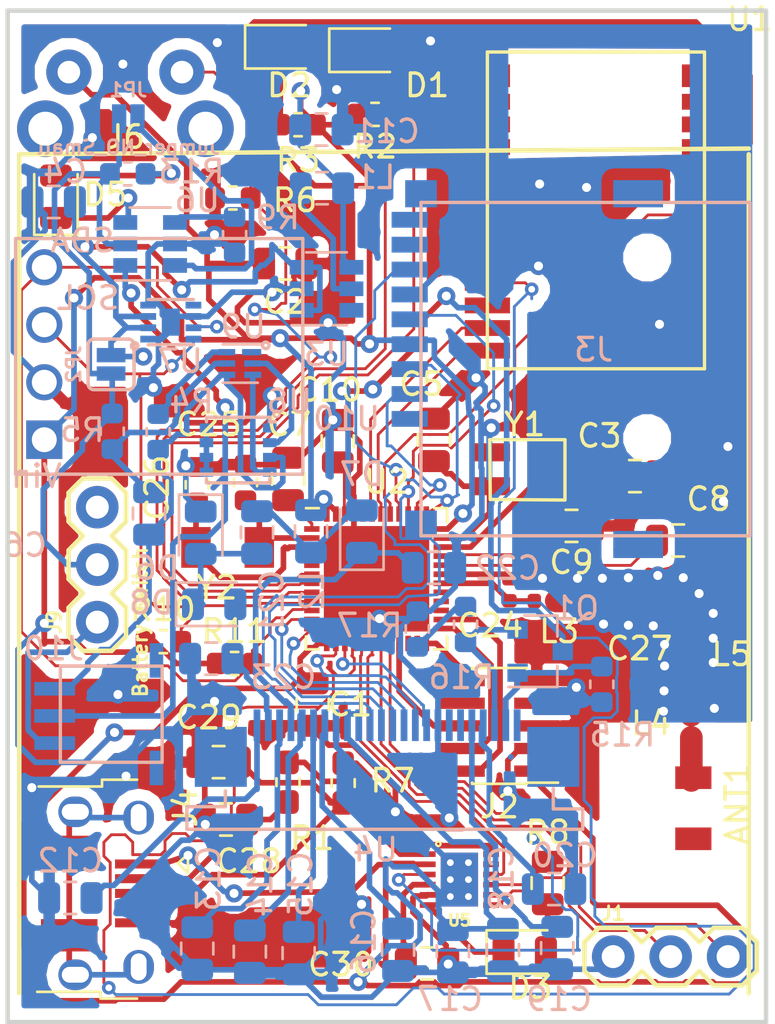
<source format=kicad_pcb>
(kicad_pcb (version 20171130) (host pcbnew "(5.0.1)-rc2")
  (layers (0 F.Cu signal) (31 B.Cu signal) (34 B.Paste user) (35 F.Paste user) (36 B.SilkS user) (37 F.SilkS user) (38 B.Mask user) (39 F.Mask user) (44 Edge.Cuts user))
  (net 0 "")
  (net 1 BattRtn)
  (net 2 "Net-(D1-Pad1)")
  (net 3 "Net-(D2-Pad1)")
  (net 4 "Net-(D5-Pad2)")
  (net 5 BattPwr)
  (net 6 Fun_Btn_1_P23)
  (net 7 "Net-(R1-Pad1)")
  (net 8 "Net-(R9-Pad2)")
  (net 9 SCL)
  (net 10 SDA)
  (net 11 "Net-(U1-Pad16)")
  (net 12 "Net-(J9-Pad2)")
  (net 13 /BatteryManagement/NTC)
  (net 14 Vdd)
  (net 15 "Net-(C3-Pad2)")
  (net 16 "Net-(C5-Pad2)")
  (net 17 /DEC1)
  (net 18 /DEC2)
  (net 19 /DEC3)
  (net 20 /DEC4)
  (net 21 "Net-(C12-Pad1)")
  (net 22 "Net-(C13-Pad1)")
  (net 23 "Net-(C14-Pad1)")
  (net 24 "Net-(C15-Pad1)")
  (net 25 "Net-(C16-Pad1)")
  (net 26 /EINK/EINK_VGH)
  (net 27 /EINK/EINK_VGL)
  (net 28 "Net-(C21-Pad1)")
  (net 29 "Net-(C21-Pad2)")
  (net 30 /EINK/EINK_PREVGH)
  (net 31 /EINK/EINK_PREVGL)
  (net 32 LED1_P2)
  (net 33 LED2_P3)
  (net 34 /RESET)
  (net 35 /SWO)
  (net 36 /SWDCLK)
  (net 37 /SWDIO)
  (net 38 /SPI_MISO)
  (net 39 /SPI_CLK)
  (net 40 /SPI_MOSI)
  (net 41 "Net-(L1-Pad1)")
  (net 42 /EINK/EINK_GDR)
  (net 43 /EINK/EINK_RESE)
  (net 44 "Net-(R16-Pad2)")
  (net 45 /SPI_EINK_CS)
  (net 46 "Net-(ANT1-Pad1)")
  (net 47 "Net-(C25-Pad1)")
  (net 48 "Net-(C26-Pad1)")
  (net 49 "Net-(J10-Pad3)")
  (net 50 /BatteryManagement/Batt-)
  (net 51 USBPwr)
  (net 52 "Net-(R4-Pad1)")
  (net 53 "Net-(C6-Pad1)")
  (net 54 /EINK_BUSY)
  (net 55 /EINK_RST)
  (net 56 /EINK_DC)
  (net 57 "Net-(U8-Pad2)")
  (net 58 "Net-(U8-Pad4)")
  (net 59 "Net-(U8-Pad5)")
  (net 60 "Net-(D5-Pad1)")
  (net 61 "Net-(C24-Pad1)")
  (net 62 "Net-(C27-Pad2)")
  (net 63 "Net-(C27-Pad1)")
  (net 64 /SPI_CS)
  (net 65 /GPS_Reset)
  (net 66 /GPS_Tx)
  (net 67 /GPS_Rx)
  (net 68 /GPS_ExtInt)
  (net 69 "Net-(C28-Pad1)")
  (net 70 "Net-(C29-Pad1)")
  (net 71 USB_PWR)
  (net 72 "Net-(D3-Pad1)")
  (net 73 "Net-(D3-Pad2)")
  (net 74 "Net-(J4-Pad6)")
  (net 75 "Net-(R7-Pad1)")
  (net 76 "/Button and LEDs/FTDI_3V3")
  (net 77 UART_RX)
  (net 78 UART_TX)
  (net 79 /Debug_Tx)
  (net 80 /Debug_Rx)
  (module Capacitor_SMD:C_0805_2012Metric (layer F.Cu) (at 203.3825 54.55 180)
    (fp_text reference C29 (at 0.4365 1.972 180) (layer F.SilkS))
    (fp_text value 47pF)
    (pad 2 smd roundrect (at 0.9375 0 180) (size 0.975 1.4) (layers F.Cu F.Paste F.Mask) (net 1 BattRtn))
    (pad 1 smd roundrect (at -0.9375 0 180) (size 0.975 1.4) (layers F.Cu F.Paste F.Mask) (net 70 "Net-(C29-Pad1)"))
  )
  (module Connectors2:1X03 (layer F.Cu) (at 220.8276 63.1444)
    (fp_text reference J1 (at 0 -1.905) (layer F.SilkS) (effects (font (size 0.6096 0.6096) (thickness 0.127))))
    (fp_text value debug_conn hide)
    (pad 3 thru_hole circle (at 5.08 0) (size 1.8796 1.8796) (drill 1.016) (layers *.Cu *.Mask) (net 79 /Debug_Tx))
    (pad 2 thru_hole circle (at 2.54 0) (size 1.8796 1.8796) (drill 1.016) (layers *.Cu *.Mask) (net 80 /Debug_Rx))
    (pad 1 thru_hole circle (at 0 0) (size 1.8796 1.8796) (drill 1.016) (layers *.Cu *.Mask) (net 1 BattRtn))
  )
  (module CustomFP:CAM-M8Q (layer F.Cu) (at 215.265 23.1648)
    (fp_text reference U1 (at 11.6 -1.45) (layer F.SilkS))
    (fp_text value CAM_M8Q)
    (pad 28 smd rect (at 3.8 14) (size 0.7 2) (layers F.Cu F.Paste F.Mask))
    (pad 29 smd rect (at 4.8 14) (size 0.7 2) (layers F.Cu F.Paste F.Mask))
    (pad 30 smd rect (at 5.8 14) (size 0.7 2) (layers F.Cu F.Paste F.Mask))
    (pad 31 smd rect (at 6.8 14) (size 0.7 2) (layers F.Cu F.Paste F.Mask) (net 1 BattRtn))
    (pad 27 smd rect (at 2.8 14) (size 0.7 2) (layers F.Cu F.Paste F.Mask) (net 1 BattRtn))
    (pad 1 smd rect (at 9.6 13.2) (size 2 0.7) (layers F.Cu F.Paste F.Mask) (net 14 Vdd))
    (pad 2 smd rect (at 9.6 12.2) (size 2 0.7) (layers F.Cu F.Paste F.Mask))
    (pad 3 smd rect (at 9.6 11.2) (size 2 0.7) (layers F.Cu F.Paste F.Mask))
    (pad 4 smd rect (at 9.6 10.2) (size 2 0.7) (layers F.Cu F.Paste F.Mask) (net 1 BattRtn))
    (pad 5 smd rect (at 9.6 9.2) (size 2 0.7) (layers F.Cu F.Paste F.Mask) (net 1 BattRtn))
    (pad 6 smd rect (at 9.6 8.2) (size 2 0.7) (layers F.Cu F.Paste F.Mask))
    (pad 7 smd rect (at 9.6 7.2) (size 2 0.7) (layers F.Cu F.Paste F.Mask) (net 68 /GPS_ExtInt))
    (pad 8 smd rect (at 9.6 6.2) (size 2 0.7) (layers F.Cu F.Paste F.Mask))
    (pad 9 smd rect (at 9.6 5.2) (size 2 0.7) (layers F.Cu F.Paste F.Mask) (net 14 Vdd))
    (pad 10 smd rect (at 9.6 4.2) (size 2 0.7) (layers F.Cu F.Paste F.Mask) (net 1 BattRtn))
    (pad 15 smd rect (at 0 2.2) (size 2 0.7) (layers F.Cu F.Paste F.Mask) (net 1 BattRtn))
    (pad 16 smd rect (at 0 3.2) (size 2 0.7) (layers F.Cu F.Paste F.Mask) (net 11 "Net-(U1-Pad16)"))
    (pad 17 smd rect (at 0 4.2) (size 2 0.7) (layers F.Cu F.Paste F.Mask) (net 11 "Net-(U1-Pad16)"))
    (pad 18 smd rect (at 0 5.2) (size 2 0.7) (layers F.Cu F.Paste F.Mask) (net 1 BattRtn))
    (pad 19 smd rect (at 0 6.2) (size 2 0.7) (layers F.Cu F.Paste F.Mask) (net 1 BattRtn))
    (pad 20 smd rect (at 0 7.2) (size 2 0.7) (layers F.Cu F.Paste F.Mask))
    (pad 21 smd rect (at 0 8.2) (size 2 0.7) (layers F.Cu F.Paste F.Mask) (net 1 BattRtn))
    (pad 22 smd rect (at 0 9.2) (size 2 0.7) (layers F.Cu F.Paste F.Mask) (net 1 BattRtn))
    (pad 23 smd rect (at 0 10.2) (size 2 0.7) (layers F.Cu F.Paste F.Mask) (net 65 /GPS_Reset))
    (pad 24 smd rect (at 0 11.2) (size 2 0.7) (layers F.Cu F.Paste F.Mask))
    (pad 25 smd rect (at 0 12.2) (size 2 0.7) (layers F.Cu F.Paste F.Mask) (net 66 /GPS_Tx))
    (pad 26 smd rect (at 0 13.2) (size 2 0.7) (layers F.Cu F.Paste F.Mask) (net 67 /GPS_Rx))
    (pad 11 smd rect (at 9.6 3.2) (size 2 0.7) (layers F.Cu F.Paste F.Mask) (net 1 BattRtn))
    (pad 12 smd rect (at 9.6 2.2) (size 2 0.7) (layers F.Cu F.Paste F.Mask) (net 1 BattRtn))
    (pad 14 smd rect (at 0 1.05) (size 2 1) (layers F.Cu F.Paste F.Mask) (net 1 BattRtn))
    (pad 13 smd rect (at 9.6 1.05) (size 2 1) (layers F.Cu F.Paste F.Mask) (net 1 BattRtn))
  )
  (module Capacitor_SMD:C_0805_2012Metric (layer F.Cu) (at 207.5434 52.0065 270)
    (fp_text reference C1 (at 0 -1.65) (layer F.SilkS))
    (fp_text value 82n)
    (pad 2 smd roundrect (at 0.9375 0 270) (size 0.975 1.4) (layers F.Cu F.Paste F.Mask) (net 1 BattRtn))
    (pad 1 smd roundrect (at -0.9375 0 270) (size 0.975 1.4) (layers F.Cu F.Paste F.Mask) (net 14 Vdd))
  )
  (module Capacitor_SMD:C_0805_2012Metric (layer F.Cu) (at 206.4512 42.0347 90)
    (fp_text reference C7 (at 2.4107 0.0508 180) (layer F.SilkS))
    (fp_text value 82n)
    (pad 2 smd roundrect (at 0.9375 0 90) (size 0.975 1.4) (layers F.Cu F.Paste F.Mask) (net 1 BattRtn))
    (pad 1 smd roundrect (at -0.9375 0 90) (size 0.975 1.4) (layers F.Cu F.Paste F.Mask) (net 17 /DEC1))
  )
  (module Capacitor_SMD:C_0805_2012Metric (layer F.Cu) (at 223.7001 44.7548)
    (fp_text reference C8 (at 1.3439 -1.8288) (layer F.SilkS))
    (fp_text value 82n)
    (pad 2 smd roundrect (at 0.9375 0) (size 0.975 1.4) (layers F.Cu F.Paste F.Mask) (net 1 BattRtn))
    (pad 1 smd roundrect (at -0.9375 0) (size 0.975 1.4) (layers F.Cu F.Paste F.Mask) (net 18 /DEC2))
  )
  (module Capacitor_SMD:C_0805_2012Metric (layer F.Cu) (at 218.984926 44.108726)
    (fp_text reference C9 (at 0 1.611274) (layer F.SilkS))
    (fp_text value 82n)
    (pad 2 smd roundrect (at 0.9375 0) (size 0.975 1.4) (layers F.Cu F.Paste F.Mask) (net 1 BattRtn))
    (pad 1 smd roundrect (at -0.9375 0) (size 0.975 1.4) (layers F.Cu F.Paste F.Mask) (net 19 /DEC3))
  )
  (module Capacitor_SMD:C_0805_2012Metric (layer F.Cu) (at 208.649426 40.364526 90)
    (fp_text reference C10 (at 2.264526 -0.369426 180) (layer F.SilkS))
    (fp_text value 82n)
    (pad 2 smd roundrect (at 0.9375 0 90) (size 0.975 1.4) (layers F.Cu F.Paste F.Mask) (net 1 BattRtn))
    (pad 1 smd roundrect (at -0.9375 0 90) (size 0.975 1.4) (layers F.Cu F.Paste F.Mask) (net 20 /DEC4))
  )
  (module Capacitor_SMD:C_0805_2012Metric (layer B.Cu) (at 207.9267 26.5938)
    (fp_text reference C11 (at 2.8933 0.0762) (layer B.SilkS) (effects (justify mirror)))
    (fp_text value C)
    (pad 2 smd roundrect (at 0.9375 0) (size 0.975 1.4) (layers B.Cu B.Paste B.Mask) (net 1 BattRtn))
    (pad 1 smd roundrect (at -0.9375 0) (size 0.975 1.4) (layers B.Cu B.Paste B.Mask) (net 14 Vdd))
  )
  (module Capacitor_SMD:C_0805_2012Metric (layer B.Cu) (at 196.8269 60.5536 180)
    (fp_text reference C12 (at 0 1.65 180) (layer B.SilkS) (effects (justify mirror)))
    (fp_text value 82n)
    (pad 2 smd roundrect (at 0.9375 0 180) (size 0.975 1.4) (layers B.Cu B.Paste B.Mask) (net 1 BattRtn))
    (pad 1 smd roundrect (at -0.9375 0 180) (size 0.975 1.4) (layers B.Cu B.Paste B.Mask) (net 21 "Net-(C12-Pad1)"))
  )
  (module Capacitor_SMD:C_0805_2012Metric (layer B.Cu) (at 202.438 62.7888 270)
    (fp_text reference C13 (at -3.0988 -0.508 270) (layer B.SilkS) (effects (justify mirror)))
    (fp_text value 82n)
    (pad 2 smd roundrect (at 0.9375 0 270) (size 0.975 1.4) (layers B.Cu B.Paste B.Mask) (net 1 BattRtn))
    (pad 1 smd roundrect (at -0.9375 0 270) (size 0.975 1.4) (layers B.Cu B.Paste B.Mask) (net 22 "Net-(C13-Pad1)"))
  )
  (module Capacitor_SMD:C_0805_2012Metric (layer B.Cu) (at 204.7621 62.9262 270)
    (fp_text reference C14 (at -2.9822 -0.4699 90) (layer B.SilkS) (effects (justify mirror)))
    (fp_text value 82n)
    (pad 2 smd roundrect (at 0.9375 0 270) (size 0.975 1.4) (layers B.Cu B.Paste B.Mask) (net 1 BattRtn))
    (pad 1 smd roundrect (at -0.9375 0 270) (size 0.975 1.4) (layers B.Cu B.Paste B.Mask) (net 23 "Net-(C14-Pad1)"))
  )
  (module Capacitor_SMD:C_0805_2012Metric (layer B.Cu) (at 206.9211 62.9897 270)
    (fp_text reference C15 (at -3.0457 -0.0889 270) (layer B.SilkS) (effects (justify mirror)))
    (fp_text value 82n)
    (pad 2 smd roundrect (at 0.9375 0 270) (size 0.975 1.4) (layers B.Cu B.Paste B.Mask) (net 1 BattRtn))
    (pad 1 smd roundrect (at -0.9375 0 270) (size 0.975 1.4) (layers B.Cu B.Paste B.Mask) (net 24 "Net-(C15-Pad1)"))
  )
  (module Capacitor_SMD:C_0805_2012Metric (layer B.Cu) (at 211.3153 62.8419 270)
    (fp_text reference C16 (at -0.3579 1.5113 270) (layer B.SilkS) (effects (justify mirror)))
    (fp_text value 82n)
    (pad 2 smd roundrect (at 0.9375 0 270) (size 0.975 1.4) (layers B.Cu B.Paste B.Mask) (net 1 BattRtn))
    (pad 1 smd roundrect (at -0.9375 0 270) (size 0.975 1.4) (layers B.Cu B.Paste B.Mask) (net 25 "Net-(C16-Pad1)"))
  )
  (module Capacitor_SMD:C_0805_2012Metric (layer B.Cu) (at 213.741 62.9054 270)
    (fp_text reference C17 (at 2.1186 0.127) (layer B.SilkS) (effects (justify mirror)))
    (fp_text value 82n)
    (pad 2 smd roundrect (at 0.9375 0 270) (size 0.975 1.4) (layers B.Cu B.Paste B.Mask) (net 1 BattRtn))
    (pad 1 smd roundrect (at -0.9375 0 270) (size 0.975 1.4) (layers B.Cu B.Paste B.Mask) (net 14 Vdd))
  )
  (module Capacitor_SMD:C_0805_2012Metric (layer B.Cu) (at 215.9508 62.8546 270)
    (fp_text reference C18 (at -3.1646 0.0508 90) (layer B.SilkS) (effects (justify mirror)))
    (fp_text value 82n)
    (pad 2 smd roundrect (at 0.9375 0 270) (size 0.975 1.4) (layers B.Cu B.Paste B.Mask) (net 1 BattRtn))
    (pad 1 smd roundrect (at -0.9375 0 270) (size 0.975 1.4) (layers B.Cu B.Paste B.Mask) (net 14 Vdd))
  )
  (module Capacitor_SMD:C_0805_2012Metric (layer B.Cu) (at 218.3511 62.7657 270)
    (fp_text reference C19 (at 2.2583 -0.0889) (layer B.SilkS) (effects (justify mirror)))
    (fp_text value 82n)
    (pad 2 smd roundrect (at 0.9375 0 270) (size 0.975 1.4) (layers B.Cu B.Paste B.Mask) (net 1 BattRtn))
    (pad 1 smd roundrect (at -0.9375 0 270) (size 0.975 1.4) (layers B.Cu B.Paste B.Mask) (net 26 /EINK/EINK_VGH))
  )
  (module Capacitor_SMD:C_0805_2012Metric (layer B.Cu) (at 218.2125 60.16)
    (fp_text reference C20 (at 0.4815 -1.486) (layer B.SilkS) (effects (justify mirror)))
    (fp_text value 82n)
    (pad 2 smd roundrect (at 0.9375 0) (size 0.975 1.4) (layers B.Cu B.Paste B.Mask) (net 1 BattRtn))
    (pad 1 smd roundrect (at -0.9375 0) (size 0.975 1.4) (layers B.Cu B.Paste B.Mask) (net 27 /EINK/EINK_VGL))
  )
  (module Capacitor_SMD:C_0805_2012Metric (layer B.Cu) (at 205.0796 44.3992 270)
    (fp_text reference C21 (at 3.0988 -0.6604 90) (layer B.SilkS) (effects (justify mirror)))
    (fp_text value 82n)
    (pad 2 smd roundrect (at 0.9375 0 270) (size 0.975 1.4) (layers B.Cu B.Paste B.Mask) (net 29 "Net-(C21-Pad2)"))
    (pad 1 smd roundrect (at -0.9375 0 270) (size 0.975 1.4) (layers B.Cu B.Paste B.Mask) (net 28 "Net-(C21-Pad1)"))
  )
  (module Capacitor_SMD:C_0805_2012Metric (layer B.Cu) (at 212.9051 45.9613)
    (fp_text reference C22 (at 3.2489 0.0127) (layer B.SilkS) (effects (justify mirror)))
    (fp_text value 82n)
    (pad 2 smd roundrect (at 0.9375 0) (size 0.975 1.4) (layers B.Cu B.Paste B.Mask) (net 1 BattRtn))
    (pad 1 smd roundrect (at -0.9375 0) (size 0.975 1.4) (layers B.Cu B.Paste B.Mask) (net 30 /EINK/EINK_PREVGH))
  )
  (module Capacitor_SMD:C_0805_2012Metric (layer B.Cu) (at 203.058 49.9745)
    (fp_text reference C23 (at 3.19 0.8255) (layer B.SilkS) (effects (justify mirror)))
    (fp_text value 82n)
    (pad 2 smd roundrect (at 0.9375 0) (size 0.975 1.4) (layers B.Cu B.Paste B.Mask) (net 31 /EINK/EINK_PREVGL))
    (pad 1 smd roundrect (at -0.9375 0) (size 0.975 1.4) (layers B.Cu B.Paste B.Mask) (net 1 BattRtn))
  )
  (module LED_SMD:LED_0805_2012Metric (layer F.Cu) (at 209.9587 23.0886)
    (fp_text reference D1 (at 2.6393 1.5494) (layer F.SilkS))
    (fp_text value LED_B)
    (pad 2 smd roundrect (at 0.9375 0) (size 0.975 1.4) (layers F.Cu F.Paste F.Mask) (net 32 LED1_P2))
    (pad 1 smd roundrect (at -0.9375 0) (size 0.975 1.4) (layers F.Cu F.Paste F.Mask) (net 2 "Net-(D1-Pad1)"))
  )
  (module LED_SMD:LED_0805_2012Metric (layer F.Cu) (at 206.2376 22.9362)
    (fp_text reference D2 (at 0.2644 1.7018) (layer F.SilkS))
    (fp_text value LED_G)
    (pad 2 smd roundrect (at 0.9375 0) (size 0.975 1.4) (layers F.Cu F.Paste F.Mask) (net 33 LED2_P3))
    (pad 1 smd roundrect (at -0.9375 0) (size 0.975 1.4) (layers F.Cu F.Paste F.Mask) (net 3 "Net-(D2-Pad1)"))
  )
  (module LED_SMD:LED_0805_2012Metric (layer F.Cu) (at 196.1896 29.5633 90)
    (fp_text reference D5 (at 0.0993 2.1844 180) (layer F.SilkS))
    (fp_text value LED)
    (pad 2 smd roundrect (at 0.9375 0 90) (size 0.975 1.4) (layers F.Cu F.Paste F.Mask) (net 4 "Net-(D5-Pad2)"))
    (pad 1 smd roundrect (at -0.9375 0 90) (size 0.975 1.4) (layers F.Cu F.Paste F.Mask) (net 60 "Net-(D5-Pad1)"))
  )
  (module Diode_SMD:D_0805_2012Metric (layer B.Cu) (at 202.5904 44.4142 270)
    (fp_text reference D6 (at 1.5598 1.9304) (layer B.SilkS) (effects (justify mirror)))
    (fp_text value D_Schottky)
    (pad 2 smd roundrect (at 0.9375 0 270) (size 0.975 1.4) (layers B.Cu B.Paste B.Mask) (net 29 "Net-(C21-Pad2)"))
    (pad 1 smd roundrect (at -0.9375 0 270) (size 0.975 1.4) (layers B.Cu B.Paste B.Mask) (net 1 BattRtn))
  )
  (module Diode_SMD:D_0805_2012Metric (layer B.Cu) (at 209.7151 44.3634 90)
    (fp_text reference D7 (at 2.54 0 180) (layer B.SilkS) (effects (justify mirror)))
    (fp_text value D_Schottky)
    (pad 2 smd roundrect (at 0.9375 0 90) (size 0.975 1.4) (layers B.Cu B.Paste B.Mask) (net 28 "Net-(C21-Pad1)"))
    (pad 1 smd roundrect (at -0.9375 0 90) (size 0.975 1.4) (layers B.Cu B.Paste B.Mask) (net 30 /EINK/EINK_PREVGH))
  )
  (module Diode_SMD:D_0805_2012Metric (layer B.Cu) (at 203.185 47.5742)
    (fp_text reference D8 (at -2.779 -0.0762) (layer B.SilkS) (effects (justify mirror)))
    (fp_text value D_Schottky)
    (pad 2 smd roundrect (at 0.9375 0) (size 0.975 1.4) (layers B.Cu B.Paste B.Mask) (net 31 /EINK/EINK_PREVGL))
    (pad 1 smd roundrect (at -0.9375 0) (size 0.975 1.4) (layers B.Cu B.Paste B.Mask) (net 29 "Net-(C21-Pad2)"))
  )
  (module Inductor_SMD:L_0805_2012Metric (layer B.Cu) (at 207.9521 29.1846)
    (fp_text reference L1 (at 2.3599 -0.4826) (layer B.SilkS) (effects (justify mirror)))
    (fp_text value INDUCTOR)
    (pad 2 smd roundrect (at 0.9375 0) (size 0.975 1.4) (layers B.Cu B.Paste B.Mask) (net 14 Vdd))
    (pad 1 smd roundrect (at -0.9375 0) (size 0.975 1.4) (layers B.Cu B.Paste B.Mask) (net 41 "Net-(L1-Pad1)"))
  )
  (module Inductor_SMD:L_0805_2012Metric (layer B.Cu) (at 207.4672 44.3484 90)
    (fp_text reference L2 (at -2.6416 0.0508 90) (layer B.SilkS) (effects (justify mirror)))
    (fp_text value INDUCTOR)
    (pad 2 smd roundrect (at 0.9375 0 90) (size 0.975 1.4) (layers B.Cu B.Paste B.Mask) (net 14 Vdd))
    (pad 1 smd roundrect (at -0.9375 0 90) (size 0.975 1.4) (layers B.Cu B.Paste B.Mask) (net 28 "Net-(C21-Pad1)"))
  )
  (module Package_TO_SOT_SMD:SOT-23 (layer B.Cu) (at 217.6 49.65)
    (fp_text reference Q1 (at 1.602 -1.898) (layer B.SilkS) (effects (justify mirror)))
    (fp_text value Q_NMOS_GSD)
    (pad 3 smd rect (at 1 0) (size 0.9 0.8) (layers B.Cu B.Paste B.Mask) (net 28 "Net-(C21-Pad1)"))
    (pad 2 smd rect (at -1 -0.95) (size 0.9 0.8) (layers B.Cu B.Paste B.Mask) (net 43 /EINK/EINK_RESE))
    (pad 1 smd rect (at -1 0.95) (size 0.9 0.8) (layers B.Cu B.Paste B.Mask) (net 42 /EINK/EINK_GDR))
  )
  (module Package_DFN_QFN:QFN-48-1EP_6x6mm_P0.4mm_EP4.66x4.66mm (layer F.Cu) (at 210.363926 46.445526)
    (fp_text reference U2 (at 0.456074 -4.281526) (layer F.SilkS))
    (fp_text value nRF52832-QFxx)
    (pad 49 smd rect (at 0 0) (size 4.66 4.66) (layers F.Cu F.Mask) (net 1 BattRtn))
    (pad 1 smd rect (at -2.86 -2.2) (size 0.68 0.25) (layers F.Cu F.Paste F.Mask) (net 17 /DEC1))
    (pad 2 smd rect (at -2.86 -1.8) (size 0.68 0.25) (layers F.Cu F.Paste F.Mask) (net 47 "Net-(C25-Pad1)"))
    (pad 3 smd rect (at -2.86 -1.4) (size 0.68 0.25) (layers F.Cu F.Paste F.Mask) (net 48 "Net-(C26-Pad1)"))
    (pad 4 smd rect (at -2.86 -1) (size 0.68 0.25) (layers F.Cu F.Paste F.Mask))
    (pad 5 smd rect (at -2.86 -0.6) (size 0.68 0.25) (layers F.Cu F.Paste F.Mask))
    (pad 6 smd rect (at -2.86 -0.2) (size 0.68 0.25) (layers F.Cu F.Paste F.Mask) (net 33 LED2_P3))
    (pad 7 smd rect (at -2.86 0.2) (size 0.68 0.25) (layers F.Cu F.Paste F.Mask) (net 32 LED1_P2))
    (pad 8 smd rect (at -2.86 0.6) (size 0.68 0.25) (layers F.Cu F.Paste F.Mask) (net 6 Fun_Btn_1_P23))
    (pad 9 smd rect (at -2.86 1) (size 0.68 0.25) (layers F.Cu F.Paste F.Mask) (net 10 SDA))
    (pad 10 smd rect (at -2.86 1.4) (size 0.68 0.25) (layers F.Cu F.Paste F.Mask) (net 9 SCL))
    (pad 11 smd rect (at -2.86 1.8) (size 0.68 0.25) (layers F.Cu F.Paste F.Mask) (net 45 /SPI_EINK_CS))
    (pad 12 smd rect (at -2.86 2.2) (size 0.68 0.25) (layers F.Cu F.Paste F.Mask) (net 56 /EINK_DC))
    (pad 13 smd rect (at -2.2 2.86) (size 0.25 0.68) (layers F.Cu F.Paste F.Mask) (net 14 Vdd))
    (pad 14 smd rect (at -1.8 2.86) (size 0.25 0.68) (layers F.Cu F.Paste F.Mask) (net 55 /EINK_RST))
    (pad 15 smd rect (at -1.4 2.86) (size 0.25 0.68) (layers F.Cu F.Paste F.Mask) (net 54 /EINK_BUSY))
    (pad 16 smd rect (at -1 2.86) (size 0.25 0.68) (layers F.Cu F.Paste F.Mask) (net 65 /GPS_Reset))
    (pad 17 smd rect (at -0.6 2.86) (size 0.25 0.68) (layers F.Cu F.Paste F.Mask) (net 77 UART_RX))
    (pad 18 smd rect (at -0.2 2.86) (size 0.25 0.68) (layers F.Cu F.Paste F.Mask) (net 78 UART_TX))
    (pad 19 smd rect (at 0.2 2.86) (size 0.25 0.68) (layers F.Cu F.Paste F.Mask) (net 80 /Debug_Rx))
    (pad 20 smd rect (at 0.6 2.86) (size 0.25 0.68) (layers F.Cu F.Paste F.Mask) (net 79 /Debug_Tx))
    (pad 21 smd rect (at 1 2.86) (size 0.25 0.68) (layers F.Cu F.Paste F.Mask) (net 35 /SWO))
    (pad 22 smd rect (at 1.4 2.86) (size 0.25 0.68) (layers F.Cu F.Paste F.Mask))
    (pad 23 smd rect (at 1.8 2.86) (size 0.25 0.68) (layers F.Cu F.Paste F.Mask))
    (pad 24 smd rect (at 2.2 2.86) (size 0.25 0.68) (layers F.Cu F.Paste F.Mask) (net 34 /RESET))
    (pad 25 smd rect (at 2.86 2.2) (size 0.68 0.25) (layers F.Cu F.Paste F.Mask) (net 36 /SWDCLK))
    (pad 26 smd rect (at 2.86 1.8) (size 0.68 0.25) (layers F.Cu F.Paste F.Mask) (net 37 /SWDIO))
    (pad 27 smd rect (at 2.86 1.4) (size 0.68 0.25) (layers F.Cu F.Paste F.Mask))
    (pad 28 smd rect (at 2.86 1) (size 0.68 0.25) (layers F.Cu F.Paste F.Mask))
    (pad 29 smd rect (at 2.86 0.6) (size 0.68 0.25) (layers F.Cu F.Paste F.Mask))
    (pad 30 smd rect (at 2.86 0.2) (size 0.68 0.25) (layers F.Cu F.Paste F.Mask) (net 61 "Net-(C24-Pad1)"))
    (pad 31 smd rect (at 2.86 -0.2) (size 0.68 0.25) (layers F.Cu F.Paste F.Mask) (net 1 BattRtn))
    (pad 32 smd rect (at 2.86 -0.6) (size 0.68 0.25) (layers F.Cu F.Paste F.Mask) (net 18 /DEC2))
    (pad 33 smd rect (at 2.86 -1) (size 0.68 0.25) (layers F.Cu F.Paste F.Mask) (net 19 /DEC3))
    (pad 34 smd rect (at 2.86 -1.4) (size 0.68 0.25) (layers F.Cu F.Paste F.Mask) (net 15 "Net-(C3-Pad2)"))
    (pad 35 smd rect (at 2.86 -1.8) (size 0.68 0.25) (layers F.Cu F.Paste F.Mask) (net 16 "Net-(C5-Pad2)"))
    (pad 36 smd rect (at 2.86 -2.2) (size 0.68 0.25) (layers F.Cu F.Paste F.Mask) (net 14 Vdd))
    (pad 37 smd rect (at 2.2 -2.86) (size 0.25 0.68) (layers F.Cu F.Paste F.Mask) (net 40 /SPI_MOSI))
    (pad 38 smd rect (at 1.8 -2.86) (size 0.25 0.68) (layers F.Cu F.Paste F.Mask) (net 64 /SPI_CS))
    (pad 39 smd rect (at 1.4 -2.86) (size 0.25 0.68) (layers F.Cu F.Paste F.Mask) (net 39 /SPI_CLK))
    (pad 40 smd rect (at 1 -2.86) (size 0.25 0.68) (layers F.Cu F.Paste F.Mask) (net 38 /SPI_MISO))
    (pad 41 smd rect (at 0.6 -2.86) (size 0.25 0.68) (layers F.Cu F.Paste F.Mask) (net 68 /GPS_ExtInt))
    (pad 42 smd rect (at 0.2 -2.86) (size 0.25 0.68) (layers F.Cu F.Paste F.Mask) (net 67 /GPS_Rx))
    (pad 43 smd rect (at -0.2 -2.86) (size 0.25 0.68) (layers F.Cu F.Paste F.Mask) (net 66 /GPS_Tx))
    (pad 44 smd rect (at -0.6 -2.86) (size 0.25 0.68) (layers F.Cu F.Paste F.Mask))
    (pad 45 smd rect (at -1 -2.86) (size 0.25 0.68) (layers F.Cu F.Paste F.Mask) (net 1 BattRtn))
    (pad 46 smd rect (at -1.4 -2.86) (size 0.25 0.68) (layers F.Cu F.Paste F.Mask) (net 20 /DEC4))
    (pad 47 smd rect (at -1.8 -2.86) (size 0.25 0.68) (layers F.Cu F.Paste F.Mask) (net 14 Vdd))
    (pad 48 smd rect (at -2.2 -2.86) (size 0.25 0.68) (layers F.Cu F.Paste F.Mask) (net 14 Vdd))
  )
  (module Package_TO_SOT_SMD:SOT-23-6 (layer B.Cu) (at 208.153 33.6296)
    (fp_text reference U3 (at 0 2.9) (layer B.SilkS) (effects (justify mirror)))
    (fp_text value LM3671)
    (pad 5 smd rect (at 1.1 0) (size 1.06 0.65) (layers B.Cu B.Paste B.Mask) (net 41 "Net-(L1-Pad1)"))
    (pad 6 smd rect (at 1.1 0.95) (size 1.06 0.65) (layers B.Cu B.Paste B.Mask))
    (pad 4 smd rect (at 1.1 -0.95) (size 1.06 0.65) (layers B.Cu B.Paste B.Mask) (net 14 Vdd))
    (pad 3 smd rect (at -1.1 -0.95) (size 1.06 0.65) (layers B.Cu B.Paste B.Mask) (net 5 BattPwr))
    (pad 2 smd rect (at -1.1 0) (size 1.06 0.65) (layers B.Cu B.Paste B.Mask) (net 1 BattRtn))
    (pad 1 smd rect (at -1.1 0.95) (size 1.06 0.65) (layers B.Cu B.Paste B.Mask) (net 5 BattPwr))
  )
  (module Package_TO_SOT_SMD:SOT-23-6 (layer B.Cu) (at 200.3552 31.6484)
    (fp_text reference U6 (at 2.0828 -1.9304) (layer B.SilkS) (effects (justify mirror)))
    (fp_text value BQ21040)
    (pad 5 smd rect (at 1.1 0) (size 1.06 0.65) (layers B.Cu B.Paste B.Mask) (net 1 BattRtn))
    (pad 6 smd rect (at 1.1 0.95) (size 1.06 0.65) (layers B.Cu B.Paste B.Mask) (net 51 USBPwr))
    (pad 4 smd rect (at 1.1 -0.95) (size 1.06 0.65) (layers B.Cu B.Paste B.Mask) (net 8 "Net-(R9-Pad2)"))
    (pad 3 smd rect (at -1.1 -0.95) (size 1.06 0.65) (layers B.Cu B.Paste B.Mask) (net 60 "Net-(D5-Pad1)"))
    (pad 2 smd rect (at -1.1 0) (size 1.06 0.65) (layers B.Cu B.Paste B.Mask) (net 12 "Net-(J9-Pad2)"))
    (pad 1 smd rect (at -1.1 0.95) (size 1.06 0.65) (layers B.Cu B.Paste B.Mask) (net 13 /BatteryManagement/NTC))
  )
  (module CustomFP:molex_78172-0003 (layer B.Cu) (at 195.8848 51.308 270)
    (fp_text reference J10 (at -1.778 -0.2032) (layer B.SilkS) (effects (justify mirror)))
    (fp_text value Batt_Connector)
    (pad 3 smd rect (at 2.4 -0.25 270) (size 0.6 1.8) (layers B.Cu B.Paste B.Mask) (net 49 "Net-(J10-Pad3)"))
    (pad 2 smd rect (at 1.2 -0.25 270) (size 0.6 1.8) (layers B.Cu B.Paste B.Mask) (net 13 /BatteryManagement/NTC))
    (pad ~ smd rect (at 3.5 -4.75 180) (size 0.6 1.524) (layers B.Cu B.Paste B.Mask))
    (pad ~ smd rect (at -1.25 -4.75 180) (size 0.6 1.524) (layers B.Cu B.Paste B.Mask))
    (pad 1 smd rect (at 0 -0.25 270) (size 0.6 1.8) (layers B.Cu B.Paste B.Mask) (net 50 /BatteryManagement/Batt-))
  )
  (module CustomFP:24pin_Flex_bottom (layer B.Cu) (at 216.6794 52.3179 90)
    (fp_text reference U4 (at -6.1021 -6.3674 180) (layer B.SilkS) (effects (justify mirror)))
    (fp_text value 24pin_Flex_bottom)
    (pad 26 smd rect (at -2 -13.2 90) (size 2.65 2.3) (layers B.Cu B.Paste B.Mask))
    (pad 25 smd rect (at -2 1.5 90) (size 2.65 2.3) (layers B.Cu B.Paste B.Mask))
    (pad 24 smd rect (at -0.6 -11.6) (size 0.3 1.4) (layers B.Cu B.Paste B.Mask) (net 21 "Net-(C12-Pad1)"))
    (pad 23 smd rect (at -0.6 -11.1) (size 0.3 1.4) (layers B.Cu B.Paste B.Mask) (net 31 /EINK/EINK_PREVGL))
    (pad 22 smd rect (at -0.6 -10.6) (size 0.3 1.4) (layers B.Cu B.Paste B.Mask) (net 22 "Net-(C13-Pad1)"))
    (pad 21 smd rect (at -0.6 -10.1) (size 0.3 1.4) (layers B.Cu B.Paste B.Mask) (net 30 /EINK/EINK_PREVGH))
    (pad 20 smd rect (at -0.6 -9.6) (size 0.3 1.4) (layers B.Cu B.Paste B.Mask) (net 23 "Net-(C14-Pad1)"))
    (pad 19 smd rect (at -0.6 -9.1) (size 0.3 1.4) (layers B.Cu B.Paste B.Mask) (net 24 "Net-(C15-Pad1)"))
    (pad 18 smd rect (at -0.6 -8.6) (size 0.3 1.4) (layers B.Cu B.Paste B.Mask) (net 25 "Net-(C16-Pad1)"))
    (pad 17 smd rect (at -0.6 -8.1) (size 0.3 1.4) (layers B.Cu B.Paste B.Mask) (net 1 BattRtn))
    (pad 16 smd rect (at -0.6 -7.6) (size 0.3 1.4) (layers B.Cu B.Paste B.Mask) (net 14 Vdd))
    (pad 15 smd rect (at -0.6 -7.1) (size 0.3 1.4) (layers B.Cu B.Paste B.Mask) (net 14 Vdd))
    (pad 14 smd rect (at -0.6 -6.6) (size 0.3 1.4) (layers B.Cu B.Paste B.Mask) (net 40 /SPI_MOSI))
    (pad 13 smd rect (at -0.6 -6.1) (size 0.3 1.4) (layers B.Cu B.Paste B.Mask) (net 39 /SPI_CLK))
    (pad 12 smd rect (at -0.6 -5.6) (size 0.3 1.4) (layers B.Cu B.Paste B.Mask) (net 45 /SPI_EINK_CS))
    (pad 11 smd rect (at -0.6 -5.1) (size 0.3 1.4) (layers B.Cu B.Paste B.Mask) (net 56 /EINK_DC))
    (pad 10 smd rect (at -0.6 -4.6) (size 0.3 1.4) (layers B.Cu B.Paste B.Mask) (net 55 /EINK_RST))
    (pad 9 smd rect (at -0.6 -4.1) (size 0.3 1.4) (layers B.Cu B.Paste B.Mask) (net 54 /EINK_BUSY))
    (pad 8 smd rect (at -0.6 -3.6) (size 0.3 1.4) (layers B.Cu B.Paste B.Mask) (net 1 BattRtn))
    (pad 7 smd rect (at -0.6 -3.1) (size 0.3 1.4) (layers B.Cu B.Paste B.Mask))
    (pad 6 smd rect (at -0.6 -2.6) (size 0.3 1.4) (layers B.Cu B.Paste B.Mask))
    (pad 5 smd rect (at -0.6 -2.1) (size 0.3 1.4) (layers B.Cu B.Paste B.Mask) (net 26 /EINK/EINK_VGH))
    (pad 4 smd rect (at -0.6 -1.6) (size 0.3 1.4) (layers B.Cu B.Paste B.Mask) (net 27 /EINK/EINK_VGL))
    (pad 3 smd rect (at -0.6 -1.1) (size 0.3 1.4) (layers B.Cu B.Paste B.Mask) (net 43 /EINK/EINK_RESE))
    (pad 2 smd rect (at -0.6 -0.6) (size 0.3 1.4) (layers B.Cu B.Paste B.Mask) (net 42 /EINK/EINK_GDR))
    (pad 1 smd rect (at -0.6 -0.1) (size 0.3 1.4) (layers B.Cu B.Paste B.Mask))
  )
  (module CustomFP:TQFN-8_2x2x0.75 (layer B.Cu) (at 200.2696 36.1028)
    (fp_text reference U7 (at 1.4064 0.7272 -180) (layer B.SilkS) (effects (justify mirror)))
    (fp_text value MAX17048)
    (pad 9 smd rect (at 1 -1 270) (size 1.2 0.8) (layers B.Cu B.Paste B.Mask) (net 1 BattRtn))
    (pad 5 smd rect (at 2 -1.75 270) (size 0.3 0.7) (layers B.Cu B.Paste B.Mask))
    (pad 6 smd rect (at 2 -1.25 270) (size 0.3 0.7) (layers B.Cu B.Paste B.Mask) (net 1 BattRtn))
    (pad 7 smd rect (at 2 -0.75 270) (size 0.3 0.7) (layers B.Cu B.Paste B.Mask) (net 9 SCL))
    (pad 8 smd rect (at 2 -0.25 270) (size 0.3 0.7) (layers B.Cu B.Paste B.Mask) (net 10 SDA))
    (pad 1 smd rect (at 0 -0.25 270) (size 0.3 0.7) (layers B.Cu B.Paste B.Mask) (net 1 BattRtn))
    (pad 2 smd rect (at 0 -0.75 270) (size 0.3 0.7) (layers B.Cu B.Paste B.Mask) (net 5 BattPwr))
    (pad 3 smd rect (at 0 -1.25 270) (size 0.3 0.7) (layers B.Cu B.Paste B.Mask) (net 5 BattPwr))
    (pad 4 smd rect (at 0 -1.75 270) (size 0.3 0.7) (layers B.Cu B.Paste B.Mask) (net 1 BattRtn))
  )
  (module EbayParts:BME280_tiny (layer B.Cu) (at 195.675 40.3)
    (fp_text reference U10 (at 13.367 -0.93) (layer B.SilkS) (effects (justify mirror)))
    (fp_text value BME280-EbayParts)
    (fp_text user Vin (at -0.349 1.61) (layer B.SilkS) (effects (justify mirror)))
    (fp_text user SCL (at 1.937 -6.264) (layer B.SilkS) (effects (justify mirror)))
    (fp_text user SDA (at 1.683 -8.804) (layer B.SilkS) (effects (justify mirror)))
    (pad 3 thru_hole circle (at 0 -5.08) (size 1.6 1.6) (drill 1.1) (layers *.Cu *.Mask) (net 10 SDA))
    (pad 2 thru_hole circle (at 0 -2.54) (size 1.6 1.6) (drill 1.1) (layers *.Cu *.Mask) (net 1 BattRtn))
    (pad 1 thru_hole rect (at 0 0) (size 1.6 1.7) (drill 1.1) (layers *.Cu *.Mask) (net 14 Vdd))
    (pad 4 thru_hole circle (at 0 -7.62) (size 1.6 1.6) (drill 1.1) (layers *.Cu *.Mask) (net 9 SCL))
  )
  (module Connector_PinHeader_1.00mm:PinHeader_2x05_P1.00mm_Vertical_SMD (layer F.Cu) (at 215.799526 52.947926 180)
    (fp_text reference J2 (at 0 -3.56 180) (layer F.SilkS))
    (fp_text value Conn_02x05_Odd_Even)
    (pad 10 smd rect (at 1.65 2 180) (size 2 0.5) (layers F.Cu F.Paste F.Mask) (net 34 /RESET))
    (pad 9 smd rect (at -1.65 2 180) (size 2 0.5) (layers F.Cu F.Paste F.Mask) (net 1 BattRtn))
    (pad 8 smd rect (at 1.65 1 180) (size 2 0.5) (layers F.Cu F.Paste F.Mask))
    (pad 7 smd rect (at -1.65 1 180) (size 2 0.5) (layers F.Cu F.Paste F.Mask))
    (pad 6 smd rect (at 1.65 0 180) (size 2 0.5) (layers F.Cu F.Paste F.Mask) (net 35 /SWO))
    (pad 5 smd rect (at -1.65 0 180) (size 2 0.5) (layers F.Cu F.Paste F.Mask) (net 1 BattRtn))
    (pad 4 smd rect (at 1.65 -1 180) (size 2 0.5) (layers F.Cu F.Paste F.Mask) (net 36 /SWDCLK))
    (pad 3 smd rect (at -1.65 -1 180) (size 2 0.5) (layers F.Cu F.Paste F.Mask) (net 1 BattRtn))
    (pad 2 smd rect (at 1.65 -2 180) (size 2 0.5) (layers F.Cu F.Paste F.Mask) (net 37 /SWDIO))
    (pad 1 smd rect (at -1.65 -2 180) (size 2 0.5) (layers F.Cu F.Paste F.Mask) (net 14 Vdd))
  )
  (module Capacitor_SMD:C_0603_1608Metric (layer F.Cu) (at 204.5716 42.1895 90)
    (fp_text reference C25 (at 2.5655 -1.6256 180) (layer F.SilkS))
    (fp_text value C)
    (pad 2 smd roundrect (at 0.7875 0 90) (size 0.875 0.95) (layers F.Cu F.Paste F.Mask) (net 1 BattRtn))
    (pad 1 smd roundrect (at -0.7875 0 90) (size 0.875 0.95) (layers F.Cu F.Paste F.Mask) (net 47 "Net-(C25-Pad1)"))
  )
  (module Capacitor_SMD:C_0603_1608Metric (layer F.Cu) (at 202.438 42.2911 90)
    (fp_text reference C26 (at -0.1269 -1.778 90) (layer F.SilkS))
    (fp_text value C)
    (pad 2 smd roundrect (at 0.7875 0 90) (size 0.875 0.95) (layers F.Cu F.Paste F.Mask) (net 1 BattRtn))
    (pad 1 smd roundrect (at -0.7875 0 90) (size 0.875 0.95) (layers F.Cu F.Paste F.Mask) (net 48 "Net-(C26-Pad1)"))
  )
  (module CustomFP:microSD_ebay (layer B.Cu) (at 212.33 37.18 270)
    (fp_text reference J3 (at -0.858 -7.634) (layer B.SilkS) (effects (justify mirror)))
    (fp_text value Micro_SD_Card)
    (pad "" smd rect (at 7.75 -9.6 270) (size 1.2 2.2) (layers B.Cu B.Paste B.Mask))
    (pad "" smd rect (at -7.75 -9.6 270) (size 1.2 2.2) (layers B.Cu B.Paste B.Mask))
    (pad "" np_thru_hole circle (at -4.93 -10 270) (size 1.1 1.1) (drill 1.1) (layers *.Cu *.Mask))
    (pad "" np_thru_hole circle (at 3.05 -10 270) (size 1.1 1.1) (drill 1.1) (layers *.Cu *.Mask))
    (pad "" smd rect (at 6.85 0 270) (size 1.2 1.4) (layers B.Cu B.Paste B.Mask))
    (pad "" smd rect (at -7.75 0 270) (size 1.2 1.4) (layers B.Cu B.Paste B.Mask))
    (pad Cd smd rect (at -6.6 0.5 270) (size 0.7 1.6) (layers B.Cu B.Paste B.Mask))
    (pad 8 smd rect (at -5.5 0.5 270) (size 0.7 1.6) (layers B.Cu B.Paste B.Mask))
    (pad 7 smd rect (at -4.4 0.5 270) (size 0.7 1.6) (layers B.Cu B.Paste B.Mask) (net 38 /SPI_MISO))
    (pad 6 smd rect (at -3.3 0.5 270) (size 0.7 1.6) (layers B.Cu B.Paste B.Mask) (net 1 BattRtn))
    (pad 5 smd rect (at -2.2 0.5 270) (size 0.7 1.6) (layers B.Cu B.Paste B.Mask) (net 39 /SPI_CLK))
    (pad 4 smd rect (at -1.1 0.5 270) (size 0.7 1.6) (layers B.Cu B.Paste B.Mask) (net 14 Vdd))
    (pad 1 smd rect (at 2.2 0.5 270) (size 0.7 1.6) (layers B.Cu B.Paste B.Mask))
    (pad 2 smd rect (at 1.1 0.5 270) (size 0.7 1.6) (layers B.Cu B.Paste B.Mask) (net 64 /SPI_CS))
    (pad 3 smd rect (at 0 0.5 270) (size 0.7 1.6) (layers B.Cu B.Paste B.Mask) (net 40 /SPI_MOSI))
  )
  (module Connectors2:1X03 (layer F.Cu) (at 198.0184 48.3616 90)
    (fp_text reference J9 (at 0 -1.905 90) (layer F.SilkS) (effects (font (size 0.6096 0.6096) (thickness 0.127))))
    (fp_text value "Battery Switch" (at 0 1.905 90) (layer F.SilkS) (effects (font (size 0.6096 0.6096) (thickness 0.127))))
    (pad 3 thru_hole circle (at 5.08 0 90) (size 1.8796 1.8796) (drill 1.016) (layers *.Cu *.Mask))
    (pad 2 thru_hole circle (at 2.54 0 90) (size 1.8796 1.8796) (drill 1.016) (layers *.Cu *.Mask) (net 12 "Net-(J9-Pad2)"))
    (pad 1 thru_hole circle (at 0 0 90) (size 1.8796 1.8796) (drill 1.016) (layers *.Cu *.Mask) (net 49 "Net-(J10-Pad3)"))
  )
  (module Jumpers:SMT-JUMPER_2_NO_NO-SILK (layer B.Cu) (at 199.39 26.1112 180)
    (fp_text reference JP1 (at 0 1.27 180) (layer B.SilkS) (effects (font (size 0.6096 0.6096) (thickness 0.127)) (justify mirror)))
    (fp_text value Jumper_NO_Small (at 0 -1.27 180) (layer B.SilkS) (effects (font (size 0.6096 0.6096) (thickness 0.127)) (justify mirror)))
    (pad 2 smd rect (at 0.4064 0 180) (size 0.635 1.27) (layers B.Cu B.Mask) (net 12 "Net-(J9-Pad2)"))
    (pad 1 smd rect (at -0.4064 0 180) (size 0.635 1.27) (layers B.Cu B.Mask) (net 51 USBPwr))
  )
  (module Jumpers:SMT-JUMPER_2_NC_PASTE_SILK (layer B.Cu) (at 198.628 36.9697 270)
    (fp_text reference JP2 (at 0 1.651 270) (layer B.SilkS) (effects (font (size 0.6096 0.6096) (thickness 0.127)) (justify mirror)))
    (fp_text value Jumper_NC_Small hide)
    (pad 2 smd rect (at 0.4064 0 270) (size 0.635 1.27) (layers B.Cu B.Mask) (net 12 "Net-(J9-Pad2)"))
    (pad 1 smd rect (at -0.4064 0 270) (size 0.635 1.27) (layers B.Cu B.Mask) (net 5 BattPwr))
  )
  (module Resistor_SMD:R_0603_1608Metric (layer F.Cu) (at 210.2992 25.9207 180)
    (fp_text reference R2 (at 0 -1.43 180) (layer F.SilkS))
    (fp_text value 5.6)
    (pad 2 smd roundrect (at 0.7875 0 180) (size 0.875 0.95) (layers F.Cu F.Paste F.Mask) (net 14 Vdd))
    (pad 1 smd roundrect (at -0.7875 0 180) (size 0.875 0.95) (layers F.Cu F.Paste F.Mask) (net 2 "Net-(D1-Pad1)"))
  )
  (module Resistor_SMD:R_0603_1608Metric (layer F.Cu) (at 206.8956 26.3779)
    (fp_text reference R3 (at 0 1.5621) (layer F.SilkS))
    (fp_text value 10)
    (pad 2 smd roundrect (at 0.7875 0) (size 0.875 0.95) (layers F.Cu F.Paste F.Mask) (net 14 Vdd))
    (pad 1 smd roundrect (at -0.7875 0) (size 0.875 0.95) (layers F.Cu F.Paste F.Mask) (net 3 "Net-(D2-Pad1)"))
  )
  (module Resistor_SMD:R_0603_1608Metric (layer B.Cu) (at 200.7108 39.9543 270)
    (fp_text reference R4 (at -1.3463 -1.4732) (layer B.SilkS) (effects (justify mirror)))
    (fp_text value 2.2k)
    (pad 2 smd roundrect (at 0.7875 0 270) (size 0.875 0.95) (layers B.Cu B.Paste B.Mask) (net 50 /BatteryManagement/Batt-))
    (pad 1 smd roundrect (at -0.7875 0 270) (size 0.875 0.95) (layers B.Cu B.Paste B.Mask) (net 52 "Net-(R4-Pad1)"))
  )
  (module Resistor_SMD:R_0603_1608Metric (layer B.Cu) (at 198.6788 39.9289 270)
    (fp_text reference R5 (at -0.0509 1.3208) (layer B.SilkS) (effects (justify mirror)))
    (fp_text value 330)
    (pad 2 smd roundrect (at 0.7875 0 270) (size 0.875 0.95) (layers B.Cu B.Paste B.Mask) (net 53 "Net-(C6-Pad1)"))
    (pad 1 smd roundrect (at -0.7875 0 270) (size 0.875 0.95) (layers B.Cu B.Paste B.Mask) (net 12 "Net-(J9-Pad2)"))
  )
  (module Resistor_SMD:R_0603_1608Metric (layer F.Cu) (at 204.0127 29.6164 180)
    (fp_text reference R6 (at -2.7433 -0.1016 180) (layer F.SilkS))
    (fp_text value 10k)
    (pad 2 smd roundrect (at 0.7875 0 180) (size 0.875 0.95) (layers F.Cu F.Paste F.Mask) (net 1 BattRtn))
    (pad 1 smd roundrect (at -0.7875 0 180) (size 0.875 0.95) (layers F.Cu F.Paste F.Mask) (net 6 Fun_Btn_1_P23))
  )
  (module Resistor_SMD:R_0603_1608Metric (layer B.Cu) (at 204.089 31.2419 90)
    (fp_text reference R9 (at 0.7619 1.905 180) (layer B.SilkS) (effects (justify mirror)))
    (fp_text value 1k)
    (pad 2 smd roundrect (at 0.7875 0 90) (size 0.875 0.95) (layers B.Cu B.Paste B.Mask) (net 8 "Net-(R9-Pad2)"))
    (pad 1 smd roundrect (at -0.7875 0 90) (size 0.875 0.95) (layers B.Cu B.Paste B.Mask) (net 1 BattRtn))
  )
  (module Resistor_SMD:R_0603_1608Metric (layer F.Cu) (at 200.9393 49.2252)
    (fp_text reference R10 (at -0.0253 -1.43) (layer F.SilkS))
    (fp_text value R)
    (pad 2 smd roundrect (at 0.7875 0) (size 0.875 0.95) (layers F.Cu F.Paste F.Mask) (net 10 SDA))
    (pad 1 smd roundrect (at -0.7875 0) (size 0.875 0.95) (layers F.Cu F.Paste F.Mask) (net 14 Vdd))
  )
  (module Resistor_SMD:R_0603_1608Metric (layer F.Cu) (at 204.0889 50.1904)
    (fp_text reference R11 (at 0 -1.43) (layer F.SilkS))
    (fp_text value R)
    (pad 2 smd roundrect (at 0.7875 0) (size 0.875 0.95) (layers F.Cu F.Paste F.Mask) (net 9 SCL))
    (pad 1 smd roundrect (at -0.7875 0) (size 0.875 0.95) (layers F.Cu F.Paste F.Mask) (net 14 Vdd))
  )
  (module Resistor_SMD:R_0603_1608Metric (layer B.Cu) (at 199.3645 28.5496)
    (fp_text reference R13 (at 2.8195 -0.1016) (layer B.SilkS) (effects (justify mirror)))
    (fp_text value 330)
    (pad 2 smd roundrect (at 0.7875 0) (size 0.875 0.95) (layers B.Cu B.Paste B.Mask) (net 4 "Net-(D5-Pad2)"))
    (pad 1 smd roundrect (at -0.7875 0) (size 0.875 0.95) (layers B.Cu B.Paste B.Mask) (net 12 "Net-(J9-Pad2)"))
  )
  (module Resistor_SMD:R_0603_1608Metric (layer B.Cu) (at 220.325 51.1125 270)
    (fp_text reference R15 (at 2.2275 -0.909) (layer B.SilkS) (effects (justify mirror)))
    (fp_text value R_US)
    (pad 2 smd roundrect (at 0.7875 0 270) (size 0.875 0.95) (layers B.Cu B.Paste B.Mask) (net 1 BattRtn))
    (pad 1 smd roundrect (at -0.7875 0 270) (size 0.875 0.95) (layers B.Cu B.Paste B.Mask) (net 42 /EINK/EINK_GDR))
  )
  (module Resistor_SMD:R_0603_1608Metric (layer B.Cu) (at 214.2998 48.4632 90)
    (fp_text reference R16 (at -2.3368 -0.1778 180) (layer B.SilkS) (effects (justify mirror)))
    (fp_text value R_US)
    (pad 2 smd roundrect (at 0.7875 0 90) (size 0.875 0.95) (layers B.Cu B.Paste B.Mask) (net 44 "Net-(R16-Pad2)"))
    (pad 1 smd roundrect (at -0.7875 0 90) (size 0.875 0.95) (layers B.Cu B.Paste B.Mask) (net 43 /EINK/EINK_RESE))
  )
  (module Resistor_SMD:R_0603_1608Metric (layer B.Cu) (at 212.1662 48.6663 90)
    (fp_text reference R17 (at 0.1523 -2.1082 180) (layer B.SilkS) (effects (justify mirror)))
    (fp_text value R_US)
    (pad 2 smd roundrect (at 0.7875 0 90) (size 0.875 0.95) (layers B.Cu B.Paste B.Mask) (net 1 BattRtn))
    (pad 1 smd roundrect (at -0.7875 0 90) (size 0.875 0.95) (layers B.Cu B.Paste B.Mask) (net 44 "Net-(R16-Pad2)"))
  )
  (module CustomFP:sot-28 (layer B.Cu) (at 204.2444 40.7572 270)
    (fp_text reference U8 (at -2.1492 -2.2576) (layer B.SilkS) (effects (justify mirror)))
    (fp_text value ECH8693R)
    (pad 8 smd rect (at -0.975 1.4 270) (size 0.4 0.6) (layers B.Cu B.Paste B.Mask) (net 59 "Net-(U8-Pad5)"))
    (pad 7 smd rect (at -0.325 1.4 270) (size 0.4 0.6) (layers B.Cu B.Paste B.Mask) (net 59 "Net-(U8-Pad5)"))
    (pad 6 smd rect (at 0.325 1.4 270) (size 0.4 0.6) (layers B.Cu B.Paste B.Mask) (net 59 "Net-(U8-Pad5)"))
    (pad 5 smd rect (at 0.975 1.4 270) (size 0.4 0.6) (layers B.Cu B.Paste B.Mask) (net 59 "Net-(U8-Pad5)"))
    (pad 4 smd rect (at 0.975 -1.4 270) (size 0.4 0.6) (layers B.Cu B.Paste B.Mask) (net 58 "Net-(U8-Pad4)"))
    (pad 3 smd rect (at 0.325 -1.4 270) (size 0.4 0.6) (layers B.Cu B.Paste B.Mask) (net 50 /BatteryManagement/Batt-))
    (pad 2 smd rect (at -0.325 -1.4 270) (size 0.4 0.6) (layers B.Cu B.Paste B.Mask) (net 57 "Net-(U8-Pad2)"))
    (pad 1 smd rect (at -0.975 -1.4 270) (size 0.4 0.6) (layers B.Cu B.Paste B.Mask) (net 1 BattRtn))
  )
  (module Package_SON:WSON-6_1.5x1.5mm_P0.5mm (layer B.Cu) (at 204.3176 36.9316 180)
    (fp_text reference U9 (at -0.1524 1.6256 180) (layer B.SilkS) (effects (justify mirror)))
    (fp_text value BQ297xy)
    (pad 1 smd rect (at -0.525 0.5 270) (size 0.28 0.85) (layers B.Cu B.Paste B.Mask))
    (pad 2 smd rect (at -0.575 0 270) (size 0.28 0.75) (layers B.Cu B.Paste B.Mask) (net 57 "Net-(U8-Pad2)"))
    (pad 3 smd rect (at -0.575 -0.5 270) (size 0.28 0.75) (layers B.Cu B.Paste B.Mask) (net 58 "Net-(U8-Pad4)"))
    (pad 4 smd rect (at 0.575 -0.5 270) (size 0.28 0.75) (layers B.Cu B.Paste B.Mask) (net 50 /BatteryManagement/Batt-))
    (pad 5 smd rect (at 0.575 0 270) (size 0.28 0.75) (layers B.Cu B.Paste B.Mask) (net 53 "Net-(C6-Pad1)"))
    (pad 6 smd rect (at 0.575 0.5 270) (size 0.28 0.75) (layers B.Cu B.Paste B.Mask) (net 52 "Net-(R4-Pad1)"))
  )
  (module CustomFP:ECS-320-12-33Q (layer F.Cu) (at 218.364926 42.356126 180)
    (fp_text reference Y1 (at 1.448926 2.732126 180) (layer F.SilkS))
    (fp_text value Crystal)
    (pad 3 smd rect (at 3 1.5 180) (size 1.8 0.8) (layers F.Cu F.Paste F.Mask))
    (pad 4 smd rect (at 0 1.5 180) (size 1.8 0.8) (layers F.Cu F.Paste F.Mask))
    (pad 2 smd rect (at 3 0 180) (size 1.8 0.8) (layers F.Cu F.Paste F.Mask) (net 16 "Net-(C5-Pad2)"))
    (pad 1 smd rect (at 0 0 180) (size 1.8 0.8) (layers F.Cu F.Paste F.Mask) (net 15 "Net-(C3-Pad2)"))
  )
  (module Capacitor_SMD:C_0805_2012Metric (layer F.Cu) (at 206.3265 32.512)
    (fp_text reference C2 (at 0 1.7018) (layer F.SilkS))
    (fp_text value 2.2u)
    (pad 2 smd roundrect (at 0.9375 0) (size 0.975 1.4) (layers F.Cu F.Paste F.Mask) (net 1 BattRtn))
    (pad 1 smd roundrect (at -0.9375 0) (size 0.975 1.4) (layers F.Cu F.Paste F.Mask) (net 14 Vdd))
  )
  (module Capacitor_SMD:C_0805_2012Metric (layer F.Cu) (at 221.7905 41.91 180)
    (fp_text reference C3 (at 1.5725 1.778 180) (layer F.SilkS))
    (fp_text value C)
    (pad 2 smd roundrect (at 0.9375 0 180) (size 0.975 1.4) (layers F.Cu F.Paste F.Mask) (net 15 "Net-(C3-Pad2)"))
    (pad 1 smd roundrect (at -0.9375 0 180) (size 0.975 1.4) (layers F.Cu F.Paste F.Mask) (net 1 BattRtn))
  )
  (module Capacitor_SMD:C_0805_2012Metric (layer B.Cu) (at 196.0903 29.7942 180)
    (fp_text reference C4 (at -0.5057 1.3462 180) (layer B.SilkS) (effects (justify mirror)))
    (fp_text value 1u)
    (pad 2 smd roundrect (at 0.9375 0 180) (size 0.975 1.4) (layers B.Cu B.Paste B.Mask) (net 1 BattRtn))
    (pad 1 smd roundrect (at -0.9375 0 180) (size 0.975 1.4) (layers B.Cu B.Paste B.Mask) (net 5 BattPwr))
  )
  (module Capacitor_SMD:C_0805_2012Metric (layer F.Cu) (at 212.903926 40.3075 270)
    (fp_text reference C5 (at -2.4615 0.559926) (layer F.SilkS))
    (fp_text value C)
    (pad 2 smd roundrect (at 0.9375 0 270) (size 0.975 1.4) (layers F.Cu F.Paste F.Mask) (net 16 "Net-(C5-Pad2)"))
    (pad 1 smd roundrect (at -0.9375 0 270) (size 0.975 1.4) (layers F.Cu F.Paste F.Mask) (net 1 BattRtn))
  )
  (module Capacitor_SMD:C_0805_2012Metric (layer B.Cu) (at 200.3044 43.5587 270)
    (fp_text reference C6 (at 1.3993 5.4864) (layer B.SilkS) (effects (justify mirror)))
    (fp_text value 0.1u)
    (pad 2 smd roundrect (at 0.9375 0 270) (size 0.975 1.4) (layers B.Cu B.Paste B.Mask) (net 50 /BatteryManagement/Batt-))
    (pad 1 smd roundrect (at -0.9375 0 270) (size 0.975 1.4) (layers B.Cu B.Paste B.Mask) (net 53 "Net-(C6-Pad1)"))
  )
  (module CustomFP:ebay_RA_Mom_switch (layer F.Cu) (at 199.2611 24.0538)
    (fp_text reference J6 (at 0 2.8702) (layer F.SilkS))
    (fp_text value BTN1)
    (pad "" np_thru_hole circle (at -3.54 2.5) (size 2.5 2.5) (drill 1.5) (layers *.Cu *.Mask))
    (pad "" np_thru_hole circle (at 3.54 2.5) (size 2.5 2.5) (drill 1.5) (layers *.Cu *.Mask))
    (pad 2 thru_hole circle (at -2.5 0) (size 2 2) (drill 1) (layers *.Cu *.Mask) (net 14 Vdd))
    (pad 1 thru_hole circle (at 2.5 0) (size 2 2) (drill 1) (layers *.Cu *.Mask) (net 6 Fun_Btn_1_P23))
  )
  (module CustomFP:2450AT18A100E (layer F.Cu) (at 224.3709 55.23738 270)
    (fp_text reference ANT1 (at 1.15062 -1.9431 270) (layer F.SilkS))
    (fp_text value 2450AT18A100E)
    (pad "" smd rect (at 2.7 0 270) (size 1 1.6) (layers F.Cu F.Paste F.Mask))
    (pad 1 smd rect (at 0 0 270) (size 1 1.6) (layers F.Cu F.Paste F.Mask) (net 46 "Net-(ANT1-Pad1)"))
  )
  (module Capacitor_SMD:C_0402_1005Metric (layer F.Cu) (at 216.24036 46.93158 90)
    (fp_text reference C24 (at -1.58242 -0.84836 180) (layer F.SilkS))
    (fp_text value C)
    (pad 2 smd roundrect (at 0.485 0 90) (size 0.59 0.64) (layers F.Cu F.Paste F.Mask) (net 1 BattRtn))
    (pad 1 smd roundrect (at -0.485 0 90) (size 0.59 0.64) (layers F.Cu F.Paste F.Mask) (net 61 "Net-(C24-Pad1)"))
  )
  (module Capacitor_SMD:C_0402_1005Metric (layer F.Cu) (at 224.25406 49.54524 270)
    (fp_text reference C27 (at -0.01524 2.25806) (layer F.SilkS))
    (fp_text value C)
    (pad 2 smd roundrect (at 0.485 0 270) (size 0.59 0.64) (layers F.Cu F.Paste F.Mask) (net 62 "Net-(C27-Pad2)"))
    (pad 1 smd roundrect (at -0.485 0 270) (size 0.59 0.64) (layers F.Cu F.Paste F.Mask) (net 63 "Net-(C27-Pad1)"))
  )
  (module Inductor_SMD:L_0402_1005Metric (layer F.Cu) (at 217.82518 47.42942 180)
    (fp_text reference L3 (at -0.61482 -1.33858 180) (layer F.SilkS))
    (fp_text value INDUCTOR)
    (pad 2 smd roundrect (at 0.485 0 180) (size 0.59 0.64) (layers F.Cu F.Paste F.Mask) (net 61 "Net-(C24-Pad1)"))
    (pad 1 smd roundrect (at -0.485 0 180) (size 0.59 0.64) (layers F.Cu F.Paste F.Mask) (net 63 "Net-(C27-Pad1)"))
  )
  (module Inductor_SMD:L_0402_1005Metric (layer F.Cu) (at 224.282 52.97156 90)
    (fp_text reference L4 (at 0.13956 -1.778 180) (layer F.SilkS))
    (fp_text value INDUCTOR)
    (pad 2 smd roundrect (at 0.485 0 90) (size 0.59 0.64) (layers F.Cu F.Paste F.Mask) (net 62 "Net-(C27-Pad2)"))
    (pad 1 smd roundrect (at -0.485 0 90) (size 0.59 0.64) (layers F.Cu F.Paste F.Mask) (net 46 "Net-(ANT1-Pad1)"))
  )
  (module Inductor_SMD:L_0402_1005Metric (layer F.Cu) (at 224.75712 51.22672 180)
    (fp_text reference L5 (at -1.30288 1.44272 180) (layer F.SilkS))
    (fp_text value INDUCTOR)
    (pad 2 smd roundrect (at 0.485 0 180) (size 0.59 0.64) (layers F.Cu F.Paste F.Mask) (net 62 "Net-(C27-Pad2)"))
    (pad 1 smd roundrect (at -0.485 0 180) (size 0.59 0.64) (layers F.Cu F.Paste F.Mask) (net 1 BattRtn))
  )
  (module Capacitor_SMD:C_0805_2012Metric (layer F.Cu) (at 203.708 57.0865 180)
    (fp_text reference C28 (at -1.016 -1.8415 180) (layer F.SilkS))
    (fp_text value 47pF)
    (pad 2 smd roundrect (at 0.9375 0 180) (size 0.975 1.4) (layers F.Cu F.Paste F.Mask) (net 1 BattRtn))
    (pad 1 smd roundrect (at -0.9375 0 180) (size 0.975 1.4) (layers F.Cu F.Paste F.Mask) (net 69 "Net-(C28-Pad1)"))
  )
  (module Capacitor_SMD:C_0805_2012Metric (layer F.Cu) (at 212.598 63.4492 180)
    (fp_text reference C30 (at 3.81 -0.0508 180) (layer F.SilkS))
    (fp_text value 100nF)
    (pad 2 smd roundrect (at 0.9375 0 180) (size 0.975 1.4) (layers F.Cu F.Paste F.Mask) (net 71 USB_PWR))
    (pad 1 smd roundrect (at -0.9375 0 180) (size 0.975 1.4) (layers F.Cu F.Paste F.Mask) (net 1 BattRtn))
  )
  (module LED_SMD:LED_0805_2012Metric (layer F.Cu) (at 216.916 62.9412)
    (fp_text reference D3 (at 0.254 1.5748) (layer F.SilkS))
    (fp_text value TXLED)
    (pad 2 smd roundrect (at 0.9375 0) (size 0.975 1.4) (layers F.Cu F.Paste F.Mask) (net 73 "Net-(D3-Pad2)"))
    (pad 1 smd roundrect (at -0.9375 0) (size 0.975 1.4) (layers F.Cu F.Paste F.Mask) (net 72 "Net-(D3-Pad1)"))
  )
  (module CustomFP:USB_Micro-B_Adafruit (layer F.Cu) (at 198.1622 59.5016 270)
    (fp_text reference J4 (at -2.925 -3.75 270) (layer F.SilkS))
    (fp_text value USB_B_Micro)
    (pad "" np_thru_hole circle (at 2.795 -0.785) (size 0.85 0.85) (drill 0.85) (layers *.Cu *.Mask))
    (pad "" np_thru_hole circle (at -1.105 -0.785) (size 0.85 0.85) (drill 0.85) (layers *.Cu *.Mask))
    (pad 6 thru_hole oval (at 4.1 -1.685 270) (size 1.5 1.35) (drill oval 1.2 0.7) (layers *.Cu *.Mask) (net 74 "Net-(J4-Pad6)"))
    (pad 6 thru_hole oval (at -2.5 -1.685 270) (size 1.5 1.35) (drill oval 1.2 0.7) (layers *.Cu *.Mask) (net 74 "Net-(J4-Pad6)"))
    (pad 6 smd rect (at 2.7 1.385) (size 2.5 1.43) (layers F.Cu F.Paste F.Mask) (net 74 "Net-(J4-Pad6)"))
    (pad 6 thru_hole oval (at 4.445 1.115) (size 1.5 1.35) (drill oval 1.2 0.7) (layers *.Cu *.Mask) (net 74 "Net-(J4-Pad6)"))
    (pad 1 smd rect (at -0.45 -1.765) (size 2.25 0.4) (layers F.Cu F.Paste F.Mask) (net 71 USB_PWR))
    (pad 2 smd rect (at 0.2 -1.765) (size 2.25 0.4) (layers F.Cu F.Paste F.Mask) (net 69 "Net-(C28-Pad1)"))
    (pad 3 smd rect (at 0.85 -1.765) (size 2.25 0.4) (layers F.Cu F.Paste F.Mask) (net 70 "Net-(C29-Pad1)"))
    (pad 4 smd rect (at 1.5 -1.765) (size 2.25 0.4) (layers F.Cu F.Paste F.Mask))
    (pad 5 smd rect (at 2.15 -1.765) (size 2.25 0.4) (layers F.Cu F.Paste F.Mask) (net 1 BattRtn))
    (pad 6 thru_hole oval (at -2.755 1.115) (size 1.5 1.35) (drill oval 1.2 0.7) (layers *.Cu *.Mask) (net 74 "Net-(J4-Pad6)"))
    (pad 6 smd rect (at -0.985 1.385) (size 2.5 1.43) (layers F.Cu F.Paste F.Mask) (net 74 "Net-(J4-Pad6)"))
  )
  (module Resistor_SMD:R_0603_1608Metric_Pad1.05x0.95mm_HandSolder (layer F.Cu) (at 206.452 55.437 270)
    (fp_text reference R1 (at 2.475 -1.066) (layer F.SilkS))
    (fp_text value 27R)
    (pad 2 smd roundrect (at 0.875 0 270) (size 1.05 0.95) (layers F.Cu F.Paste F.Mask) (net 69 "Net-(C28-Pad1)"))
    (pad 1 smd roundrect (at -0.875 0 270) (size 1.05 0.95) (layers F.Cu F.Paste F.Mask) (net 7 "Net-(R1-Pad1)"))
  )
  (module Resistor_SMD:R_0603_1608Metric_Pad1.05x0.95mm_HandSolder (layer F.Cu) (at 208.8896 55.4736 270)
    (fp_text reference R7 (at -0.1016 -2.1844) (layer F.SilkS))
    (fp_text value 27R)
    (pad 2 smd roundrect (at 0.875 0 270) (size 1.05 0.95) (layers F.Cu F.Paste F.Mask) (net 70 "Net-(C29-Pad1)"))
    (pad 1 smd roundrect (at -0.875 0 270) (size 1.05 0.95) (layers F.Cu F.Paste F.Mask) (net 75 "Net-(R7-Pad1)"))
  )
  (module Resistor_SMD:R_0805_2012Metric (layer F.Cu) (at 217.932 59.8932 90)
    (fp_text reference R8 (at 2.2352 0 180) (layer F.SilkS))
    (fp_text value 270R)
    (pad 2 smd roundrect (at 0.9375 0 90) (size 0.975 1.4) (layers F.Cu F.Paste F.Mask) (net 76 "/Button and LEDs/FTDI_3V3"))
    (pad 1 smd roundrect (at -0.9375 0 90) (size 0.975 1.4) (layers F.Cu F.Paste F.Mask) (net 73 "Net-(D3-Pad2)"))
  )
  (module kicad-open-modules:DFN-12 (layer F.Cu) (at 214.0268 59.7408)
    (fp_text reference U5 (at 0 1.8) (layer F.SilkS) (effects (font (size 0.5 0.5) (thickness 0.125))))
    (fp_text value FT234XD)
    (pad 13 thru_hole circle (at -0.4 -0.75 270) (size 0.5 0.5) (drill 0.3) (layers *.Cu F.Mask) (net 1 BattRtn))
    (pad 10 smd rect (at 1.4 -0.225 270) (size 0.25 0.7) (layers F.Cu F.Paste F.Mask) (net 77 UART_RX))
    (pad 11 smd rect (at 1.4 -0.675 270) (size 0.25 0.7) (layers F.Cu F.Paste F.Mask))
    (pad 12 smd rect (at 1.4 -1.125 270) (size 0.25 0.7) (layers F.Cu F.Paste F.Mask) (net 75 "Net-(R7-Pad1)"))
    (pad 9 smd rect (at 1.4 0.225 270) (size 0.25 0.7) (layers F.Cu F.Paste F.Mask) (net 76 "/Button and LEDs/FTDI_3V3"))
    (pad 8 smd rect (at 1.4 0.675 270) (size 0.25 0.7) (layers F.Cu F.Paste F.Mask))
    (pad 7 smd rect (at 1.4 1.125 270) (size 0.25 0.7) (layers F.Cu F.Paste F.Mask) (net 78 UART_TX))
    (pad 6 smd rect (at -1.4 1.125 270) (size 0.25 0.7) (layers F.Cu F.Paste F.Mask) (net 72 "Net-(D3-Pad1)"))
    (pad 5 smd rect (at -1.4 0.675 270) (size 0.25 0.7) (layers F.Cu F.Paste F.Mask) (net 1 BattRtn))
    (pad 4 smd rect (at -1.4 0.225 270) (size 0.25 0.7) (layers F.Cu F.Paste F.Mask) (net 71 USB_PWR))
    (pad 1 smd rect (at -1.4 -1.125 270) (size 0.25 0.7) (layers F.Cu F.Paste F.Mask) (net 7 "Net-(R1-Pad1)"))
    (pad 2 smd rect (at -1.4 -0.675 270) (size 0.25 0.7) (layers F.Cu F.Paste F.Mask) (net 71 USB_PWR))
    (pad 3 smd rect (at -1.4 -0.225 270) (size 0.25 0.7) (layers F.Cu F.Paste F.Mask) (net 76 "/Button and LEDs/FTDI_3V3"))
    (pad 13 smd rect (at 0 0 270) (size 2.38 1.65) (layers *.Cu F.Paste F.Mask) (net 1 BattRtn))
    (pad 13 thru_hole circle (at -0.4 0 270) (size 0.5 0.5) (drill 0.3) (layers *.Cu F.Mask) (net 1 BattRtn))
    (pad 13 thru_hole circle (at -0.4 0.75 270) (size 0.5 0.5) (drill 0.3) (layers *.Cu F.Mask) (net 1 BattRtn))
    (pad 13 thru_hole circle (at 0.4 0.75 270) (size 0.5 0.5) (drill 0.3) (layers *.Cu F.Mask) (net 1 BattRtn))
    (pad 13 thru_hole circle (at 0.4 0 270) (size 0.5 0.5) (drill 0.3) (layers *.Cu F.Mask) (net 1 BattRtn))
    (pad 13 thru_hole circle (at 0.4 -0.75 270) (size 0.5 0.5) (drill 0.3) (layers *.Cu F.Mask) (net 1 BattRtn))
  )
  (module CustomFP:TFE322P32K7680R (layer F.Cu) (at 205.1812 45.0596 180)
    (fp_text reference Y2 (at 1.8796 -1.778 180) (layer F.SilkS))
    (fp_text value Crystal)
    (pad 2 smd rect (at 2.8 0 180) (size 1.3 1.8) (layers F.Cu F.Paste F.Mask) (net 48 "Net-(C26-Pad1)"))
    (pad 1 smd rect (at 0 0 180) (size 1.3 1.8) (layers F.Cu F.Paste F.Mask) (net 47 "Net-(C25-Pad1)"))
  )
  (gr_line (start 227.584 21.336) (end 194.056 21.336) (layer Edge.Cuts) (width 0.2))
  (gr_line (start 227.584 66.04) (end 227.584 21.336) (layer Edge.Cuts) (width 0.2))
  (gr_line (start 194.056 66.04) (end 227.584 66.04) (layer Edge.Cuts) (width 0.2))
  (gr_line (start 194.056 21.336) (end 194.056 66.04) (layer Edge.Cuts) (width 0.2))
  (gr_line (start 226.822 64.77) (end 226.822 27.686) (layer F.SilkS) (width 0.2))
  (gr_line (start 194.564 27.686) (end 194.564 64.77) (layer F.SilkS) (width 0.2))
  (gr_line (start 226.822 27.432) (end 194.564 27.686) (layer F.SilkS) (width 0.2))
  (segment (start 203.7588 26.0812) (end 203.611 25.9334) (width 0.25) (layer F.Cu) (net 0))
  (segment (start 216.3 54.32) (end 216.3021 54.3179) (width 0.25) (layer B.Cu) (net 0))
  (via (at 225.3 52.175) (size 0.8) (drill 0.4) (layers F.Cu B.Cu) (net 1))
  (segment (start 203.708 31.6484) (end 204.089 32.0294) (width 0.25) (layer B.Cu) (net 1))
  (segment (start 201.4552 31.6484) (end 202.946 31.6484) (width 0.25) (layer B.Cu) (net 1))
  (segment (start 213.5518 60.4158) (end 213.6268 60.4908) (width 0.25) (layer F.Cu) (net 1))
  (segment (start 212.6268 60.4158) (end 213.5518 60.4158) (width 0.25) (layer F.Cu) (net 1))
  (segment (start 216.039306 46.245526) (end 216.24036 46.44658) (width 0.25) (layer F.Cu) (net 1))
  (segment (start 213.223926 46.245526) (end 216.039306 46.245526) (width 0.25) (layer F.Cu) (net 1))
  (segment (start 202.946 31.6484) (end 203.708 31.6484) (width 0.25) (layer B.Cu) (net 1))
  (via (at 203.2 31.242) (size 0.8) (drill 0.4) (layers F.Cu B.Cu) (net 1))
  (via (at 205.74 33.782) (size 0.8) (drill 0.4) (layers F.Cu B.Cu) (net 1))
  (segment (start 200.6752 31.6484) (end 201.4552 31.6484) (width 0.25) (layer B.Cu) (net 1))
  (segment (start 200.2696 32.054) (end 200.6752 31.6484) (width 0.25) (layer B.Cu) (net 1))
  (segment (start 200.701802 34.29) (end 200.2696 34.29) (width 0.25) (layer B.Cu) (net 1))
  (segment (start 200.894601 34.482799) (end 200.701802 34.29) (width 0.25) (layer B.Cu) (net 1))
  (segment (start 200.894601 34.778601) (end 200.894601 34.482799) (width 0.25) (layer B.Cu) (net 1))
  (segment (start 201.2188 35.1028) (end 200.894601 34.778601) (width 0.25) (layer B.Cu) (net 1))
  (segment (start 201.2696 35.1028) (end 201.2188 35.1028) (width 0.25) (layer B.Cu) (net 1))
  (segment (start 200.2696 34.29) (end 200.2696 32.054) (width 0.25) (layer B.Cu) (net 1))
  (segment (start 200.2696 34.3528) (end 200.2696 34.29) (width 0.25) (layer B.Cu) (net 1))
  (segment (start 201.5196 34.8528) (end 201.2696 35.1028) (width 0.25) (layer B.Cu) (net 1))
  (segment (start 202.2696 34.8528) (end 201.5196 34.8528) (width 0.25) (layer B.Cu) (net 1))
  (segment (start 201.2696 35.4528) (end 201.2696 35.1028) (width 0.25) (layer B.Cu) (net 1))
  (segment (start 200.8696 35.8528) (end 201.2696 35.4528) (width 0.25) (layer B.Cu) (net 1))
  (segment (start 200.2696 35.8528) (end 200.8696 35.8528) (width 0.25) (layer B.Cu) (net 1))
  (segment (start 205.174315 33.782) (end 205.74 33.782) (width 0.25) (layer B.Cu) (net 1))
  (segment (start 203.974598 33.782) (end 205.174315 33.782) (width 0.25) (layer B.Cu) (net 1))
  (segment (start 202.903798 34.8528) (end 203.974598 33.782) (width 0.25) (layer B.Cu) (net 1))
  (segment (start 202.2696 34.8528) (end 202.903798 34.8528) (width 0.25) (layer B.Cu) (net 1))
  (segment (start 205.8924 33.6296) (end 205.74 33.782) (width 0.25) (layer B.Cu) (net 1))
  (segment (start 207.053 33.6296) (end 205.8924 33.6296) (width 0.25) (layer B.Cu) (net 1))
  (via (at 209.7022 60.833) (size 0.8) (drill 0.4) (layers F.Cu B.Cu) (net 1))
  (segment (start 207.477337 63.370963) (end 206.9211 63.9272) (width 0.25) (layer B.Cu) (net 1))
  (segment (start 207.89611 62.95219) (end 207.477337 63.370963) (width 0.25) (layer B.Cu) (net 1))
  (segment (start 207.89611 61.53439) (end 207.89611 62.95219) (width 0.25) (layer B.Cu) (net 1))
  (segment (start 208.5975 60.833) (end 207.89611 61.53439) (width 0.25) (layer B.Cu) (net 1))
  (segment (start 209.7022 60.833) (end 208.5975 60.833) (width 0.25) (layer B.Cu) (net 1))
  (via (at 205.729397 38.354397) (size 0.8) (drill 0.4) (layers F.Cu B.Cu) (net 1))
  (segment (start 205.6444 39.7822) (end 205.6444 38.439394) (width 0.25) (layer B.Cu) (net 1))
  (segment (start 205.6444 38.439394) (end 205.729397 38.354397) (width 0.25) (layer B.Cu) (net 1))
  (via (at 200.5 38.0013) (size 0.8) (drill 0.4) (layers F.Cu B.Cu) (net 1))
  (segment (start 201.2696 35.347802) (end 201.2696 35.1028) (width 0.25) (layer B.Cu) (net 1))
  (segment (start 200.725 35.892402) (end 201.2696 35.347802) (width 0.25) (layer B.Cu) (net 1))
  (segment (start 200.725 36.949002) (end 200.725 35.892402) (width 0.25) (layer B.Cu) (net 1))
  (segment (start 200.5 37.174002) (end 200.725 36.949002) (width 0.25) (layer B.Cu) (net 1))
  (segment (start 200.5 38.0013) (end 200.5 37.174002) (width 0.25) (layer B.Cu) (net 1))
  (segment (start 212.2952 33.7048) (end 213.675 32.325) (width 0.25) (layer B.Cu) (net 1))
  (segment (start 211.8452 33.7048) (end 212.2952 33.7048) (width 0.25) (layer B.Cu) (net 1))
  (segment (start 209.205663 39.983263) (end 208.649426 39.427026) (width 0.25) (layer F.Cu) (net 1))
  (segment (start 209.624436 40.402036) (end 209.205663 39.983263) (width 0.25) (layer F.Cu) (net 1))
  (segment (start 209.624436 41.760656) (end 209.624436 40.402036) (width 0.25) (layer F.Cu) (net 1))
  (segment (start 209.339491 42.762323) (end 209.339491 42.045601) (width 0.25) (layer F.Cu) (net 1))
  (segment (start 209.339491 42.045601) (end 209.624436 41.760656) (width 0.25) (layer F.Cu) (net 1))
  (segment (start 209.363926 42.786758) (end 209.339491 42.762323) (width 0.25) (layer F.Cu) (net 1))
  (segment (start 209.363926 43.585526) (end 209.363926 42.786758) (width 0.25) (layer F.Cu) (net 1))
  (segment (start 209.363926 45.445526) (end 210.363926 46.445526) (width 0.25) (layer F.Cu) (net 1))
  (segment (start 209.363926 43.585526) (end 209.363926 45.445526) (width 0.25) (layer F.Cu) (net 1))
  (segment (start 208.5794 53.8679) (end 211.475 56.7635) (width 0.25) (layer B.Cu) (net 1))
  (segment (start 208.5794 52.9179) (end 208.5794 53.8679) (width 0.25) (layer B.Cu) (net 1))
  (segment (start 211.475 56.839) (end 213.6268 58.9908) (width 0.25) (layer B.Cu) (net 1))
  (segment (start 211.475 56.7635) (end 211.475 56.839) (width 0.25) (layer B.Cu) (net 1))
  (segment (start 211.704588 48.340412) (end 212.1662 47.8788) (width 0.25) (layer B.Cu) (net 1))
  (segment (start 211.41619 48.62881) (end 211.704588 48.340412) (width 0.25) (layer B.Cu) (net 1))
  (segment (start 211.41619 49.877074) (end 211.41619 48.62881) (width 0.25) (layer B.Cu) (net 1))
  (segment (start 213.0794 51.540284) (end 211.41619 49.877074) (width 0.25) (layer B.Cu) (net 1))
  (segment (start 213.0794 52.9179) (end 213.0794 51.540284) (width 0.25) (layer B.Cu) (net 1))
  (segment (start 213.8426 46.7613) (end 213.8426 45.9613) (width 0.25) (layer B.Cu) (net 1))
  (segment (start 213.489507 47.157068) (end 213.8426 46.803975) (width 0.25) (layer B.Cu) (net 1))
  (segment (start 213.214361 47.476256) (end 213.489507 47.157068) (width 0.25) (layer B.Cu) (net 1))
  (segment (start 213.211551 47.476464) (end 213.214361 47.476256) (width 0.25) (layer B.Cu) (net 1))
  (segment (start 213.209681 47.478571) (end 213.211551 47.476464) (width 0.25) (layer B.Cu) (net 1))
  (segment (start 213.137092 47.482908) (end 213.209681 47.478571) (width 0.25) (layer B.Cu) (net 1))
  (segment (start 212.7412 47.8788) (end 213.137092 47.482908) (width 0.25) (layer B.Cu) (net 1))
  (segment (start 213.8426 46.803975) (end 213.8426 46.7613) (width 0.25) (layer B.Cu) (net 1))
  (segment (start 212.1662 47.8788) (end 212.7412 47.8788) (width 0.25) (layer B.Cu) (net 1))
  (via (at 210.5 48.20702) (size 0.8) (drill 0.4) (layers F.Cu B.Cu) (net 1))
  (segment (start 212.1662 47.8788) (end 211.83798 48.20702) (width 0.25) (layer B.Cu) (net 1))
  (segment (start 211.83798 48.20702) (end 210.5 48.20702) (width 0.25) (layer B.Cu) (net 1))
  (segment (start 210.5 46.5816) (end 210.363926 46.445526) (width 0.25) (layer F.Cu) (net 1))
  (segment (start 210.5 48.20702) (end 210.5 46.5816) (width 0.25) (layer F.Cu) (net 1))
  (via (at 225.25 50.15) (size 0.8) (drill 0.4) (layers F.Cu B.Cu) (net 1))
  (via (at 225.25 49.075) (size 0.8) (drill 0.4) (layers F.Cu B.Cu) (net 1))
  (via (at 225.25 47.975) (size 0.8) (drill 0.4) (layers F.Cu B.Cu) (net 1))
  (via (at 224.625 47.1) (size 0.8) (drill 0.4) (layers F.Cu B.Cu) (net 1))
  (via (at 223.925 46.4) (size 0.8) (drill 0.4) (layers F.Cu B.Cu) (net 1))
  (via (at 222.8 46.3) (size 0.8) (drill 0.4) (layers F.Cu B.Cu) (net 1))
  (via (at 221.5 46.4) (size 0.8) (drill 0.4) (layers F.Cu B.Cu) (net 1))
  (via (at 220.35 46.425) (size 0.8) (drill 0.4) (layers F.Cu B.Cu) (net 1))
  (via (at 219.25 46.425) (size 0.8) (drill 0.4) (layers F.Cu B.Cu) (net 1))
  (via (at 217.7 46.425) (size 0.8) (drill 0.4) (layers F.Cu B.Cu) (net 1))
  (via (at 220.4 48.45) (size 0.8) (drill 0.4) (layers F.Cu B.Cu) (net 1))
  (via (at 221.5 48.5) (size 0.8) (drill 0.4) (layers F.Cu B.Cu) (net 1))
  (via (at 222.6 48.525) (size 0.8) (drill 0.4) (layers F.Cu B.Cu) (net 1))
  (via (at 223.1 49.35) (size 0.8) (drill 0.4) (layers F.Cu B.Cu) (net 1))
  (via (at 223.1 50.3) (size 0.8) (drill 0.4) (layers F.Cu B.Cu) (net 1))
  (via (at 223.075 51.4) (size 0.8) (drill 0.4) (layers F.Cu B.Cu) (net 1))
  (via (at 223.05 52.3) (size 0.8) (drill 0.4) (layers F.Cu B.Cu) (net 1))
  (via (at 225.7 43.025) (size 0.8) (drill 0.4) (layers F.Cu B.Cu) (net 1))
  (via (at 225.9 40.6) (size 0.8) (drill 0.4) (layers F.Cu B.Cu) (net 1))
  (via (at 222.875 35.2) (size 0.8) (drill 0.4) (layers F.Cu B.Cu) (net 1))
  (via (at 217.525 32.625) (size 0.8) (drill 0.4) (layers F.Cu B.Cu) (net 1))
  (via (at 217.575 29) (size 0.8) (drill 0.4) (layers F.Cu B.Cu) (net 1))
  (via (at 219.65 29.15) (size 0.8) (drill 0.4) (layers F.Cu B.Cu) (net 1))
  (via (at 212.75 22.675) (size 0.8) (drill 0.4) (layers F.Cu B.Cu) (net 1))
  (via (at 208.6 24.825) (size 0.8) (drill 0.4) (layers F.Cu B.Cu) (net 1))
  (via (at 203.325 22.75) (size 0.8) (drill 0.4) (layers F.Cu B.Cu) (net 1))
  (via (at 199.15 23.7) (size 0.8) (drill 0.4) (layers F.Cu B.Cu) (net 1))
  (segment (start 222.675 46.425) (end 222.8 46.3) (width 0.25) (layer F.Cu) (net 1))
  (segment (start 217.7 46.425) (end 222.675 46.425) (width 0.25) (layer F.Cu) (net 1))
  (segment (start 222.525 48.45) (end 222.6 48.525) (width 0.25) (layer F.Cu) (net 1))
  (segment (start 219.375 48.45) (end 222.525 48.45) (width 0.25) (layer F.Cu) (net 1))
  (segment (start 212.559208 60.465792) (end 212.092506 60.465792) (width 0.25) (layer F.Cu) (net 1))
  (segment (start 212.6268 60.4158) (end 212.6092 60.4158) (width 0.25) (layer F.Cu) (net 1))
  (segment (start 212.6092 60.4158) (end 212.559208 60.465792) (width 0.25) (layer F.Cu) (net 1))
  (segment (start 212.056799 60.465799) (end 211.975 60.547598) (width 0.25) (layer F.Cu) (net 1))
  (segment (start 212.092506 60.465792) (end 212.092506 60.465799) (width 0.25) (layer F.Cu) (net 1))
  (segment (start 212.092506 60.465799) (end 212.056799 60.465799) (width 0.25) (layer F.Cu) (net 1))
  (segment (start 211.975 61.184002) (end 213.440998 62.65) (width 0.25) (layer F.Cu) (net 1))
  (segment (start 211.975 60.547598) (end 211.975 61.184002) (width 0.25) (layer F.Cu) (net 1))
  (segment (start 213.440998 63.354698) (end 213.5355 63.4492) (width 0.25) (layer F.Cu) (net 1))
  (segment (start 213.440998 62.65) (end 213.440998 63.354698) (width 0.25) (layer F.Cu) (net 1))
  (via (at 213.5355 63.474146) (size 0.8) (drill 0.4) (layers F.Cu B.Cu) (net 1))
  (segment (start 213.5355 63.4492) (end 213.5355 63.474146) (width 0.25) (layer F.Cu) (net 1))
  (segment (start 220.2688 63.7032) (end 220.8276 63.1444) (width 0.25) (layer B.Cu) (net 1))
  (segment (start 218.3511 63.7032) (end 220.2688 63.7032) (width 0.25) (layer B.Cu) (net 1))
  (segment (start 210.759063 64.335637) (end 211.3153 63.7794) (width 0.25) (layer B.Cu) (net 1))
  (segment (start 210.157699 64.937001) (end 210.759063 64.335637) (width 0.25) (layer B.Cu) (net 1))
  (segment (start 207.930901 64.937001) (end 210.157699 64.937001) (width 0.25) (layer B.Cu) (net 1))
  (segment (start 206.9211 63.9272) (end 207.930901 64.937001) (width 0.25) (layer B.Cu) (net 1))
  (segment (start 200.899999 38.401299) (end 200.5 38.0013) (width 0.25) (layer F.Cu) (net 1))
  (segment (start 202.048701 39.550001) (end 200.899999 38.401299) (width 0.25) (layer F.Cu) (net 1))
  (segment (start 204.533793 39.550001) (end 202.048701 39.550001) (width 0.25) (layer F.Cu) (net 1))
  (segment (start 205.729397 38.354397) (end 204.533793 39.550001) (width 0.25) (layer F.Cu) (net 1))
  (via (at 211.197298 56.742702) (size 0.8) (drill 0.4) (layers F.Cu B.Cu) (net 1))
  (segment (start 211.197298 55.656498) (end 211.197298 56.742702) (width 0.25) (layer F.Cu) (net 1))
  (segment (start 209.33939 53.79859) (end 211.197298 55.656498) (width 0.25) (layer F.Cu) (net 1))
  (segment (start 208.253186 53.79859) (end 209.33939 53.79859) (width 0.25) (layer F.Cu) (net 1))
  (segment (start 207.5434 52.944) (end 207.5434 53.088804) (width 0.25) (layer F.Cu) (net 1))
  (segment (start 207.5434 53.088804) (end 208.253186 53.79859) (width 0.25) (layer F.Cu) (net 1))
  (via (at 213.583048 57.016952) (size 0.8) (drill 0.4) (layers F.Cu B.Cu) (net 1))
  (segment (start 213.0794 52.9179) (end 213.0794 56.513304) (width 0.25) (layer B.Cu) (net 1))
  (segment (start 213.0794 56.513304) (end 213.583048 57.016952) (width 0.25) (layer B.Cu) (net 1))
  (segment (start 211.471548 57.016952) (end 211.197298 56.742702) (width 0.25) (layer F.Cu) (net 1))
  (segment (start 213.583048 57.016952) (end 211.471548 57.016952) (width 0.25) (layer F.Cu) (net 1))
  (via (at 216.17 55.82) (size 0.8) (drill 0.4) (layers F.Cu B.Cu) (net 1))
  (segment (start 216.17 54.477452) (end 216.17 55.82) (width 0.25) (layer F.Cu) (net 1))
  (segment (start 217.449526 53.947926) (end 216.699526 53.947926) (width 0.25) (layer F.Cu) (net 1))
  (segment (start 216.699526 53.947926) (end 216.17 54.477452) (width 0.25) (layer F.Cu) (net 1))
  (segment (start 218.699526 50.947926) (end 219.4116 51.66) (width 0.25) (layer F.Cu) (net 1))
  (segment (start 217.449526 50.947926) (end 218.699526 50.947926) (width 0.25) (layer F.Cu) (net 1))
  (segment (start 219.4116 51.66) (end 219.77 51.66) (width 0.25) (layer F.Cu) (net 1))
  (via (at 208.432989 39.427026) (size 0.8) (drill 0.4) (layers F.Cu B.Cu) (net 1))
  (segment (start 208.649426 39.427026) (end 208.432989 39.427026) (width 0.25) (layer F.Cu) (net 1))
  (via (at 208.221898 35.13131) (size 0.8) (drill 0.4) (layers F.Cu B.Cu) (net 1))
  (segment (start 208.432989 38.748992) (end 208.157998 38.474001) (width 0.25) (layer B.Cu) (net 1))
  (segment (start 208.432989 39.427026) (end 208.432989 38.748992) (width 0.25) (layer B.Cu) (net 1))
  (segment (start 208.157998 38.474001) (end 208.157998 37.825999) (width 0.25) (layer B.Cu) (net 1))
  (segment (start 208.157998 37.825999) (end 208.900001 37.083996) (width 0.25) (layer B.Cu) (net 1))
  (segment (start 208.900001 37.083996) (end 208.900001 35.809413) (width 0.25) (layer B.Cu) (net 1))
  (segment (start 208.900001 35.809413) (end 208.221898 35.13131) (width 0.25) (layer B.Cu) (net 1))
  (via (at 214.763653 37.566347) (size 0.8) (drill 0.4) (layers F.Cu B.Cu) (net 1))
  (segment (start 212.903926 39.37) (end 214.707579 37.566347) (width 0.25) (layer F.Cu) (net 1))
  (segment (start 214.707579 37.566347) (end 214.763653 37.566347) (width 0.25) (layer F.Cu) (net 1))
  (segment (start 215.163652 38.261437) (end 214.763653 38.661436) (width 0.25) (layer B.Cu) (net 1))
  (segment (start 214.763653 37.566347) (end 215.163652 37.966346) (width 0.25) (layer B.Cu) (net 1))
  (segment (start 215.163652 37.966346) (end 215.163652 38.261437) (width 0.25) (layer B.Cu) (net 1))
  (segment (start 217.67842 46.44658) (end 217.7 46.425) (width 0.25) (layer F.Cu) (net 1))
  (segment (start 216.24036 46.44658) (end 217.67842 46.44658) (width 0.25) (layer F.Cu) (net 1))
  (segment (start 202.3745 50.2285) (end 202.1205 49.9745) (width 0.25) (layer B.Cu) (net 1))
  (via (at 219.200532 51.242949) (size 0.8) (drill 0.4) (layers F.Cu B.Cu) (net 1))
  (segment (start 220.325 51.9) (end 219.857583 51.9) (width 0.25) (layer B.Cu) (net 1))
  (segment (start 219.857583 51.9) (end 219.200532 51.242949) (width 0.25) (layer B.Cu) (net 1))
  (segment (start 214.985509 38.981856) (end 214.8395 38.835847) (width 0.25) (layer B.Cu) (net 1))
  (segment (start 214.763653 38.661436) (end 214.8395 38.835847) (width 0.25) (layer B.Cu) (net 1))
  (segment (start 213.8426 44.902902) (end 215.02 43.725502) (width 0.25) (layer B.Cu) (net 1))
  (segment (start 214.8395 38.835847) (end 214.763653 38.893653) (width 0.25) (layer B.Cu) (net 1))
  (segment (start 213.8426 45.9613) (end 213.8426 44.902902) (width 0.25) (layer B.Cu) (net 1))
  (segment (start 215.02 43.725502) (end 215.02 41.57) (width 0.25) (layer B.Cu) (net 1))
  (segment (start 215.02 41.57) (end 214.985509 41.535509) (width 0.25) (layer B.Cu) (net 1))
  (via (at 215.435084 39.775084) (size 0.8) (drill 0.4) (layers F.Cu B.Cu) (net 1))
  (segment (start 215.200168 40.01) (end 215.435084 39.775084) (width 0.25) (layer B.Cu) (net 1))
  (segment (start 214.985509 40.01) (end 215.200168 40.01) (width 0.25) (layer B.Cu) (net 1))
  (segment (start 214.985509 40.01) (end 214.985509 38.981856) (width 0.25) (layer B.Cu) (net 1))
  (segment (start 214.985509 41.535509) (end 214.985509 40.01) (width 0.25) (layer B.Cu) (net 1))
  (segment (start 224.865 27.3648) (end 224.865 26.3648) (width 0.25) (layer F.Cu) (net 1))
  (segment (start 211.3788 63.8429) (end 211.3153 63.7794) (width 0.25) (layer B.Cu) (net 1))
  (segment (start 213.741 63.8429) (end 211.3788 63.8429) (width 0.25) (layer B.Cu) (net 1))
  (segment (start 225.189807 23.605489) (end 225.189807 23.274109) (width 0.25) (layer F.Cu) (net 1))
  (segment (start 224.865 24.2148) (end 224.865 23.930296) (width 0.25) (layer F.Cu) (net 1))
  (segment (start 224.865 23.930296) (end 225.189807 23.605489) (width 0.25) (layer F.Cu) (net 1))
  (segment (start 213.149999 22.275001) (end 212.75 22.675) (width 0.25) (layer F.Cu) (net 1))
  (segment (start 224.190699 22.275001) (end 213.149999 22.275001) (width 0.25) (layer F.Cu) (net 1))
  (segment (start 225.189807 23.274109) (end 224.190699 22.275001) (width 0.25) (layer F.Cu) (net 1))
  (via (at 197.8 26.95) (size 0.8) (drill 0.4) (layers F.Cu B.Cu) (net 1))
  (segment (start 195.1528 28.6772) (end 195.1528 29.7942) (width 0.25) (layer B.Cu) (net 1))
  (segment (start 197.400001 27.349999) (end 197.181903 27.349999) (width 0.25) (layer B.Cu) (net 1))
  (segment (start 195.29 28.54) (end 195.1528 28.6772) (width 0.25) (layer B.Cu) (net 1))
  (segment (start 195.991902 28.54) (end 195.29 28.54) (width 0.25) (layer B.Cu) (net 1))
  (segment (start 197.181903 27.349999) (end 195.991902 28.54) (width 0.25) (layer B.Cu) (net 1))
  (segment (start 197.8 26.95) (end 197.400001 27.349999) (width 0.25) (layer B.Cu) (net 1))
  (segment (start 194.31 32.453998) (end 194.31 36.395) (width 0.25) (layer B.Cu) (net 1))
  (segment (start 194.31 36.395) (end 195.675 37.76) (width 0.25) (layer B.Cu) (net 1))
  (segment (start 195.709037 30.350437) (end 195.709037 31.054961) (width 0.25) (layer B.Cu) (net 1))
  (segment (start 195.1528 29.7942) (end 195.709037 30.350437) (width 0.25) (layer B.Cu) (net 1))
  (segment (start 195.709037 31.054961) (end 194.31 32.453998) (width 0.25) (layer B.Cu) (net 1))
  (segment (start 202.3641 63.6524) (end 202.438 63.7263) (width 0.25) (layer B.Cu) (net 1))
  (segment (start 200.9648 62.992) (end 201.6252 63.6524) (width 0.25) (layer B.Cu) (net 1))
  (segment (start 201.6252 63.6524) (end 202.3641 63.6524) (width 0.25) (layer B.Cu) (net 1))
  (segment (start 200.9648 62.7888) (end 200.9648 62.992) (width 0.25) (layer B.Cu) (net 1))
  (segment (start 200.81851 62.64251) (end 200.9648 62.7888) (width 0.25) (layer B.Cu) (net 1))
  (segment (start 200.81851 61.201005) (end 200.81851 62.64251) (width 0.25) (layer B.Cu) (net 1))
  (segment (start 206.7202 63.7263) (end 206.9211 63.9272) (width 0.25) (layer B.Cu) (net 1))
  (segment (start 202.438 63.7263) (end 206.7202 63.7263) (width 0.25) (layer B.Cu) (net 1))
  (via (at 209.7022 60.833) (size 0.8) (drill 0.4) (layers F.Cu B.Cu) (net 1))
  (segment (start 199.9272 61.6516) (end 208.8836 61.6516) (width 0.25) (layer F.Cu) (net 1))
  (segment (start 208.8836 61.6516) (end 209.7022 60.833) (width 0.25) (layer F.Cu) (net 1))
  (segment (start 202.7705 54.8755) (end 202.445 54.55) (width 0.25) (layer F.Cu) (net 1))
  (segment (start 202.7705 57.0865) (end 202.7705 54.8755) (width 0.25) (layer F.Cu) (net 1))
  (segment (start 202.1205 50.7745) (end 202.4888 51.1428) (width 0.25) (layer B.Cu) (net 1))
  (segment (start 202.1205 49.9745) (end 202.1205 50.7745) (width 0.25) (layer B.Cu) (net 1))
  (segment (start 202.4888 51.1428) (end 202.4888 52.1208) (width 0.25) (layer B.Cu) (net 1))
  (segment (start 195.1228 59.787) (end 195.8894 60.5536) (width 0.25) (layer B.Cu) (net 1))
  (segment (start 195.1228 56.415002) (end 195.1228 59.787) (width 0.25) (layer B.Cu) (net 1))
  (segment (start 206.1464 41.402) (end 206.4512 41.0972) (width 0.25) (layer F.Cu) (net 1))
  (segment (start 204.5716 41.402) (end 206.1464 41.402) (width 0.25) (layer F.Cu) (net 1))
  (segment (start 206.979252 41.0972) (end 206.4512 41.0972) (width 0.25) (layer F.Cu) (net 1))
  (segment (start 208.649426 39.427026) (end 206.979252 41.0972) (width 0.25) (layer F.Cu) (net 1))
  (via (at 201.9329 41.4528) (size 0.8) (drill 0.4) (layers F.Cu B.Cu) (net 1))
  (segment (start 202.5904 43.4767) (end 201.9329 42.8192) (width 0.25) (layer B.Cu) (net 1))
  (segment (start 201.9329 42.8192) (end 201.9329 41.4528) (width 0.25) (layer B.Cu) (net 1))
  (segment (start 202.3872 41.4528) (end 202.438 41.5036) (width 0.25) (layer F.Cu) (net 1))
  (segment (start 201.9329 41.4528) (end 202.3872 41.4528) (width 0.25) (layer F.Cu) (net 1))
  (via (at 198.9328 51.562) (size 0.8) (drill 0.4) (layers F.Cu B.Cu) (net 1))
  (via (at 195.1228 55.6768) (size 0.8) (drill 0.4) (layers F.Cu B.Cu) (net 1))
  (via (at 199.2884 55.1688) (size 0.8) (drill 0.4) (layers F.Cu B.Cu) (net 1))
  (via (at 202.7936 57.3024) (size 0.8) (drill 0.4) (layers F.Cu B.Cu) (net 1))
  (segment (start 201.741401 57.998999) (end 200.7108 59.0296) (width 0.25) (layer B.Cu) (net 1))
  (segment (start 202.7936 57.3024) (end 202.097001 57.998999) (width 0.25) (layer B.Cu) (net 1))
  (segment (start 202.097001 57.998999) (end 201.741401 57.998999) (width 0.25) (layer B.Cu) (net 1))
  (segment (start 200.7108 61.9991) (end 202.438 63.7263) (width 0.25) (layer B.Cu) (net 1))
  (segment (start 200.7108 59.0296) (end 200.7108 61.9991) (width 0.25) (layer B.Cu) (net 1))
  (via (at 203.2 51.8668) (size 0.8) (drill 0.4) (layers F.Cu B.Cu) (net 1))
  (segment (start 202.634315 51.8668) (end 201.415115 53.086) (width 0.25) (layer B.Cu) (net 1))
  (segment (start 203.2 51.8668) (end 202.634315 51.8668) (width 0.25) (layer B.Cu) (net 1))
  (segment (start 199.2884 54.603115) (end 199.2884 55.1688) (width 0.25) (layer B.Cu) (net 1))
  (segment (start 199.2884 54.597398) (end 199.2884 54.603115) (width 0.25) (layer B.Cu) (net 1))
  (segment (start 200.799798 53.086) (end 199.2884 54.597398) (width 0.25) (layer B.Cu) (net 1))
  (segment (start 201.415115 53.086) (end 200.799798 53.086) (width 0.25) (layer B.Cu) (net 1))
  (segment (start 206.707763 33.068237) (end 207.264 32.512) (width 0.25) (layer F.Cu) (net 1))
  (segment (start 206.707763 33.297364) (end 206.707763 33.068237) (width 0.25) (layer F.Cu) (net 1))
  (segment (start 208.221898 34.811499) (end 206.707763 33.297364) (width 0.25) (layer F.Cu) (net 1))
  (segment (start 208.221898 35.13131) (end 208.221898 34.811499) (width 0.25) (layer F.Cu) (net 1))
  (segment (start 204.216 34.454998) (end 204.216 34.798) (width 0.25) (layer F.Cu) (net 1))
  (segment (start 205.74 33.782) (end 204.888998 33.782) (width 0.25) (layer F.Cu) (net 1))
  (segment (start 204.888998 33.782) (end 204.216 34.454998) (width 0.25) (layer F.Cu) (net 1))
  (segment (start 204.54931 35.13131) (end 208.221898 35.13131) (width 0.25) (layer F.Cu) (net 1))
  (segment (start 204.216 34.798) (end 204.54931 35.13131) (width 0.25) (layer F.Cu) (net 1))
  (segment (start 211.0867 25.1541) (end 211.0867 25.9207) (width 0.25) (layer F.Cu) (net 2))
  (segment (start 209.0212 23.0886) (end 211.0867 25.1541) (width 0.25) (layer F.Cu) (net 2))
  (segment (start 206.1081 23.7442) (end 205.3001 22.9362) (width 0.25) (layer F.Cu) (net 3))
  (segment (start 206.1081 26.3779) (end 206.1081 23.7442) (width 0.25) (layer F.Cu) (net 3))
  (via (at 201.295 28.5242) (size 0.8) (drill 0.4) (layers F.Cu B.Cu) (net 4))
  (segment (start 200.152 28.5496) (end 201.2696 28.5496) (width 0.25) (layer B.Cu) (net 4))
  (segment (start 201.2696 28.5496) (end 201.295 28.5242) (width 0.25) (layer B.Cu) (net 4))
  (segment (start 196.2912 28.5242) (end 196.1896 28.6258) (width 0.25) (layer F.Cu) (net 4))
  (segment (start 201.1934 28.6258) (end 201.295 28.5242) (width 0.25) (layer F.Cu) (net 4))
  (segment (start 196.1896 28.6258) (end 201.1934 28.6258) (width 0.25) (layer F.Cu) (net 4))
  (segment (start 199.6696 34.8528) (end 200.2696 34.8528) (width 0.25) (layer B.Cu) (net 5))
  (segment (start 198.8385 34.8528) (end 199.6696 34.8528) (width 0.25) (layer B.Cu) (net 5))
  (segment (start 200.2696 35.3528) (end 199.3385 35.3528) (width 0.25) (layer B.Cu) (net 5))
  (segment (start 199.3385 35.3528) (end 198.8385 34.8528) (width 0.25) (layer B.Cu) (net 5))
  (segment (start 207.833 34.5796) (end 207.053 34.5796) (width 0.25) (layer B.Cu) (net 5))
  (segment (start 207.858001 34.554599) (end 207.833 34.5796) (width 0.25) (layer B.Cu) (net 5))
  (segment (start 207.858001 32.704601) (end 207.858001 34.554599) (width 0.25) (layer B.Cu) (net 5))
  (segment (start 207.833 32.6796) (end 207.858001 32.704601) (width 0.25) (layer B.Cu) (net 5))
  (segment (start 207.053 32.6796) (end 207.833 32.6796) (width 0.25) (layer B.Cu) (net 5))
  (segment (start 199.271 35.3528) (end 199.3385 35.3528) (width 0.25) (layer B.Cu) (net 5))
  (segment (start 198.628 35.9958) (end 199.271 35.3528) (width 0.25) (layer B.Cu) (net 5))
  (segment (start 198.628 36.5633) (end 198.628 35.9958) (width 0.25) (layer B.Cu) (net 5))
  (segment (start 197.0278 30.5942) (end 197.0278 29.7942) (width 0.25) (layer B.Cu) (net 5))
  (segment (start 198.8385 33.531702) (end 197.0278 31.721002) (width 0.25) (layer B.Cu) (net 5))
  (segment (start 198.8385 34.8528) (end 198.8385 33.531702) (width 0.25) (layer B.Cu) (net 5))
  (segment (start 207.053 32.6796) (end 206.739542 32.6796) (width 0.25) (layer B.Cu) (net 5))
  (segment (start 206.739542 32.6796) (end 205.740001 31.680059) (width 0.25) (layer B.Cu) (net 5))
  (via (at 200.05 36.625) (size 0.8) (drill 0.4) (layers F.Cu B.Cu) (net 5))
  (segment (start 198.6897 36.625) (end 198.628 36.5633) (width 0.25) (layer B.Cu) (net 5))
  (segment (start 200.05 36.625) (end 198.6897 36.625) (width 0.25) (layer B.Cu) (net 5))
  (segment (start 205.740001 32.245744) (end 205.4 32.585745) (width 0.25) (layer B.Cu) (net 5))
  (segment (start 205.740001 31.680059) (end 205.740001 32.245744) (width 0.25) (layer B.Cu) (net 5))
  (segment (start 205.271638 32.585745) (end 205.2 32.657383) (width 0.25) (layer B.Cu) (net 5))
  (segment (start 205.4 32.585745) (end 205.271638 32.585745) (width 0.25) (layer B.Cu) (net 5))
  (segment (start 205.2 32.657383) (end 205.004699 32.852684) (width 0.25) (layer B.Cu) (net 5))
  (segment (start 205.004699 32.852684) (end 205.004699 33.320301) (width 0.25) (layer B.Cu) (net 5))
  (via (at 201.752284 33.678866) (size 0.8) (drill 0.4) (layers F.Cu B.Cu) (net 5))
  (segment (start 205.004699 33.320301) (end 202.110849 33.320301) (width 0.25) (layer B.Cu) (net 5))
  (segment (start 202.110849 33.320301) (end 201.752284 33.678866) (width 0.25) (layer B.Cu) (net 5))
  (via (at 197.475 31.775) (size 0.8) (drill 0.4) (layers F.Cu B.Cu) (net 5))
  (segment (start 200.247911 31.775) (end 197.475 31.775) (width 0.25) (layer F.Cu) (net 5))
  (segment (start 201.01311 32.540199) (end 200.247911 31.775) (width 0.25) (layer F.Cu) (net 5))
  (segment (start 201.752284 33.678866) (end 201.01311 32.939692) (width 0.25) (layer F.Cu) (net 5))
  (segment (start 201.01311 32.939692) (end 201.01311 32.540199) (width 0.25) (layer F.Cu) (net 5))
  (segment (start 197.2028 31.775) (end 197.0278 31.6) (width 0.25) (layer B.Cu) (net 5))
  (segment (start 197.475 31.775) (end 197.2028 31.775) (width 0.25) (layer B.Cu) (net 5))
  (segment (start 197.0278 31.721002) (end 197.0278 31.6) (width 0.25) (layer B.Cu) (net 5))
  (segment (start 197.0278 31.6) (end 197.0278 30.5942) (width 0.25) (layer B.Cu) (net 5))
  (segment (start 204.8002 29.0414) (end 204.8002 29.6164) (width 0.125) (layer F.Cu) (net 6))
  (segment (start 204.8002 25.678687) (end 204.8002 29.0414) (width 0.125) (layer F.Cu) (net 6))
  (segment (start 203.175313 24.0538) (end 204.8002 25.678687) (width 0.125) (layer F.Cu) (net 6))
  (segment (start 201.7611 24.0538) (end 203.175313 24.0538) (width 0.125) (layer F.Cu) (net 6))
  (via (at 208.325 36.65) (size 0.6) (drill 0.3) (layers F.Cu B.Cu) (net 6))
  (segment (start 208.3 36.65) (end 208.325 36.65) (width 0.125) (layer F.Cu) (net 6))
  (segment (start 205.102785 39.887511) (end 201.075911 39.887511) (width 0.125) (layer F.Cu) (net 6))
  (segment (start 206.341898 38.648398) (end 205.102785 39.887511) (width 0.125) (layer F.Cu) (net 6))
  (segment (start 206.341898 38.060396) (end 206.341898 38.648398) (width 0.125) (layer F.Cu) (net 6))
  (segment (start 208.325 36.65) (end 207.752294 36.65) (width 0.125) (layer F.Cu) (net 6))
  (segment (start 207.752294 36.65) (end 206.341898 38.060396) (width 0.125) (layer F.Cu) (net 6))
  (segment (start 201.075911 39.887511) (end 201.0664 39.878) (width 0.125) (layer F.Cu) (net 6))
  (segment (start 201.0664 39.878) (end 200.8124 39.878) (width 0.125) (layer F.Cu) (net 6))
  (segment (start 200.8124 40.027599) (end 200.66 40.179999) (width 0.125) (layer F.Cu) (net 6))
  (segment (start 200.8124 39.878) (end 200.8124 40.027599) (width 0.125) (layer F.Cu) (net 6))
  (segment (start 200.94379 46.35939) (end 200.94379 46.41019) (width 0.125) (layer F.Cu) (net 6))
  (segment (start 200.66 40.179999) (end 200.66 46.0756) (width 0.125) (layer F.Cu) (net 6))
  (segment (start 200.66 46.0756) (end 200.94379 46.35939) (width 0.125) (layer F.Cu) (net 6))
  (segment (start 202.578088 47.40999) (end 202.720148 47.26793) (width 0.125) (layer F.Cu) (net 6))
  (segment (start 200.94379 46.41019) (end 201.94359 47.40999) (width 0.125) (layer F.Cu) (net 6))
  (segment (start 201.94359 47.40999) (end 202.578088 47.40999) (width 0.125) (layer F.Cu) (net 6))
  (segment (start 207.503926 47.045526) (end 206.497274 47.045526) (width 0.125) (layer F.Cu) (net 6))
  (segment (start 206.233155 47.244) (end 206.221455 47.2557) (width 0.125) (layer F.Cu) (net 6))
  (segment (start 206.2988 47.244) (end 206.233155 47.244) (width 0.125) (layer F.Cu) (net 6))
  (segment (start 206.497274 47.045526) (end 206.2988 47.244) (width 0.125) (layer F.Cu) (net 6))
  (segment (start 202.720148 47.26793) (end 206.221455 47.2557) (width 0.125) (layer F.Cu) (net 6))
  (segment (start 206.221455 47.2557) (end 205.174748 47.26793) (width 0.125) (layer F.Cu) (net 6))
  (segment (start 207.842702 36.65) (end 208.325 36.65) (width 0.125) (layer B.Cu) (net 6))
  (segment (start 205.942702 34.75) (end 207.842702 36.65) (width 0.125) (layer B.Cu) (net 6))
  (via (at 204.978 34.544) (size 0.6) (drill 0.3) (layers F.Cu B.Cu) (net 6))
  (segment (start 204.978 34.544) (end 205.942702 34.75) (width 0.125) (layer B.Cu) (net 6))
  (segment (start 205.402264 34.544) (end 204.978 34.544) (width 0.125) (layer F.Cu) (net 6))
  (segment (start 205.884502 34.544) (end 205.402264 34.544) (width 0.125) (layer F.Cu) (net 6))
  (segment (start 206.156003 34.272499) (end 205.884502 34.544) (width 0.125) (layer F.Cu) (net 6))
  (segment (start 206.352501 34.272499) (end 206.156003 34.272499) (width 0.125) (layer F.Cu) (net 6))
  (segment (start 206.352501 31.168701) (end 206.352501 34.272499) (width 0.125) (layer F.Cu) (net 6))
  (segment (start 204.8002 29.6164) (end 206.352501 31.168701) (width 0.125) (layer F.Cu) (net 6))
  (segment (start 207.177698 54.562) (end 207.027 54.562) (width 0.25) (layer F.Cu) (net 7))
  (segment (start 209.18941 55.39861) (end 208.014308 55.39861) (width 0.25) (layer F.Cu) (net 7))
  (segment (start 208.014308 55.39861) (end 207.177698 54.562) (width 0.25) (layer F.Cu) (net 7))
  (segment (start 209.63961 55.84881) (end 209.18941 55.39861) (width 0.25) (layer F.Cu) (net 7))
  (segment (start 207.027 54.562) (end 206.452 54.562) (width 0.25) (layer F.Cu) (net 7))
  (segment (start 209.63961 56.84839) (end 209.63961 55.84881) (width 0.25) (layer F.Cu) (net 7))
  (segment (start 211.40702 58.6158) (end 209.63961 56.84839) (width 0.25) (layer F.Cu) (net 7))
  (segment (start 212.6268 58.6158) (end 211.40702 58.6158) (width 0.25) (layer F.Cu) (net 7))
  (segment (start 201.6992 30.4544) (end 201.4552 30.6984) (width 0.25) (layer B.Cu) (net 8))
  (segment (start 204.089 30.4544) (end 201.6992 30.4544) (width 0.25) (layer B.Cu) (net 8))
  (segment (start 194.875001 33.479999) (end 195.675 32.68) (width 0.125) (layer F.Cu) (net 9))
  (segment (start 194.662499 33.692501) (end 194.875001 33.479999) (width 0.125) (layer F.Cu) (net 9))
  (via (at 203.3016 35.306) (size 0.6) (drill 0.3) (layers F.Cu B.Cu) (net 9))
  (segment (start 195.675 32.68) (end 200.6756 32.68) (width 0.125) (layer F.Cu) (net 9))
  (segment (start 202.3164 35.306) (end 202.2696 35.3528) (width 0.125) (layer B.Cu) (net 9))
  (segment (start 203.3016 35.306) (end 202.3164 35.306) (width 0.125) (layer B.Cu) (net 9))
  (segment (start 194.662499 45.537795) (end 194.662499 45.4) (width 0.125) (layer F.Cu) (net 9))
  (segment (start 194.662499 45.4) (end 194.662499 33.692501) (width 0.125) (layer F.Cu) (net 9))
  (segment (start 202.877336 35.306) (end 203.3016 35.306) (width 0.125) (layer F.Cu) (net 9))
  (segment (start 202.475483 35.306) (end 202.877336 35.306) (width 0.125) (layer F.Cu) (net 9))
  (segment (start 200.6756 33.506117) (end 202.475483 35.306) (width 0.125) (layer F.Cu) (net 9))
  (segment (start 200.6756 32.68) (end 200.6756 33.506117) (width 0.125) (layer F.Cu) (net 9))
  (segment (start 204.8764 49.6154) (end 204.978 49.5138) (width 0.125) (layer F.Cu) (net 9))
  (segment (start 204.8764 50.1904) (end 204.8764 49.6154) (width 0.125) (layer F.Cu) (net 9))
  (segment (start 206.661698 47.80572) (end 207.085152 47.80572) (width 0.125) (layer F.Cu) (net 9))
  (segment (start 204.978 49.5138) (end 204.9942 49.5138) (width 0.125) (layer F.Cu) (net 9))
  (segment (start 207.085152 47.80572) (end 207.107845 47.783027) (width 0.125) (layer F.Cu) (net 9))
  (segment (start 205.662019 48.845981) (end 205.662019 48.435819) (width 0.125) (layer F.Cu) (net 9))
  (segment (start 204.9942 49.5138) (end 205.662019 48.845981) (width 0.125) (layer F.Cu) (net 9))
  (segment (start 205.662019 48.435819) (end 205.928519 48.169319) (width 0.125) (layer F.Cu) (net 9))
  (segment (start 205.928519 48.169319) (end 206.298099 48.169319) (width 0.125) (layer F.Cu) (net 9))
  (segment (start 206.298099 48.169319) (end 206.661698 47.80572) (width 0.125) (layer F.Cu) (net 9))
  (segment (start 207.441427 47.783027) (end 207.503926 47.845526) (width 0.125) (layer F.Cu) (net 9))
  (segment (start 207.107845 47.783027) (end 207.441427 47.783027) (width 0.125) (layer F.Cu) (net 9))
  (segment (start 204.1144 50.9524) (end 204.8764 50.1904) (width 0.125) (layer F.Cu) (net 9))
  (segment (start 201.803406 50.9524) (end 204.1144 50.9524) (width 0.125) (layer F.Cu) (net 9))
  (segment (start 201.143006 50.292) (end 201.803406 50.9524) (width 0.125) (layer F.Cu) (net 9))
  (segment (start 196.169489 50.292) (end 201.143006 50.292) (width 0.125) (layer F.Cu) (net 9))
  (segment (start 194.662499 45.4) (end 194.662499 48.78501) (width 0.125) (layer F.Cu) (net 9))
  (segment (start 194.662499 48.78501) (end 196.169489 50.292) (width 0.125) (layer F.Cu) (net 9))
  (segment (start 197.7136 37.2586) (end 195.675 35.22) (width 0.125) (layer F.Cu) (net 10))
  (segment (start 195.675 35.22) (end 197.8438 37.3888) (width 0.125) (layer F.Cu) (net 10))
  (via (at 201.3204 37.0332) (size 0.6) (drill 0.3) (layers F.Cu B.Cu) (net 10))
  (segment (start 200.9648 37.3888) (end 201.3204 37.0332) (width 0.125) (layer F.Cu) (net 10))
  (segment (start 202.2696 36.084) (end 202.2696 35.8528) (width 0.125) (layer B.Cu) (net 10))
  (segment (start 201.3204 37.0332) (end 202.2696 36.084) (width 0.125) (layer B.Cu) (net 10))
  (segment (start 201.7268 49.2252) (end 201.7268 48.6502) (width 0.125) (layer F.Cu) (net 10))
  (segment (start 207.038926 47.445526) (end 207.503926 47.445526) (width 0.125) (layer F.Cu) (net 10))
  (segment (start 206.993925 47.508025) (end 206.993925 47.490527) (width 0.125) (layer F.Cu) (net 10))
  (segment (start 205.30089 47.53071) (end 206.97124 47.53071) (width 0.125) (layer F.Cu) (net 10))
  (segment (start 206.993925 47.490527) (end 207.038926 47.445526) (width 0.125) (layer F.Cu) (net 10))
  (segment (start 206.97124 47.53071) (end 206.993925 47.508025) (width 0.125) (layer F.Cu) (net 10))
  (segment (start 205.1974 47.6342) (end 205.30089 47.53071) (width 0.125) (layer F.Cu) (net 10))
  (segment (start 202.7428 47.6342) (end 205.1974 47.6342) (width 0.125) (layer F.Cu) (net 10))
  (segment (start 202.692 47.685) (end 200.593 47.685) (width 0.125) (layer F.Cu) (net 10))
  (segment (start 202.692 47.685) (end 202.7428 47.6342) (width 0.125) (layer F.Cu) (net 10))
  (segment (start 201.7268 48.6502) (end 202.692 47.685) (width 0.125) (layer F.Cu) (net 10))
  (segment (start 200.593 47.685) (end 199.9488 47.0408) (width 0.125) (layer F.Cu) (net 10))
  (segment (start 199.887499 38.295301) (end 199.887499 37.551701) (width 0.125) (layer F.Cu) (net 10))
  (segment (start 199.9488 47.0408) (end 199.9488 38.356602) (width 0.125) (layer F.Cu) (net 10))
  (segment (start 199.9488 38.356602) (end 199.887499 38.295301) (width 0.125) (layer F.Cu) (net 10))
  (segment (start 199.898 37.5412) (end 199.898 37.3888) (width 0.125) (layer F.Cu) (net 10))
  (segment (start 199.887499 37.551701) (end 199.898 37.5412) (width 0.125) (layer F.Cu) (net 10))
  (segment (start 197.8438 37.3888) (end 199.898 37.3888) (width 0.125) (layer F.Cu) (net 10))
  (segment (start 199.898 37.3888) (end 200.9648 37.3888) (width 0.125) (layer F.Cu) (net 10))
  (segment (start 215.265 26.3648) (end 215.265 27.3648) (width 0.25) (layer F.Cu) (net 11))
  (segment (start 198.115388 29.011212) (end 198.577 28.5496) (width 0.25) (layer B.Cu) (net 12))
  (segment (start 198.115388 31.288588) (end 198.115388 29.011212) (width 0.25) (layer B.Cu) (net 12))
  (segment (start 198.4752 31.6484) (end 198.115388 31.288588) (width 0.25) (layer B.Cu) (net 12))
  (segment (start 199.2552 31.6484) (end 198.4752 31.6484) (width 0.25) (layer B.Cu) (net 12))
  (segment (start 198.755 28.5496) (end 198.577 28.5496) (width 0.25) (layer B.Cu) (net 12))
  (segment (start 198.9836 28.143) (end 198.577 28.5496) (width 0.25) (layer B.Cu) (net 12))
  (segment (start 198.9836 26.1112) (end 198.9836 28.143) (width 0.25) (layer B.Cu) (net 12))
  (segment (start 198.6788 39.1414) (end 197.358 40.4622) (width 0.25) (layer B.Cu) (net 12))
  (segment (start 198.6788 37.4269) (end 198.628 37.3761) (width 0.25) (layer B.Cu) (net 12))
  (segment (start 198.6788 39.1414) (end 198.6788 37.4269) (width 0.25) (layer B.Cu) (net 12))
  (segment (start 197.6628 32.9217) (end 196.1261 31.385) (width 0.25) (layer B.Cu) (net 12))
  (segment (start 197.6628 37.2959) (end 197.6628 32.9217) (width 0.25) (layer B.Cu) (net 12))
  (segment (start 198.628 37.3761) (end 197.743 37.3761) (width 0.25) (layer B.Cu) (net 12))
  (segment (start 197.743 37.3761) (end 197.6628 37.2959) (width 0.25) (layer B.Cu) (net 12))
  (segment (start 196.83876 28.5496) (end 198.577 28.5496) (width 0.25) (layer B.Cu) (net 12))
  (segment (start 196.1261 29.26226) (end 196.83876 28.5496) (width 0.25) (layer B.Cu) (net 12))
  (segment (start 196.1261 31.385) (end 196.1261 29.26226) (width 0.25) (layer B.Cu) (net 12))
  (segment (start 196.689323 45.8216) (end 195.6308 44.763077) (width 0.25) (layer B.Cu) (net 12))
  (segment (start 198.0184 45.8216) (end 196.689323 45.8216) (width 0.25) (layer B.Cu) (net 12))
  (segment (start 197.358 40.762002) (end 197.358 40.4622) (width 0.25) (layer B.Cu) (net 12))
  (segment (start 195.6308 42.489202) (end 197.358 40.762002) (width 0.25) (layer B.Cu) (net 12))
  (segment (start 195.6308 44.763077) (end 195.6308 42.489202) (width 0.25) (layer B.Cu) (net 12))
  (via (at 199.5135 33.820329) (size 0.8) (drill 0.4) (layers F.Cu B.Cu) (net 13))
  (segment (start 199.2552 32.5984) (end 199.2552 33.562029) (width 0.25) (layer B.Cu) (net 13))
  (segment (start 199.2552 33.562029) (end 199.5135 33.820329) (width 0.25) (layer B.Cu) (net 13))
  (via (at 203.675 38.875) (size 0.8) (drill 0.4) (layers F.Cu B.Cu) (net 13))
  (segment (start 203.675 41.896602) (end 203.675 38.875) (width 0.25) (layer B.Cu) (net 13))
  (segment (start 203.146602 42.425) (end 203.675 41.896602) (width 0.25) (layer B.Cu) (net 13))
  (segment (start 199.5135 34.421699) (end 199.5135 33.820329) (width 0.25) (layer F.Cu) (net 13))
  (segment (start 203.675 38.875) (end 203.275001 38.475001) (width 0.25) (layer F.Cu) (net 13))
  (segment (start 203.275001 38.475001) (end 203.275001 38.136799) (width 0.25) (layer F.Cu) (net 13))
  (segment (start 201.55 36.458199) (end 199.5135 34.421699) (width 0.25) (layer F.Cu) (net 13))
  (segment (start 203.275001 38.136799) (end 201.85 36.711798) (width 0.25) (layer F.Cu) (net 13))
  (segment (start 201.85 36.55) (end 201.758199 36.458199) (width 0.25) (layer F.Cu) (net 13))
  (segment (start 201.85 36.711798) (end 201.85 36.55) (width 0.25) (layer F.Cu) (net 13))
  (segment (start 201.758199 36.458199) (end 201.55 36.458199) (width 0.25) (layer F.Cu) (net 13))
  (segment (start 202.91155 44.58919) (end 201.68921 44.58919) (width 0.25) (layer B.Cu) (net 13))
  (segment (start 203.675 41.896602) (end 203.675 43.82574) (width 0.25) (layer B.Cu) (net 13))
  (segment (start 203.675 43.82574) (end 202.91155 44.58919) (width 0.25) (layer B.Cu) (net 13))
  (segment (start 201.35799 44.92041) (end 201.35799 52.08321) (width 0.25) (layer B.Cu) (net 13))
  (segment (start 201.68921 44.58919) (end 201.35799 44.92041) (width 0.25) (layer B.Cu) (net 13))
  (segment (start 200.9332 52.508) (end 196.1348 52.508) (width 0.25) (layer B.Cu) (net 13))
  (segment (start 201.35799 52.08321) (end 200.9332 52.508) (width 0.25) (layer B.Cu) (net 13))
  (segment (start 226.115 36.3648) (end 224.865 36.3648) (width 0.25) (layer F.Cu) (net 14))
  (segment (start 226.140001 36.339799) (end 226.115 36.3648) (width 0.25) (layer F.Cu) (net 14))
  (segment (start 226.140001 28.794799) (end 226.140001 36.339799) (width 0.25) (layer F.Cu) (net 14))
  (segment (start 225.710002 28.3648) (end 226.140001 28.794799) (width 0.25) (layer F.Cu) (net 14))
  (segment (start 224.865 28.3648) (end 225.710002 28.3648) (width 0.25) (layer F.Cu) (net 14))
  (segment (start 208.8896 32.3162) (end 209.253 32.6796) (width 0.25) (layer B.Cu) (net 14))
  (segment (start 208.8896 29.1846) (end 208.8896 32.3162) (width 0.25) (layer B.Cu) (net 14))
  (segment (start 206.9892 27.2842) (end 206.9892 26.5938) (width 0.25) (layer B.Cu) (net 14))
  (segment (start 208.8896 29.1846) (end 206.9892 27.2842) (width 0.25) (layer B.Cu) (net 14))
  (segment (start 197.761099 25.053799) (end 196.7611 24.0538) (width 0.25) (layer F.Cu) (net 14))
  (segment (start 198.823601 25.053799) (end 197.761099 25.053799) (width 0.25) (layer F.Cu) (net 14))
  (segment (start 201.970001 28.200199) (end 198.823601 25.053799) (width 0.25) (layer F.Cu) (net 14))
  (segment (start 201.970001 30.883801) (end 201.970001 28.200199) (width 0.25) (layer F.Cu) (net 14))
  (segment (start 202.8744 31.7882) (end 201.970001 30.883801) (width 0.25) (layer F.Cu) (net 14))
  (segment (start 202.8744 32.5882) (end 202.8744 31.7882) (width 0.25) (layer F.Cu) (net 14))
  (segment (start 209.0545 26.3779) (end 209.5117 25.9207) (width 0.25) (layer F.Cu) (net 14))
  (segment (start 207.6831 26.3779) (end 209.0545 26.3779) (width 0.25) (layer F.Cu) (net 14))
  (segment (start 213.7918 61.9171) (end 213.741 61.9679) (width 0.25) (layer B.Cu) (net 14))
  (segment (start 215.9508 61.9171) (end 213.7918 61.9171) (width 0.25) (layer B.Cu) (net 14))
  (segment (start 209.562 52.416) (end 209.104401 52.416) (width 0.25) (layer B.Cu) (net 14))
  (segment (start 209.104401 52.416) (end 209.062 52.416) (width 0.25) (layer B.Cu) (net 14))
  (segment (start 207.600973 49.493479) (end 207.386881 49.493479) (width 0.25) (layer F.Cu) (net 14))
  (segment (start 207.386881 49.493479) (end 207.42493 49.531528) (width 0.25) (layer F.Cu) (net 14))
  (segment (start 207.42493 49.531528) (end 206.987163 49.969295) (width 0.25) (layer F.Cu) (net 14))
  (segment (start 206.987163 49.969295) (end 206.987163 50.512763) (width 0.25) (layer F.Cu) (net 14))
  (segment (start 206.987163 50.512763) (end 207.5434 51.069) (width 0.25) (layer F.Cu) (net 14))
  (segment (start 207.788926 49.305526) (end 207.600973 49.493479) (width 0.25) (layer F.Cu) (net 14))
  (segment (start 208.163926 49.305526) (end 207.788926 49.305526) (width 0.25) (layer F.Cu) (net 14))
  (via (at 207.01 24.892) (size 0.8) (drill 0.4) (layers F.Cu B.Cu) (net 14))
  (segment (start 206.9892 26.5938) (end 206.9892 24.9128) (width 0.25) (layer B.Cu) (net 14))
  (segment (start 206.9892 24.9128) (end 207.01 24.892) (width 0.25) (layer B.Cu) (net 14))
  (segment (start 207.01 25.7048) (end 207.6831 26.3779) (width 0.25) (layer F.Cu) (net 14))
  (segment (start 207.01 24.892) (end 207.01 25.7048) (width 0.25) (layer F.Cu) (net 14))
  (via (at 210.058 36.068) (size 0.8) (drill 0.4) (layers F.Cu B.Cu) (net 14))
  (segment (start 211.8452 35.9048) (end 210.2212 35.9048) (width 0.25) (layer B.Cu) (net 14))
  (segment (start 210.2212 35.9048) (end 210.058 36.068) (width 0.25) (layer B.Cu) (net 14))
  (segment (start 209.492315 36.068) (end 209.238315 35.814) (width 0.25) (layer F.Cu) (net 14))
  (segment (start 210.058 36.068) (end 209.492315 36.068) (width 0.25) (layer F.Cu) (net 14))
  (segment (start 212.11913 64.42421) (end 209.96621 64.42421) (width 0.25) (layer F.Cu) (net 14))
  (segment (start 212.91466 64.262) (end 212.28134 64.262) (width 0.25) (layer F.Cu) (net 14))
  (segment (start 213.07687 64.42421) (end 212.91466 64.262) (width 0.25) (layer F.Cu) (net 14))
  (segment (start 213.99413 64.42421) (end 213.07687 64.42421) (width 0.25) (layer F.Cu) (net 14))
  (segment (start 214.15634 64.262) (end 213.99413 64.42421) (width 0.25) (layer F.Cu) (net 14))
  (segment (start 220.147294 64.262) (end 214.15634 64.262) (width 0.25) (layer F.Cu) (net 14))
  (segment (start 212.28134 64.262) (end 212.11913 64.42421) (width 0.25) (layer F.Cu) (net 14))
  (segment (start 220.244495 64.359201) (end 220.147294 64.262) (width 0.25) (layer F.Cu) (net 14))
  (segment (start 225.436116 60.87501) (end 227.122401 62.561295) (width 0.25) (layer F.Cu) (net 14))
  (segment (start 220.086084 60.87501) (end 225.436116 60.87501) (width 0.25) (layer F.Cu) (net 14))
  (segment (start 219.92499 60.713916) (end 220.086084 60.87501) (width 0.25) (layer F.Cu) (net 14))
  (segment (start 217.449526 54.947926) (end 217.449526 55.447926) (width 0.25) (layer F.Cu) (net 14))
  (segment (start 222.687294 64.262) (end 221.507906 64.262) (width 0.25) (layer F.Cu) (net 14))
  (segment (start 219.92499 57.92339) (end 219.92499 60.713916) (width 0.25) (layer F.Cu) (net 14))
  (segment (start 217.449526 55.447926) (end 219.92499 57.92339) (width 0.25) (layer F.Cu) (net 14))
  (segment (start 227.122401 63.727505) (end 226.490705 64.359201) (width 0.25) (layer F.Cu) (net 14))
  (segment (start 221.410705 64.359201) (end 220.244495 64.359201) (width 0.25) (layer F.Cu) (net 14))
  (segment (start 227.122401 62.561295) (end 227.122401 63.727505) (width 0.25) (layer F.Cu) (net 14))
  (segment (start 223.950705 64.359201) (end 222.784495 64.359201) (width 0.25) (layer F.Cu) (net 14))
  (segment (start 226.490705 64.359201) (end 225.324495 64.359201) (width 0.25) (layer F.Cu) (net 14))
  (segment (start 225.324495 64.359201) (end 225.227294 64.262) (width 0.25) (layer F.Cu) (net 14))
  (segment (start 225.227294 64.262) (end 224.047906 64.262) (width 0.25) (layer F.Cu) (net 14))
  (segment (start 224.047906 64.262) (end 223.950705 64.359201) (width 0.25) (layer F.Cu) (net 14))
  (segment (start 222.784495 64.359201) (end 222.687294 64.262) (width 0.25) (layer F.Cu) (net 14))
  (segment (start 221.507906 64.262) (end 221.410705 64.359201) (width 0.25) (layer F.Cu) (net 14))
  (segment (start 209.96621 64.42421) (end 209.804 64.262) (width 0.25) (layer F.Cu) (net 14))
  (segment (start 209.804 64.262) (end 209.55 64.262) (width 0.25) (layer F.Cu) (net 14))
  (via (at 209.55 64.262) (size 0.8) (drill 0.4) (layers F.Cu B.Cu) (net 14))
  (segment (start 212.024999 59.174999) (end 213.101799 60.251799) (width 0.25) (layer B.Cu) (net 14))
  (segment (start 213.101799 60.251799) (end 213.101799 61.030288) (width 0.25) (layer B.Cu) (net 14))
  (segment (start 213.101799 61.030288) (end 213.13751 61.065999) (width 0.25) (layer B.Cu) (net 14))
  (segment (start 213.13751 61.065999) (end 213.13751 61.36441) (width 0.25) (layer B.Cu) (net 14))
  (segment (start 213.13751 61.36441) (end 213.184763 61.411663) (width 0.25) (layer B.Cu) (net 14))
  (segment (start 213.184763 61.411663) (end 213.741 61.9679) (width 0.25) (layer B.Cu) (net 14))
  (segment (start 210.769199 58.830801) (end 211.113397 59.174999) (width 0.25) (layer B.Cu) (net 14))
  (segment (start 211.113397 59.174999) (end 212.024999 59.174999) (width 0.25) (layer B.Cu) (net 14))
  (segment (start 211.275001 60.325001) (end 211.068199 60.325001) (width 0.25) (layer B.Cu) (net 14))
  (segment (start 212.29031 61.34031) (end 211.275001 60.325001) (width 0.25) (layer B.Cu) (net 14))
  (segment (start 212.29031 62.36303) (end 212.29031 61.34031) (width 0.25) (layer B.Cu) (net 14))
  (segment (start 211.98643 62.66691) (end 212.29031 62.36303) (width 0.25) (layer B.Cu) (net 14))
  (segment (start 210.86766 62.7934) (end 210.86766 62.66691) (width 0.25) (layer B.Cu) (net 14))
  (segment (start 210.86766 62.66691) (end 211.98643 62.66691) (width 0.25) (layer B.Cu) (net 14))
  (segment (start 211.068199 60.325001) (end 210.769199 60.026001) (width 0.25) (layer B.Cu) (net 14))
  (segment (start 210.769199 60.026001) (end 210.769199 58.830801) (width 0.25) (layer B.Cu) (net 14))
  (segment (start 209.55 64.262) (end 209.949999 63.862001) (width 0.25) (layer B.Cu) (net 14))
  (segment (start 209.949999 63.862001) (end 209.949999 63.711061) (width 0.25) (layer B.Cu) (net 14))
  (segment (start 209.949999 63.711061) (end 210.86766 62.7934) (width 0.25) (layer B.Cu) (net 14))
  (segment (start 213.184763 62.524137) (end 213.741 61.9679) (width 0.25) (layer B.Cu) (net 14))
  (via (at 196.9878 34.036) (size 0.8) (drill 0.4) (layers F.Cu B.Cu) (net 14))
  (segment (start 196.9878 38.9372) (end 196.9878 34.036) (width 0.25) (layer B.Cu) (net 14))
  (segment (start 195.675 40.3) (end 195.675 40.25) (width 0.25) (layer B.Cu) (net 14))
  (segment (start 195.675 40.25) (end 196.9878 38.9372) (width 0.25) (layer B.Cu) (net 14))
  (segment (start 196.9878 34.036) (end 197.387799 33.636001) (width 0.25) (layer F.Cu) (net 14))
  (segment (start 206.180999 35.881001) (end 206.248 35.814) (width 0.25) (layer F.Cu) (net 14))
  (segment (start 201.743001 35.881001) (end 206.180999 35.881001) (width 0.25) (layer F.Cu) (net 14))
  (segment (start 209.238315 35.814) (end 206.248 35.814) (width 0.25) (layer F.Cu) (net 14))
  (segment (start 206.248 35.814) (end 206.1002 35.814) (width 0.25) (layer F.Cu) (net 14))
  (segment (start 210.058 28.7528) (end 207.6831 26.3779) (width 0.25) (layer F.Cu) (net 14))
  (via (at 206.1002 35.814) (size 0.8) (drill 0.4) (layers F.Cu B.Cu) (net 14))
  (segment (start 207.4672 43.4109) (end 207.4672 37.181) (width 0.25) (layer B.Cu) (net 14))
  (segment (start 207.4672 37.181) (end 206.1002 35.814) (width 0.25) (layer B.Cu) (net 14))
  (via (at 208.026 42.926) (size 0.8) (drill 0.4) (layers F.Cu B.Cu) (net 14))
  (segment (start 208.163926 43.585526) (end 208.163926 43.063926) (width 0.25) (layer F.Cu) (net 14))
  (segment (start 208.163926 43.063926) (end 208.026 42.926) (width 0.25) (layer F.Cu) (net 14))
  (segment (start 207.9521 42.926) (end 207.4672 43.4109) (width 0.25) (layer B.Cu) (net 14))
  (segment (start 208.026 42.926) (end 207.9521 42.926) (width 0.25) (layer B.Cu) (net 14))
  (segment (start 208.563926 43.463926) (end 208.026 42.926) (width 0.25) (layer F.Cu) (net 14))
  (segment (start 208.563926 43.585526) (end 208.563926 43.463926) (width 0.25) (layer F.Cu) (net 14))
  (via (at 214.1855 43.561) (size 0.8) (drill 0.4) (layers F.Cu B.Cu) (net 14))
  (segment (start 213.223926 44.245526) (end 213.500974 44.245526) (width 0.25) (layer F.Cu) (net 14))
  (segment (start 213.500974 44.245526) (end 214.1855 43.561) (width 0.25) (layer F.Cu) (net 14))
  (segment (start 212.8952 35.9048) (end 211.8452 35.9048) (width 0.25) (layer B.Cu) (net 14))
  (segment (start 212.920201 35.929801) (end 212.8952 35.9048) (width 0.25) (layer B.Cu) (net 14))
  (segment (start 214.411249 38.168539) (end 212.920201 36.67749) (width 0.25) (layer B.Cu) (net 14))
  (segment (start 214.411249 38.448141) (end 214.411249 38.168539) (width 0.25) (layer B.Cu) (net 14))
  (segment (start 212.920201 36.67749) (end 212.920201 35.929801) (width 0.25) (layer B.Cu) (net 14))
  (segment (start 214.408773 38.450617) (end 214.411249 38.448141) (width 0.25) (layer B.Cu) (net 14))
  (segment (start 214.1855 43.561) (end 214.585499 43.161001) (width 0.25) (layer B.Cu) (net 14))
  (segment (start 197.878472 33.145328) (end 197.387799 33.636001) (width 0.25) (layer F.Cu) (net 14))
  (segment (start 199.837501 33.145328) (end 197.878472 33.145328) (width 0.25) (layer F.Cu) (net 14))
  (segment (start 201.743001 35.050828) (end 199.837501 33.145328) (width 0.25) (layer F.Cu) (net 14))
  (segment (start 201.743001 35.881001) (end 201.743001 35.050828) (width 0.25) (layer F.Cu) (net 14))
  (segment (start 215.9508 61.9171) (end 215.225 61.1913) (width 0.25) (layer B.Cu) (net 14))
  (segment (start 215.225 61.1913) (end 215.225 58.4) (width 0.25) (layer B.Cu) (net 14))
  (segment (start 215.225 58.4) (end 214.9 58.075) (width 0.25) (layer B.Cu) (net 14))
  (segment (start 209.0794 53.4679) (end 209.0794 52.9179) (width 0.25) (layer B.Cu) (net 14))
  (segment (start 213.6865 58.075) (end 209.0794 53.4679) (width 0.25) (layer B.Cu) (net 14))
  (segment (start 214.9 58.075) (end 213.6865 58.075) (width 0.25) (layer B.Cu) (net 14))
  (segment (start 226.085001 27.989801) (end 226.875 27.199802) (width 0.25) (layer F.Cu) (net 14))
  (segment (start 224.865 28.3648) (end 224.865 27.989801) (width 0.25) (layer F.Cu) (net 14))
  (segment (start 224.865 27.989801) (end 226.085001 27.989801) (width 0.25) (layer F.Cu) (net 14))
  (segment (start 207.631916 29.075) (end 210.058 29.075) (width 0.25) (layer F.Cu) (net 14))
  (segment (start 205.39559 26.838674) (end 207.631916 29.075) (width 0.25) (layer F.Cu) (net 14))
  (segment (start 205.39559 25.796768) (end 205.39559 26.838674) (width 0.25) (layer F.Cu) (net 14))
  (segment (start 204.1 24.501177) (end 205.39559 25.796768) (width 0.25) (layer F.Cu) (net 14))
  (segment (start 204.1 22.70266) (end 204.1 24.501177) (width 0.25) (layer F.Cu) (net 14))
  (segment (start 204.96408 21.83858) (end 204.1 22.70266) (width 0.25) (layer F.Cu) (net 14))
  (segment (start 224.483782 21.83858) (end 204.96408 21.83858) (width 0.25) (layer F.Cu) (net 14))
  (segment (start 226.875 24.229798) (end 224.483782 21.83858) (width 0.25) (layer F.Cu) (net 14))
  (segment (start 226.875 27.199802) (end 226.875 24.229798) (width 0.25) (layer F.Cu) (net 14))
  (segment (start 210.058 36.068) (end 210.058 29.075) (width 0.25) (layer F.Cu) (net 14))
  (segment (start 210.058 29.075) (end 210.058 28.7528) (width 0.25) (layer F.Cu) (net 14))
  (segment (start 214.585499 39.316438) (end 214.463081 39.15878) (width 0.25) (layer B.Cu) (net 14))
  (segment (start 214.585499 43.161001) (end 214.585499 39.316438) (width 0.25) (layer B.Cu) (net 14))
  (segment (start 214.408462 38.468061) (end 214.463081 39.15878) (width 0.25) (layer B.Cu) (net 14))
  (segment (start 214.463081 39.15878) (end 214.408773 38.450617) (width 0.25) (layer B.Cu) (net 14))
  (segment (start 195.675 41.4) (end 195.675 40.3) (width 0.25) (layer F.Cu) (net 14))
  (segment (start 199.690188 49.686812) (end 200.1518 49.2252) (width 0.25) (layer F.Cu) (net 14))
  (segment (start 197.545706 49.686812) (end 199.690188 49.686812) (width 0.25) (layer F.Cu) (net 14))
  (segment (start 197.084094 49.2252) (end 197.545706 49.686812) (width 0.25) (layer F.Cu) (net 14))
  (segment (start 195.77 49.2252) (end 197.084094 49.2252) (width 0.25) (layer F.Cu) (net 14))
  (segment (start 195.675 49.3202) (end 195.77 49.2252) (width 0.25) (layer F.Cu) (net 14))
  (segment (start 202.7639 50.1904) (end 203.3014 50.1904) (width 0.25) (layer F.Cu) (net 14))
  (segment (start 201.518716 50.1904) (end 202.7639 50.1904) (width 0.25) (layer F.Cu) (net 14))
  (segment (start 200.553516 49.2252) (end 201.518716 50.1904) (width 0.25) (layer F.Cu) (net 14))
  (segment (start 200.1518 49.2252) (end 200.553516 49.2252) (width 0.25) (layer F.Cu) (net 14))
  (via (at 195.675 48.4124) (size 0.8) (drill 0.4) (layers F.Cu B.Cu) (net 14))
  (segment (start 195.675 48.8696) (end 195.675 48.4124) (width 0.25) (layer F.Cu) (net 14))
  (segment (start 195.675 48.8696) (end 195.675 49.3202) (width 0.25) (layer F.Cu) (net 14))
  (segment (start 195.675 40.3) (end 195.675 48.8696) (width 0.25) (layer F.Cu) (net 14))
  (segment (start 194.79411 49.292991) (end 194.5132 49.573901) (width 0.25) (layer B.Cu) (net 14))
  (segment (start 194.818 49.292991) (end 194.79411 49.292991) (width 0.25) (layer B.Cu) (net 14))
  (segment (start 194.818 49.269101) (end 194.818 49.292991) (width 0.25) (layer B.Cu) (net 14))
  (segment (start 195.675 48.4124) (end 195.674701 48.4124) (width 0.25) (layer B.Cu) (net 14))
  (segment (start 195.674701 48.4124) (end 194.818 49.269101) (width 0.25) (layer B.Cu) (net 14))
  (segment (start 194.5132 53.781402) (end 195.290998 54.5592) (width 0.25) (layer B.Cu) (net 14))
  (segment (start 194.5132 49.573901) (end 194.5132 53.781402) (width 0.25) (layer B.Cu) (net 14))
  (via (at 198.7804 53.2384) (size 0.8) (drill 0.4) (layers F.Cu B.Cu) (net 14))
  (segment (start 197.4596 54.5592) (end 198.7804 53.2384) (width 0.25) (layer B.Cu) (net 14))
  (segment (start 196.1896 54.5592) (end 197.4596 54.5592) (width 0.25) (layer B.Cu) (net 14))
  (segment (start 196.1896 54.5592) (end 196.342 54.5592) (width 0.25) (layer B.Cu) (net 14))
  (segment (start 195.290998 54.5592) (end 196.1896 54.5592) (width 0.25) (layer B.Cu) (net 14))
  (segment (start 206.7434 51.069) (end 207.5434 51.069) (width 0.25) (layer F.Cu) (net 14))
  (segment (start 206.52249 51.28991) (end 206.7434 51.069) (width 0.25) (layer F.Cu) (net 14))
  (segment (start 202.509191 51.28991) (end 206.52249 51.28991) (width 0.25) (layer F.Cu) (net 14))
  (segment (start 200.560701 53.2384) (end 202.509191 51.28991) (width 0.25) (layer F.Cu) (net 14))
  (segment (start 198.7804 53.2384) (end 200.560701 53.2384) (width 0.25) (layer F.Cu) (net 14))
  (segment (start 209.55 64.262) (end 201.7268 64.262) (width 0.25) (layer F.Cu) (net 14))
  (segment (start 201.7268 64.262) (end 200.9648 65.024) (width 0.25) (layer F.Cu) (net 14))
  (segment (start 198.802401 65.096601) (end 195.347801 65.096601) (width 0.25) (layer F.Cu) (net 14))
  (segment (start 200.9648 65.024) (end 198.875002 65.024) (width 0.25) (layer F.Cu) (net 14))
  (segment (start 198.875002 65.024) (end 198.802401 65.096601) (width 0.25) (layer F.Cu) (net 14))
  (segment (start 195.2752 63.159602) (end 194.7672 62.651602) (width 0.25) (layer F.Cu) (net 14))
  (segment (start 195.347801 65.096601) (end 195.2752 65.024) (width 0.25) (layer F.Cu) (net 14))
  (segment (start 195.2752 65.024) (end 195.2752 63.159602) (width 0.25) (layer F.Cu) (net 14))
  (segment (start 194.7672 57.2516) (end 195.4784 56.5404) (width 0.25) (layer F.Cu) (net 14))
  (segment (start 194.7672 62.651602) (end 194.7672 57.2516) (width 0.25) (layer F.Cu) (net 14))
  (segment (start 195.4784 56.5404) (end 198.7804 53.2384) (width 0.25) (layer F.Cu) (net 14))
  (segment (start 202.9506 32.512) (end 205.389 32.512) (width 0.25) (layer F.Cu) (net 14))
  (segment (start 202.8744 32.5882) (end 202.9506 32.512) (width 0.25) (layer F.Cu) (net 14))
  (segment (start 204.660602 35.814) (end 206.1002 35.814) (width 0.25) (layer F.Cu) (net 14))
  (segment (start 202.9506 32.512) (end 202.9506 34.103998) (width 0.25) (layer F.Cu) (net 14))
  (segment (start 202.9506 34.103998) (end 204.660602 35.814) (width 0.25) (layer F.Cu) (net 14))
  (segment (start 217.214926 42.356126) (end 214.525518 45.045534) (width 0.25) (layer F.Cu) (net 15))
  (segment (start 218.364926 42.356126) (end 217.214926 42.356126) (width 0.25) (layer F.Cu) (net 15))
  (segment (start 218.682426 42.038626) (end 218.364926 42.356126) (width 0.25) (layer F.Cu) (net 15))
  (segment (start 213.945318 45.045526) (end 213.945326 45.045534) (width 0.25) (layer F.Cu) (net 15))
  (segment (start 213.223926 45.045526) (end 213.945318 45.045526) (width 0.25) (layer F.Cu) (net 15))
  (segment (start 214.525518 45.045534) (end 213.945326 45.045534) (width 0.25) (layer F.Cu) (net 15))
  (segment (start 213.945326 45.045534) (end 213.780226 45.045534) (width 0.25) (layer F.Cu) (net 15))
  (segment (start 218.811052 41.91) (end 218.364926 42.356126) (width 0.25) (layer F.Cu) (net 15))
  (segment (start 220.853 41.91) (end 218.811052 41.91) (width 0.25) (layer F.Cu) (net 15))
  (segment (start 213.813926 44.645526) (end 213.223926 44.645526) (width 0.25) (layer F.Cu) (net 16))
  (segment (start 214.248998 44.645526) (end 213.813926 44.645526) (width 0.25) (layer F.Cu) (net 16))
  (segment (start 215.364926 43.529598) (end 214.248998 44.645526) (width 0.25) (layer F.Cu) (net 16))
  (segment (start 215.364926 42.356126) (end 215.364926 43.529598) (width 0.25) (layer F.Cu) (net 16))
  (segment (start 213.460163 41.801237) (end 212.903926 41.245) (width 0.25) (layer F.Cu) (net 16))
  (segment (start 213.660037 41.801237) (end 213.460163 41.801237) (width 0.25) (layer F.Cu) (net 16))
  (segment (start 214.214926 42.356126) (end 213.660037 41.801237) (width 0.25) (layer F.Cu) (net 16))
  (segment (start 215.364926 42.356126) (end 214.214926 42.356126) (width 0.25) (layer F.Cu) (net 16))
  (segment (start 207.503926 43.995526) (end 207.503926 44.245526) (width 0.125) (layer F.Cu) (net 17))
  (segment (start 207.335426 43.827026) (end 207.503926 43.995526) (width 0.125) (layer F.Cu) (net 17))
  (segment (start 207.503926 44.024926) (end 207.503926 44.245526) (width 0.125) (layer F.Cu) (net 17))
  (segment (start 206.4512 42.9722) (end 207.503926 44.024926) (width 0.125) (layer F.Cu) (net 17))
  (segment (start 221.61294 45.85462) (end 222.8469 44.62066) (width 0.125) (layer F.Cu) (net 18))
  (segment (start 213.223926 45.845526) (end 213.23302 45.85462) (width 0.125) (layer F.Cu) (net 18))
  (segment (start 213.23302 45.85462) (end 221.61294 45.85462) (width 0.125) (layer F.Cu) (net 18))
  (segment (start 216.773109 45.383043) (end 213.255209 45.383043) (width 0.125) (layer F.Cu) (net 19))
  (segment (start 218.047426 44.108726) (end 216.773109 45.383043) (width 0.125) (layer F.Cu) (net 19))
  (segment (start 213.255209 45.383043) (end 213.323026 45.45086) (width 0.125) (layer F.Cu) (net 19))
  (segment (start 213.22926 45.45086) (end 213.223926 45.445526) (width 0.125) (layer F.Cu) (net 19))
  (segment (start 213.323026 45.45086) (end 213.22926 45.45086) (width 0.125) (layer F.Cu) (net 19))
  (segment (start 208.941526 41.594126) (end 208.649426 41.302026) (width 0.125) (layer F.Cu) (net 20))
  (segment (start 208.963926 43.585526) (end 208.941526 43.563126) (width 0.125) (layer F.Cu) (net 20))
  (segment (start 208.941526 43.563126) (end 208.941526 41.594126) (width 0.125) (layer F.Cu) (net 20))
  (segment (start 198.751635 59.997363) (end 201.700598 57.0484) (width 0.25) (layer B.Cu) (net 21))
  (segment (start 198.320637 59.997363) (end 198.751635 59.997363) (width 0.25) (layer B.Cu) (net 21))
  (segment (start 197.7644 60.5536) (end 198.320637 59.997363) (width 0.25) (layer B.Cu) (net 21))
  (segment (start 202.048598 57.0484) (end 202.912198 56.1848) (width 0.25) (layer B.Cu) (net 21))
  (segment (start 201.700598 57.0484) (end 202.048598 57.0484) (width 0.25) (layer B.Cu) (net 21))
  (segment (start 204.5714 56.1848) (end 205.0794 55.6768) (width 0.25) (layer B.Cu) (net 21))
  (segment (start 202.912198 56.1848) (end 204.5714 56.1848) (width 0.25) (layer B.Cu) (net 21))
  (segment (start 205.0794 55.7532) (end 205.0794 55.6768) (width 0.25) (layer B.Cu) (net 21))
  (segment (start 205.0794 55.6768) (end 205.0794 52.9179) (width 0.25) (layer B.Cu) (net 21))
  (segment (start 206.0794 53.762902) (end 206.0794 52.9179) (width 0.25) (layer B.Cu) (net 22))
  (segment (start 205.9813 53.861002) (end 206.0794 53.762902) (width 0.25) (layer B.Cu) (net 22))
  (segment (start 205.9813 57.5564) (end 205.9813 53.861002) (width 0.25) (layer B.Cu) (net 22))
  (segment (start 205.5241 58.0136) (end 205.9813 57.5564) (width 0.25) (layer B.Cu) (net 22))
  (segment (start 205.5241 59.888902) (end 205.5241 58.0136) (width 0.25) (layer B.Cu) (net 22))
  (segment (start 204.387601 61.025401) (end 205.5241 59.888902) (width 0.25) (layer B.Cu) (net 22))
  (segment (start 203.263899 61.025401) (end 204.387601 61.025401) (width 0.25) (layer B.Cu) (net 22))
  (segment (start 202.438 61.8513) (end 203.263899 61.025401) (width 0.25) (layer B.Cu) (net 22))
  (segment (start 206.987001 52.490999) (end 207.062 52.416) (width 0.25) (layer B.Cu) (net 23))
  (segment (start 206.987001 53.807499) (end 206.987001 52.490999) (width 0.25) (layer B.Cu) (net 23))
  (segment (start 206.462008 54.332492) (end 206.987001 53.807499) (width 0.25) (layer B.Cu) (net 23))
  (segment (start 206.462008 60.288792) (end 206.462008 54.332492) (width 0.25) (layer B.Cu) (net 23))
  (segment (start 204.7621 61.9887) (end 206.462008 60.288792) (width 0.25) (layer B.Cu) (net 23))
  (segment (start 207.562 53.366) (end 207.562 52.416) (width 0.25) (layer B.Cu) (net 24))
  (segment (start 207.562 59.603998) (end 207.562 53.366) (width 0.25) (layer B.Cu) (net 24))
  (segment (start 206.9211 60.244898) (end 207.562 59.603998) (width 0.25) (layer B.Cu) (net 24))
  (segment (start 206.9211 62.0522) (end 206.9211 60.244898) (width 0.25) (layer B.Cu) (net 24))
  (segment (start 208.062 53.261002) (end 208.062 52.416) (width 0.25) (layer B.Cu) (net 25))
  (segment (start 207.96201 53.360992) (end 208.062 53.261002) (width 0.25) (layer B.Cu) (net 25))
  (segment (start 207.96201 56.48911) (end 207.96201 53.360992) (width 0.25) (layer B.Cu) (net 25))
  (segment (start 210.05221 58.57931) (end 207.96201 56.48911) (width 0.25) (layer B.Cu) (net 25))
  (segment (start 210.05221 60.05381) (end 210.05221 58.57931) (width 0.25) (layer B.Cu) (net 25))
  (segment (start 211.3153 61.3169) (end 210.05221 60.05381) (width 0.25) (layer B.Cu) (net 25))
  (segment (start 211.3153 61.9044) (end 211.3153 61.3169) (width 0.25) (layer B.Cu) (net 25))
  (segment (start 214.5794 57.188701) (end 214.5794 53.8679) (width 0.25) (layer B.Cu) (net 26))
  (segment (start 217.2381 61.8282) (end 216.92581 61.51591) (width 0.25) (layer B.Cu) (net 26))
  (segment (start 216.92581 61.51591) (end 216.92581 61.45847) (width 0.25) (layer B.Cu) (net 26))
  (segment (start 214.5794 53.8679) (end 214.5794 52.9179) (width 0.25) (layer B.Cu) (net 26))
  (segment (start 218.3511 61.8282) (end 217.2381 61.8282) (width 0.25) (layer B.Cu) (net 26))
  (segment (start 216.92581 61.45847) (end 215.62501 60.15767) (width 0.25) (layer B.Cu) (net 26))
  (segment (start 215.62501 60.15767) (end 215.62501 58.234311) (width 0.25) (layer B.Cu) (net 26))
  (segment (start 215.62501 58.234311) (end 214.5794 57.188701) (width 0.25) (layer B.Cu) (net 26))
  (segment (start 215.004401 52.992899) (end 215.0794 52.9179) (width 0.25) (layer B.Cu) (net 27))
  (segment (start 215.004401 53.727203) (end 215.004401 52.992899) (width 0.25) (layer B.Cu) (net 27))
  (segment (start 215.351811 54.074613) (end 215.004401 53.727203) (width 0.25) (layer B.Cu) (net 27))
  (segment (start 215.351811 57.283111) (end 215.351811 54.074613) (width 0.25) (layer B.Cu) (net 27))
  (segment (start 216.02502 57.95632) (end 215.351811 57.283111) (width 0.25) (layer B.Cu) (net 27))
  (segment (start 216.02502 58.11002) (end 216.02502 57.95632) (width 0.25) (layer B.Cu) (net 27))
  (segment (start 217.275 59.36) (end 216.02502 58.11002) (width 0.25) (layer B.Cu) (net 27))
  (segment (start 217.275 60.16) (end 217.275 59.36) (width 0.25) (layer B.Cu) (net 27))
  (segment (start 205.643 43.4617) (end 205.0796 43.4617) (width 0.25) (layer B.Cu) (net 28))
  (segment (start 207.4672 45.2859) (end 205.643 43.4617) (width 0.25) (layer B.Cu) (net 28))
  (segment (start 209.3272 43.4259) (end 209.7151 43.4259) (width 0.25) (layer B.Cu) (net 28))
  (segment (start 207.4672 45.2859) (end 209.3272 43.4259) (width 0.25) (layer B.Cu) (net 28))
  (via (at 208.832999 38.15) (size 0.8) (drill 0.4) (layers F.Cu B.Cu) (net 28))
  (segment (start 209.107989 38.42499) (end 208.832999 38.15) (width 0.25) (layer B.Cu) (net 28))
  (segment (start 209.7151 43.4259) (end 209.107989 42.818789) (width 0.25) (layer B.Cu) (net 28))
  (segment (start 209.107989 42.818789) (end 209.107989 38.42499) (width 0.25) (layer B.Cu) (net 28))
  (via (at 210.2 38.075) (size 0.8) (drill 0.4) (layers F.Cu B.Cu) (net 28))
  (segment (start 208.832999 38.15) (end 210.125 38.15) (width 0.25) (layer F.Cu) (net 28))
  (segment (start 210.125 38.15) (end 210.2 38.075) (width 0.25) (layer F.Cu) (net 28))
  (via (at 213.45 33.95) (size 0.8) (drill 0.4) (layers F.Cu B.Cu) (net 28))
  (segment (start 212.34923 35.05077) (end 213.45 33.95) (width 0.25) (layer F.Cu) (net 28))
  (segment (start 210.2 38.075) (end 212.34923 35.92577) (width 0.25) (layer F.Cu) (net 28))
  (segment (start 212.34923 35.92577) (end 212.34923 35.05077) (width 0.25) (layer F.Cu) (net 28))
  (segment (start 215.75 47.85) (end 217.45 47.85) (width 0.25) (layer B.Cu) (net 28))
  (segment (start 215.45249 47.55249) (end 215.75 47.85) (width 0.25) (layer B.Cu) (net 28))
  (segment (start 215.42001 46.67999) (end 215.45249 46.71247) (width 0.25) (layer B.Cu) (net 28))
  (segment (start 215.42001 43.152679) (end 215.42001 46.67999) (width 0.25) (layer B.Cu) (net 28))
  (segment (start 215.46 43.112689) (end 215.42001 43.152679) (width 0.25) (layer B.Cu) (net 28))
  (segment (start 213.45 33.95) (end 213.96729 34.46729) (width 0.25) (layer B.Cu) (net 28))
  (segment (start 213.96729 34.46729) (end 214.71729 34.46729) (width 0.25) (layer B.Cu) (net 28))
  (segment (start 217.45 47.85) (end 218.6 49) (width 0.25) (layer B.Cu) (net 28))
  (segment (start 214.71729 34.46729) (end 216.117392 35.867392) (width 0.25) (layer B.Cu) (net 28))
  (segment (start 215.45249 46.71247) (end 215.45249 47.55249) (width 0.25) (layer B.Cu) (net 28))
  (segment (start 216.117392 35.867392) (end 216.117392 42.305298) (width 0.25) (layer B.Cu) (net 28))
  (segment (start 218.6 49) (end 218.6 49.65) (width 0.25) (layer B.Cu) (net 28))
  (segment (start 216.117392 42.305298) (end 215.46 42.96269) (width 0.25) (layer B.Cu) (net 28))
  (segment (start 215.46 42.96269) (end 215.46 43.112689) (width 0.25) (layer B.Cu) (net 28))
  (segment (start 202.6839 45.4452) (end 202.5904 45.3517) (width 0.25) (layer B.Cu) (net 29))
  (segment (start 202.5904 47.4807) (end 202.6839 47.5742) (width 0.25) (layer B.Cu) (net 29))
  (segment (start 202.5904 45.3517) (end 202.5904 47.4807) (width 0.25) (layer B.Cu) (net 29))
  (segment (start 202.6054 45.3367) (end 202.5904 45.3517) (width 0.25) (layer B.Cu) (net 29))
  (segment (start 205.0796 45.3367) (end 202.6054 45.3367) (width 0.25) (layer B.Cu) (net 29))
  (segment (start 211.3072 45.3009) (end 211.9676 45.9613) (width 0.25) (layer B.Cu) (net 30))
  (segment (start 209.7151 45.3009) (end 211.3072 45.3009) (width 0.25) (layer B.Cu) (net 30))
  (segment (start 208.534 46.482) (end 209.7151 45.3009) (width 0.25) (layer B.Cu) (net 30))
  (segment (start 205.020802 47.104198) (end 205.020802 50.624153) (width 0.25) (layer B.Cu) (net 30))
  (segment (start 205.643 46.482) (end 205.020802 47.104198) (width 0.25) (layer B.Cu) (net 30))
  (segment (start 208.534 46.482) (end 205.643 46.482) (width 0.25) (layer B.Cu) (net 30))
  (segment (start 206.359853 51.853351) (end 206.25 51.853351) (width 0.25) (layer B.Cu) (net 30))
  (segment (start 206.5794 52.072898) (end 206.359853 51.853351) (width 0.25) (layer B.Cu) (net 30))
  (segment (start 206.5794 52.9179) (end 206.5794 52.072898) (width 0.25) (layer B.Cu) (net 30))
  (segment (start 205.020802 50.624153) (end 206.25 51.853351) (width 0.25) (layer B.Cu) (net 30))
  (segment (start 206.25 51.853351) (end 206.339548 51.942899) (width 0.25) (layer B.Cu) (net 30))
  (segment (start 204.551737 50.530737) (end 203.9955 49.9745) (width 0.25) (layer B.Cu) (net 31))
  (segment (start 204.620794 50.599794) (end 204.551737 50.530737) (width 0.25) (layer B.Cu) (net 31))
  (segment (start 204.620794 50.789843) (end 204.620794 50.599794) (width 0.25) (layer B.Cu) (net 31))
  (segment (start 205.504401 51.67345) (end 204.620794 50.789843) (width 0.25) (layer B.Cu) (net 31))
  (segment (start 205.504401 52.254401) (end 205.504401 51.67345) (width 0.25) (layer B.Cu) (net 31))
  (segment (start 205.5794 52.3294) (end 205.504401 52.254401) (width 0.25) (layer B.Cu) (net 31))
  (segment (start 205.5794 52.9179) (end 205.5794 52.3294) (width 0.25) (layer B.Cu) (net 31))
  (segment (start 204.1225 49.8475) (end 203.9955 49.9745) (width 0.25) (layer B.Cu) (net 31))
  (segment (start 204.1225 47.5742) (end 204.1225 49.8475) (width 0.25) (layer B.Cu) (net 31))
  (segment (start 211.73671 23.92911) (end 211.452437 23.644837) (width 0.125) (layer F.Cu) (net 32))
  (segment (start 210.75 27.342296) (end 211.73671 26.355586) (width 0.125) (layer F.Cu) (net 32))
  (segment (start 210.75 36.282502) (end 210.75 27.342296) (width 0.125) (layer F.Cu) (net 32))
  (segment (start 201.93292 46.99292) (end 201.2188 46.2788) (width 0.125) (layer F.Cu) (net 32))
  (segment (start 206.095313 46.99292) (end 201.93292 46.99292) (width 0.125) (layer F.Cu) (net 32))
  (segment (start 206.382023 46.70621) (end 206.095313 46.99292) (width 0.125) (layer F.Cu) (net 32))
  (segment (start 206.967164 46.70621) (end 206.382023 46.70621) (width 0.125) (layer F.Cu) (net 32))
  (segment (start 207.027848 46.645526) (end 206.967164 46.70621) (width 0.125) (layer F.Cu) (net 32))
  (segment (start 211.452437 23.644837) (end 210.8962 23.0886) (width 0.125) (layer F.Cu) (net 32))
  (segment (start 201.2188 46.2788) (end 201.2188 46.218624) (width 0.125) (layer F.Cu) (net 32))
  (segment (start 201.2188 46.218624) (end 200.9648 45.964624) (width 0.125) (layer F.Cu) (net 32))
  (segment (start 206.616908 38.76231) (end 206.616908 38.174308) (width 0.125) (layer F.Cu) (net 32))
  (segment (start 200.9648 45.964624) (end 200.9648 40.264121) (width 0.125) (layer F.Cu) (net 32))
  (segment (start 211.73671 26.355586) (end 211.73671 23.92911) (width 0.125) (layer F.Cu) (net 32))
  (segment (start 200.9648 40.264121) (end 201.0664 40.162521) (width 0.125) (layer F.Cu) (net 32))
  (segment (start 201.0664 40.162521) (end 205.216697 40.162521) (width 0.125) (layer F.Cu) (net 32))
  (segment (start 207.503926 46.645526) (end 207.027848 46.645526) (width 0.125) (layer F.Cu) (net 32))
  (segment (start 205.216697 40.162521) (end 206.616908 38.76231) (width 0.125) (layer F.Cu) (net 32))
  (segment (start 206.616908 38.174308) (end 207.628715 37.162501) (width 0.125) (layer F.Cu) (net 32))
  (segment (start 209.870001 37.162501) (end 210.75 36.282502) (width 0.125) (layer F.Cu) (net 32))
  (segment (start 207.628715 37.162501) (end 209.870001 37.162501) (width 0.125) (layer F.Cu) (net 32))
  (segment (start 207.93521 22.17609) (end 207.1751 22.9362) (width 0.125) (layer F.Cu) (net 33))
  (segment (start 202.107008 46.71791) (end 201.3204 45.931302) (width 0.125) (layer F.Cu) (net 33))
  (segment (start 206.891918 38.876222) (end 206.891918 38.370482) (width 0.125) (layer F.Cu) (net 33))
  (segment (start 205.981401 46.71791) (end 202.107008 46.71791) (width 0.125) (layer F.Cu) (net 33))
  (segment (start 205.330609 40.437531) (end 206.891918 38.876222) (width 0.125) (layer F.Cu) (net 33))
  (segment (start 206.853252 46.4312) (end 206.26811 46.4312) (width 0.125) (layer F.Cu) (net 33))
  (segment (start 206.891918 38.370482) (end 207.824889 37.437511) (width 0.125) (layer F.Cu) (net 33))
  (segment (start 207.038926 46.245526) (end 206.853252 46.4312) (width 0.125) (layer F.Cu) (net 33))
  (segment (start 212.01172 35.409704) (end 212.01172 22.85887) (width 0.125) (layer F.Cu) (net 33))
  (segment (start 207.503926 46.245526) (end 207.038926 46.245526) (width 0.125) (layer F.Cu) (net 33))
  (segment (start 201.3204 40.437531) (end 205.330609 40.437531) (width 0.125) (layer F.Cu) (net 33))
  (segment (start 207.824889 37.437511) (end 209.983913 37.437511) (width 0.125) (layer F.Cu) (net 33))
  (segment (start 209.983913 37.437511) (end 212.01172 35.409704) (width 0.125) (layer F.Cu) (net 33))
  (segment (start 206.26811 46.4312) (end 205.981401 46.71791) (width 0.125) (layer F.Cu) (net 33))
  (segment (start 212.01172 22.85887) (end 211.32894 22.17609) (width 0.125) (layer F.Cu) (net 33))
  (segment (start 201.3204 45.931302) (end 201.3204 40.437531) (width 0.125) (layer F.Cu) (net 33))
  (segment (start 211.32894 22.17609) (end 207.93521 22.17609) (width 0.125) (layer F.Cu) (net 33))
  (segment (start 212.938926 49.305526) (end 212.563926 49.305526) (width 0.25) (layer F.Cu) (net 34))
  (segment (start 213.007126 49.305526) (end 212.938926 49.305526) (width 0.25) (layer F.Cu) (net 34))
  (segment (start 214.149526 50.447926) (end 213.007126 49.305526) (width 0.25) (layer F.Cu) (net 34))
  (segment (start 214.149526 50.947926) (end 214.149526 50.447926) (width 0.25) (layer F.Cu) (net 34))
  (segment (start 211.363926 49.895526) (end 211.363926 49.305526) (width 0.25) (layer F.Cu) (net 35))
  (segment (start 211.363926 51.412326) (end 211.363926 49.895526) (width 0.25) (layer F.Cu) (net 35))
  (segment (start 212.899526 52.947926) (end 211.363926 51.412326) (width 0.25) (layer F.Cu) (net 35))
  (segment (start 214.149526 52.947926) (end 212.899526 52.947926) (width 0.25) (layer F.Cu) (net 35))
  (segment (start 214.899526 53.947926) (end 214.149526 53.947926) (width 0.25) (layer F.Cu) (net 36))
  (segment (start 215.424527 53.422925) (end 214.899526 53.947926) (width 0.25) (layer F.Cu) (net 36))
  (segment (start 215.424527 50.256127) (end 215.424527 53.422925) (width 0.25) (layer F.Cu) (net 36))
  (segment (start 213.813926 48.645526) (end 215.424527 50.256127) (width 0.25) (layer F.Cu) (net 36))
  (segment (start 213.223926 48.645526) (end 213.813926 48.645526) (width 0.25) (layer F.Cu) (net 36))
  (segment (start 214.899526 54.947926) (end 214.149526 54.947926) (width 0.25) (layer F.Cu) (net 37))
  (segment (start 215.824537 54.022915) (end 214.899526 54.947926) (width 0.25) (layer F.Cu) (net 37))
  (segment (start 215.824537 49.289937) (end 215.824537 54.022915) (width 0.25) (layer F.Cu) (net 37))
  (segment (start 213.223926 48.245526) (end 214.780126 48.245526) (width 0.25) (layer F.Cu) (net 37))
  (segment (start 214.780126 48.245526) (end 215.824537 49.289937) (width 0.25) (layer F.Cu) (net 37))
  (segment (start 211.3952 32.6048) (end 211.8452 32.6048) (width 0.125) (layer B.Cu) (net 38))
  (segment (start 210.282679 33.717321) (end 211.3952 32.6048) (width 0.125) (layer B.Cu) (net 38))
  (segment (start 211.225 41.625) (end 210.185 41.148) (width 0.125) (layer B.Cu) (net 38))
  (segment (start 210.185 41.148) (end 209.445499 40.408499) (width 0.125) (layer B.Cu) (net 38))
  (segment (start 209.445499 40.408499) (end 209.445499 35.773999) (width 0.125) (layer B.Cu) (net 38))
  (segment (start 209.445499 35.773999) (end 210.282679 34.936819) (width 0.125) (layer B.Cu) (net 38))
  (segment (start 210.282679 34.936819) (end 210.282679 33.717321) (width 0.125) (layer B.Cu) (net 38))
  (via (at 211.225 41.625) (size 0.6) (drill 0.3) (layers F.Cu B.Cu) (net 38))
  (segment (start 211.363926 43.120526) (end 211.363926 43.585526) (width 0.125) (layer F.Cu) (net 38))
  (segment (start 211.225 42.9816) (end 211.363926 43.120526) (width 0.125) (layer F.Cu) (net 38))
  (segment (start 211.225 41.625) (end 211.225 42.9816) (width 0.125) (layer F.Cu) (net 38))
  (via (at 211.77394 42.590732) (size 0.6) (drill 0.3) (layers F.Cu B.Cu) (net 39))
  (segment (start 211.77394 43.575512) (end 211.763926 43.585526) (width 0.125) (layer F.Cu) (net 39))
  (segment (start 211.77394 42.590732) (end 211.77394 43.575512) (width 0.125) (layer F.Cu) (net 39))
  (segment (start 212.258686 40.54499) (end 213.549166 40.54499) (width 0.125) (layer F.Cu) (net 39))
  (segment (start 213.674069 40.669893) (end 215.542391 38.801571) (width 0.125) (layer F.Cu) (net 39))
  (via (at 215.542391 38.801571) (size 0.6) (drill 0.3) (layers F.Cu B.Cu) (net 39))
  (segment (start 211.77394 42.590732) (end 211.77394 42.570022) (width 0.125) (layer F.Cu) (net 39))
  (segment (start 213.549166 40.54499) (end 213.674069 40.669893) (width 0.125) (layer F.Cu) (net 39))
  (segment (start 211.991416 40.81226) (end 212.258686 40.54499) (width 0.125) (layer F.Cu) (net 39))
  (segment (start 211.8452 34.8048) (end 213.8748 34.8048) (width 0.125) (layer B.Cu) (net 39))
  (segment (start 215.542391 36.472391) (end 215.542391 38.801571) (width 0.125) (layer B.Cu) (net 39))
  (segment (start 213.8748 34.8048) (end 215.542391 36.472391) (width 0.125) (layer B.Cu) (net 39))
  (segment (start 211.432699 42.931973) (end 211.473941 42.890731) (width 0.125) (layer B.Cu) (net 39))
  (segment (start 205.8797 49.145502) (end 205.63332 48.899122) (width 0.125) (layer B.Cu) (net 39))
  (segment (start 205.8797 50.474578) (end 205.8797 49.145502) (width 0.125) (layer B.Cu) (net 39))
  (segment (start 213.14259 47.04259) (end 213.14259 45.05741) (width 0.125) (layer B.Cu) (net 39))
  (segment (start 211.432699 44.624801) (end 211.432699 42.931973) (width 0.125) (layer B.Cu) (net 39))
  (segment (start 207.068722 51.6636) (end 205.8797 50.474578) (width 0.125) (layer B.Cu) (net 39))
  (segment (start 210.057602 51.6636) (end 207.068722 51.6636) (width 0.125) (layer B.Cu) (net 39))
  (segment (start 205.63332 47.90694) (end 205.94574 47.59452) (width 0.125) (layer B.Cu) (net 39))
  (segment (start 210.5794 52.9179) (end 210.5794 52.185398) (width 0.125) (layer B.Cu) (net 39))
  (segment (start 205.94574 47.59452) (end 211.365584 47.59452) (width 0.125) (layer B.Cu) (net 39))
  (segment (start 205.63332 48.899122) (end 205.63332 47.90694) (width 0.125) (layer B.Cu) (net 39))
  (segment (start 213.14259 45.05741) (end 212.752481 44.667301) (width 0.125) (layer B.Cu) (net 39))
  (segment (start 211.473941 42.890731) (end 211.77394 42.590732) (width 0.125) (layer B.Cu) (net 39))
  (segment (start 211.365584 47.59452) (end 211.731314 47.22879) (width 0.125) (layer B.Cu) (net 39))
  (segment (start 211.731314 47.22879) (end 213.05 47.15) (width 0.125) (layer B.Cu) (net 39))
  (segment (start 213.05 47.15) (end 213.14259 47.04259) (width 0.125) (layer B.Cu) (net 39))
  (segment (start 212.752481 44.667301) (end 211.475199 44.667301) (width 0.125) (layer B.Cu) (net 39))
  (segment (start 210.5794 52.185398) (end 210.057602 51.6636) (width 0.125) (layer B.Cu) (net 39))
  (segment (start 211.475199 44.667301) (end 211.432699 44.624801) (width 0.125) (layer B.Cu) (net 39))
  (segment (start 211.991416 41.948992) (end 211.991416 41.402) (width 0.125) (layer F.Cu) (net 39))
  (segment (start 211.77394 42.166468) (end 211.991416 41.948992) (width 0.125) (layer F.Cu) (net 39))
  (segment (start 211.77394 42.590732) (end 211.77394 42.166468) (width 0.125) (layer F.Cu) (net 39))
  (segment (start 211.991416 41.67774) (end 211.991416 41.402) (width 0.125) (layer F.Cu) (net 39))
  (segment (start 211.991416 41.402) (end 211.991416 40.81226) (width 0.125) (layer F.Cu) (net 39))
  (segment (start 211.537271 42.078231) (end 210.75142 42.864082) (width 0.125) (layer B.Cu) (net 40))
  (segment (start 212.006771 42.078231) (end 211.537271 42.078231) (width 0.125) (layer B.Cu) (net 40))
  (segment (start 213.487 42.9895) (end 212.593532 43.55592) (width 0.125) (layer F.Cu) (net 40))
  (segment (start 212.593532 43.55592) (end 212.563926 43.585526) (width 0.125) (layer F.Cu) (net 40))
  (segment (start 213.487 42.9895) (end 213.35238 42.83456) (width 0.125) (layer B.Cu) (net 40))
  (segment (start 213.35238 42.83456) (end 212.7631 42.83456) (width 0.125) (layer B.Cu) (net 40))
  (segment (start 212.7631 42.83456) (end 212.006771 42.078231) (width 0.125) (layer B.Cu) (net 40))
  (via (at 213.487 42.9895) (size 0.6) (drill 0.3) (layers F.Cu B.Cu) (net 40))
  (segment (start 212.7702 37.0048) (end 211.8452 37.0048) (width 0.125) (layer B.Cu) (net 40))
  (segment (start 214.07374 38.30834) (end 212.7702 37.0048) (width 0.125) (layer B.Cu) (net 40))
  (segment (start 209.849702 51.9557) (end 210.0794 52.185398) (width 0.125) (layer B.Cu) (net 40))
  (segment (start 206.9719 51.9557) (end 209.849702 51.9557) (width 0.125) (layer B.Cu) (net 40))
  (segment (start 210.0794 52.185398) (end 210.0794 52.9179) (width 0.125) (layer B.Cu) (net 40))
  (segment (start 205.358312 50.484352) (end 205.75727 50.88331) (width 0.125) (layer B.Cu) (net 40))
  (segment (start 205.75727 50.88331) (end 205.89951 50.88331) (width 0.125) (layer B.Cu) (net 40))
  (segment (start 205.358312 47.765388) (end 205.358312 50.484352) (width 0.125) (layer B.Cu) (net 40))
  (segment (start 205.89951 50.88331) (end 206.9719 51.9557) (width 0.125) (layer B.Cu) (net 40))
  (segment (start 212.66761 45.31606) (end 212.293861 44.942311) (width 0.125) (layer B.Cu) (net 40))
  (segment (start 212.66761 46.60654) (end 212.66761 45.31606) (width 0.125) (layer B.Cu) (net 40))
  (segment (start 212.293861 44.942311) (end 211.167311 44.942311) (width 0.125) (layer B.Cu) (net 40))
  (segment (start 205.95082 47.17288) (end 205.875 47.2487) (width 0.125) (layer B.Cu) (net 40))
  (segment (start 205.875 47.2487) (end 205.358312 47.765388) (width 0.125) (layer B.Cu) (net 40))
  (segment (start 205.875 47.2487) (end 211.322482 47.2487) (width 0.125) (layer B.Cu) (net 40))
  (segment (start 211.322482 47.2487) (end 211.697372 46.87381) (width 0.125) (layer B.Cu) (net 40))
  (segment (start 211.697372 46.87381) (end 212.40034 46.87381) (width 0.125) (layer B.Cu) (net 40))
  (segment (start 212.40034 46.87381) (end 212.66761 46.60654) (width 0.125) (layer B.Cu) (net 40))
  (segment (start 210.75142 44.332444) (end 210.75142 42.864082) (width 0.125) (layer B.Cu) (net 40))
  (segment (start 211.167311 44.748335) (end 210.75142 44.332444) (width 0.125) (layer B.Cu) (net 40))
  (segment (start 211.167311 44.942311) (end 211.167311 44.748335) (width 0.125) (layer B.Cu) (net 40))
  (segment (start 213.93 38.45208) (end 214.07374 38.30834) (width 0.125) (layer B.Cu) (net 40))
  (segment (start 213.93 42.768) (end 213.93 38.45208) (width 0.125) (layer B.Cu) (net 40))
  (segment (start 213.93 42.768) (end 213.995 42.7355) (width 0.125) (layer B.Cu) (net 40))
  (segment (start 213.487 42.9895) (end 213.93 42.768) (width 0.125) (layer B.Cu) (net 40))
  (segment (start 208.473 33.6296) (end 209.253 33.6296) (width 0.25) (layer B.Cu) (net 41))
  (segment (start 208.447999 33.604599) (end 208.473 33.6296) (width 0.25) (layer B.Cu) (net 41))
  (segment (start 208.447999 31.417999) (end 208.447999 33.604599) (width 0.25) (layer B.Cu) (net 41))
  (segment (start 207.0146 29.9846) (end 208.447999 31.417999) (width 0.25) (layer B.Cu) (net 41))
  (segment (start 207.0146 29.1846) (end 207.0146 29.9846) (width 0.25) (layer B.Cu) (net 41))
  (segment (start 216.0794 51.9679) (end 216.0794 52.9179) (width 0.25) (layer B.Cu) (net 42))
  (segment (start 216.0794 51.7706) (end 216.0794 51.9679) (width 0.25) (layer B.Cu) (net 42))
  (segment (start 216.6 51.25) (end 216.0794 51.7706) (width 0.25) (layer B.Cu) (net 42))
  (segment (start 216.6 50.6) (end 216.6 51.25) (width 0.25) (layer B.Cu) (net 42))
  (segment (start 217.3 50.6) (end 216.6 50.6) (width 0.25) (layer B.Cu) (net 42))
  (segment (start 219.075 50.325) (end 218.8 50.6) (width 0.25) (layer B.Cu) (net 42))
  (segment (start 220.325 50.325) (end 219.075 50.325) (width 0.25) (layer B.Cu) (net 42))
  (segment (start 218.995002 50.6) (end 218.8 50.6) (width 0.25) (layer B.Cu) (net 42))
  (segment (start 218.8 50.6) (end 217.3 50.6) (width 0.25) (layer B.Cu) (net 42))
  (segment (start 215.5794 50.5303) (end 214.2998 49.2507) (width 0.25) (layer B.Cu) (net 43))
  (segment (start 215.5794 52.9179) (end 215.5794 50.5303) (width 0.25) (layer B.Cu) (net 43))
  (segment (start 214.8505 48.7) (end 214.175 49.3755) (width 0.25) (layer B.Cu) (net 43))
  (segment (start 216.6 48.7) (end 214.8505 48.7) (width 0.25) (layer B.Cu) (net 43))
  (segment (start 214.175 49.3755) (end 214.2998 49.2507) (width 0.25) (layer B.Cu) (net 43))
  (segment (start 213.9443 47.6757) (end 214.2998 47.6757) (width 0.25) (layer B.Cu) (net 44))
  (segment (start 212.1662 49.4538) (end 213.9443 47.6757) (width 0.25) (layer B.Cu) (net 44))
  (segment (start 210.202002 51.308) (end 207.102044 51.308) (width 0.125) (layer B.Cu) (net 45))
  (segment (start 211.0794 52.9179) (end 211.0794 52.185398) (width 0.125) (layer B.Cu) (net 45))
  (segment (start 211.0794 52.185398) (end 210.202002 51.308) (width 0.125) (layer B.Cu) (net 45))
  (segment (start 206.17452 50.380476) (end 206.17452 48.68182) (width 0.125) (layer B.Cu) (net 45))
  (segment (start 207.102044 51.308) (end 206.17452 50.380476) (width 0.125) (layer B.Cu) (net 45))
  (via (at 206.17452 48.68182) (size 0.6) (drill 0.3) (layers F.Cu B.Cu) (net 45))
  (segment (start 206.610814 48.245526) (end 207.503926 48.245526) (width 0.125) (layer F.Cu) (net 45))
  (segment (start 206.17452 48.68182) (end 206.610814 48.245526) (width 0.125) (layer F.Cu) (net 45))
  (segment (start 224.282 55.3593) (end 224.35058 55.42788) (width 0.25) (layer F.Cu) (net 46))
  (segment (start 224.282 53.45656) (end 224.282 55.3593) (width 1) (layer F.Cu) (net 46))
  (segment (start 205.595274 44.645526) (end 207.503926 44.645526) (width 0.25) (layer F.Cu) (net 47))
  (segment (start 205.1812 45.0596) (end 205.595274 44.645526) (width 0.25) (layer F.Cu) (net 47))
  (segment (start 205.1812 43.5866) (end 204.5716 42.977) (width 0.25) (layer F.Cu) (net 47))
  (segment (start 205.1812 45.0596) (end 205.1812 43.5866) (width 0.25) (layer F.Cu) (net 47))
  (segment (start 202.3812 45.3096) (end 203.452 46.3804) (width 0.25) (layer F.Cu) (net 48))
  (segment (start 202.3812 45.0596) (end 202.3812 45.3096) (width 0.25) (layer F.Cu) (net 48))
  (segment (start 203.452 46.3804) (end 205.8416 46.3804) (width 0.25) (layer F.Cu) (net 48))
  (segment (start 205.8416 46.3804) (end 206.248 45.974) (width 0.25) (layer F.Cu) (net 48))
  (segment (start 206.248 45.1104) (end 206.312864 45.045536) (width 0.25) (layer F.Cu) (net 48))
  (segment (start 206.248 45.974) (end 206.248 45.1104) (width 0.25) (layer F.Cu) (net 48))
  (segment (start 206.913926 45.045526) (end 207.503926 45.045526) (width 0.25) (layer F.Cu) (net 48))
  (segment (start 206.516074 45.045526) (end 206.913926 45.045526) (width 0.25) (layer F.Cu) (net 48))
  (segment (start 206.4512 45.1104) (end 206.516074 45.045526) (width 0.25) (layer F.Cu) (net 48))
  (segment (start 206.248 45.1104) (end 206.4512 45.1104) (width 0.25) (layer F.Cu) (net 48))
  (segment (start 202.3812 43.1354) (end 202.438 43.0786) (width 0.25) (layer F.Cu) (net 48))
  (segment (start 202.3812 45.0596) (end 202.3812 43.1354) (width 0.25) (layer F.Cu) (net 48))
  (segment (start 194.9704 51.838602) (end 194.959799 51.828001) (width 0.25) (layer B.Cu) (net 49))
  (segment (start 194.9704 51.977398) (end 194.9704 51.838602) (width 0.25) (layer B.Cu) (net 49))
  (segment (start 195.5348 53.708) (end 194.9704 53.1436) (width 0.25) (layer B.Cu) (net 49))
  (segment (start 194.959799 51.828001) (end 194.959799 49.693001) (width 0.25) (layer B.Cu) (net 49))
  (segment (start 196.1348 53.708) (end 195.5348 53.708) (width 0.25) (layer B.Cu) (net 49))
  (segment (start 194.9704 53.1436) (end 194.9704 53.038602) (width 0.25) (layer B.Cu) (net 49))
  (segment (start 194.9704 53.038602) (end 194.959799 53.028001) (width 0.25) (layer B.Cu) (net 49))
  (segment (start 194.959799 53.028001) (end 194.959799 51.987999) (width 0.25) (layer B.Cu) (net 49))
  (segment (start 194.959799 51.987999) (end 194.9704 51.977398) (width 0.25) (layer B.Cu) (net 49))
  (segment (start 196.686999 49.693001) (end 198.0184 48.3616) (width 0.25) (layer B.Cu) (net 49))
  (segment (start 194.959799 49.693001) (end 196.686999 49.693001) (width 0.25) (layer B.Cu) (net 49))
  (segment (start 201.972432 38.966768) (end 201.972432 40.055168) (width 0.25) (layer B.Cu) (net 50))
  (segment (start 203.5076 37.4316) (end 201.972432 38.966768) (width 0.25) (layer B.Cu) (net 50))
  (segment (start 203.7426 37.4316) (end 203.5076 37.4316) (width 0.25) (layer B.Cu) (net 50))
  (segment (start 201.072992 40.379608) (end 200.7108 40.7418) (width 0.25) (layer B.Cu) (net 50))
  (segment (start 201.236974 40.379608) (end 201.072992 40.379608) (width 0.25) (layer B.Cu) (net 50))
  (segment (start 201.561414 40.055168) (end 201.236974 40.379608) (width 0.25) (layer B.Cu) (net 50))
  (segment (start 201.972432 40.055168) (end 201.561414 40.055168) (width 0.25) (layer B.Cu) (net 50))
  (segment (start 200.7108 40.7418) (end 200.7108 41.2793) (width 0.25) (layer B.Cu) (net 50))
  (segment (start 203.7426 37.8216) (end 203.7426 37.4316) (width 0.25) (layer B.Cu) (net 50))
  (segment (start 204.350001 38.429001) (end 203.7426 37.8216) (width 0.25) (layer B.Cu) (net 50))
  (segment (start 204.350001 41.725001) (end 204.350001 38.429001) (width 0.25) (layer B.Cu) (net 50))
  (segment (start 205.6444 41.0822) (end 206.1944 41.0822) (width 0.25) (layer B.Cu) (net 50))
  (segment (start 206.1944 41.0822) (end 206.219401 41.107201) (width 0.25) (layer B.Cu) (net 50))
  (segment (start 206.219401 41.107201) (end 206.219401 42.152201) (width 0.25) (layer B.Cu) (net 50))
  (segment (start 206.219401 42.152201) (end 205.953602 42.418) (width 0.25) (layer B.Cu) (net 50))
  (segment (start 205.953602 42.418) (end 205.043 42.418) (width 0.25) (layer B.Cu) (net 50))
  (segment (start 205.043 42.418) (end 204.350001 41.725001) (width 0.25) (layer B.Cu) (net 50))
  (segment (start 200.860637 43.939963) (end 200.3044 44.4962) (width 0.25) (layer B.Cu) (net 50))
  (segment (start 201.27941 43.52119) (end 200.860637 43.939963) (width 0.25) (layer B.Cu) (net 50))
  (segment (start 201.27941 42.16257) (end 201.27941 43.52119) (width 0.25) (layer B.Cu) (net 50))
  (segment (start 200.7108 41.59396) (end 201.27941 42.16257) (width 0.25) (layer B.Cu) (net 50))
  (segment (start 200.7108 40.7418) (end 200.7108 41.59396) (width 0.25) (layer B.Cu) (net 50))
  (segment (start 196.7348 51.308) (end 197.5984 50.4444) (width 0.25) (layer B.Cu) (net 50))
  (segment (start 196.1348 51.308) (end 196.7348 51.308) (width 0.25) (layer B.Cu) (net 50))
  (segment (start 200.3044 45.0837) (end 200.3044 44.4962) (width 0.25) (layer B.Cu) (net 50))
  (segment (start 200.3044 47.873506) (end 200.3044 45.0837) (width 0.25) (layer B.Cu) (net 50))
  (segment (start 198.601505 49.576401) (end 200.3044 47.873506) (width 0.25) (layer B.Cu) (net 50))
  (segment (start 198.175199 49.576401) (end 198.601505 49.576401) (width 0.25) (layer B.Cu) (net 50))
  (segment (start 197.5984 50.1532) (end 198.175199 49.576401) (width 0.25) (layer B.Cu) (net 50))
  (segment (start 197.5984 50.4444) (end 197.5984 50.1532) (width 0.25) (layer B.Cu) (net 50))
  (segment (start 201.6602 32.5984) (end 201.4552 32.5984) (width 0.25) (layer B.Cu) (net 51))
  (segment (start 204.83901 29.85841) (end 204.83901 32.452674) (width 0.25) (layer B.Cu) (net 51))
  (segment (start 204.72249 29.74189) (end 204.83901 29.85841) (width 0.25) (layer B.Cu) (net 51))
  (segment (start 203.732188 29.74189) (end 204.72249 29.74189) (width 0.25) (layer B.Cu) (net 51))
  (segment (start 201.839497 27.849199) (end 203.732188 29.74189) (width 0.25) (layer B.Cu) (net 51))
  (segment (start 201.216899 27.849199) (end 201.839497 27.849199) (width 0.25) (layer B.Cu) (net 51))
  (segment (start 199.7964 26.4287) (end 201.216899 27.849199) (width 0.25) (layer B.Cu) (net 51))
  (segment (start 199.7964 26.1112) (end 199.7964 26.4287) (width 0.25) (layer B.Cu) (net 51))
  (segment (start 202.2352 32.5984) (end 201.4552 32.5984) (width 0.25) (layer B.Cu) (net 51))
  (segment (start 202.37871 32.74191) (end 202.2352 32.5984) (width 0.25) (layer B.Cu) (net 51))
  (segment (start 204.549774 32.74191) (end 202.37871 32.74191) (width 0.25) (layer B.Cu) (net 51))
  (segment (start 204.83901 32.452674) (end 204.549774 32.74191) (width 0.25) (layer B.Cu) (net 51))
  (segment (start 201.172412 38.705188) (end 200.7108 39.1668) (width 0.25) (layer B.Cu) (net 52))
  (segment (start 201.172412 38.376788) (end 201.172412 38.705188) (width 0.25) (layer B.Cu) (net 52))
  (segment (start 203.1176 36.4316) (end 201.172412 38.376788) (width 0.25) (layer B.Cu) (net 52))
  (segment (start 203.7426 36.4316) (end 203.1176 36.4316) (width 0.25) (layer B.Cu) (net 52))
  (segment (start 203.232598 36.9316) (end 201.572422 38.591776) (width 0.25) (layer B.Cu) (net 53))
  (segment (start 203.7426 36.9316) (end 203.232598 36.9316) (width 0.25) (layer B.Cu) (net 53))
  (segment (start 201.572422 39.325) (end 201.572422 39.478462) (width 0.25) (layer B.Cu) (net 53))
  (segment (start 201.572422 38.591776) (end 201.572422 39.325) (width 0.25) (layer B.Cu) (net 53))
  (segment (start 198.6788 40.7164) (end 199.4156 39.9796) (width 0.25) (layer B.Cu) (net 53))
  (segment (start 201.46081 39.436612) (end 201.572422 39.325) (width 0.25) (layer B.Cu) (net 53))
  (segment (start 199.4156 39.9796) (end 201.071284 39.9796) (width 0.25) (layer B.Cu) (net 53))
  (segment (start 201.071284 39.9796) (end 201.46081 39.590074) (width 0.25) (layer B.Cu) (net 53))
  (segment (start 201.46081 39.590074) (end 201.46081 39.436612) (width 0.25) (layer B.Cu) (net 53))
  (segment (start 198.6788 40.9956) (end 198.6788 40.7164) (width 0.25) (layer B.Cu) (net 53))
  (segment (start 200.3044 42.6212) (end 198.6788 40.9956) (width 0.25) (layer B.Cu) (net 53))
  (segment (start 212.5794 52.9179) (end 212.441901 52.9179) (width 0.125) (layer B.Cu) (net 54))
  (segment (start 212.441901 52.047899) (end 212.399401 52.005399) (width 0.125) (layer B.Cu) (net 54))
  (segment (start 212.441901 52.9179) (end 212.441901 52.047899) (width 0.125) (layer B.Cu) (net 54))
  (segment (start 212.399401 52.005399) (end 212.35441 52.005399) (width 0.125) (layer B.Cu) (net 54))
  (segment (start 210.586722 50.2113) (end 209.042 50.2113) (width 0.125) (layer B.Cu) (net 54))
  (segment (start 212.35441 52.005399) (end 212.35441 51.978988) (width 0.125) (layer B.Cu) (net 54))
  (segment (start 209.042 50.2113) (end 209.0547 50.2113) (width 0.125) (layer B.Cu) (net 54))
  (segment (start 212.35441 51.978988) (end 210.586722 50.2113) (width 0.125) (layer B.Cu) (net 54))
  (segment (start 208.963926 50.120526) (end 208.963926 49.305526) (width 0.125) (layer F.Cu) (net 54))
  (segment (start 209.0547 50.2113) (end 208.963926 50.120526) (width 0.125) (layer F.Cu) (net 54))
  (via (at 208.87 50.2113) (size 0.6) (drill 0.3) (layers F.Cu B.Cu) (net 54))
  (segment (start 209.042 50.2113) (end 208.6913 50.2113) (width 0.125) (layer B.Cu) (net 54))
  (segment (start 208.6913 50.2113) (end 208.67 50.19) (width 0.125) (layer B.Cu) (net 54))
  (segment (start 207.634473 49.858027) (end 208.476425 49.858027) (width 0.125) (layer F.Cu) (net 55))
  (segment (start 212.0794 52.0929) (end 212.0794 52.9179) (width 0.125) (layer B.Cu) (net 55))
  (segment (start 208.476425 49.858027) (end 208.563926 49.770526) (width 0.125) (layer F.Cu) (net 55))
  (segment (start 207.73898 50.06848) (end 207.634473 49.858027) (width 0.125) (layer F.Cu) (net 55))
  (segment (start 207.73898 50.06848) (end 208.0387 50.7238) (width 0.125) (layer B.Cu) (net 55))
  (segment (start 208.563926 49.770526) (end 208.563926 49.305526) (width 0.125) (layer F.Cu) (net 55))
  (segment (start 208.0387 50.7238) (end 210.506724 50.7238) (width 0.125) (layer B.Cu) (net 55))
  (segment (start 210.506724 50.7238) (end 210.570224 50.7873) (width 0.125) (layer B.Cu) (net 55))
  (segment (start 210.570224 50.7873) (end 210.7738 50.7873) (width 0.125) (layer B.Cu) (net 55))
  (segment (start 210.7738 50.7873) (end 212.0794 52.0929) (width 0.125) (layer B.Cu) (net 55))
  (via (at 207.73898 50.06848) (size 0.6) (drill 0.3) (layers F.Cu B.Cu) (net 55))
  (segment (start 211.5794 52.185398) (end 211.5794 52.9179) (width 0.125) (layer B.Cu) (net 56))
  (segment (start 206.6925 49.3014) (end 206.5401 49.85472) (width 0.125) (layer B.Cu) (net 56))
  (segment (start 206.5401 49.85472) (end 206.5401 50.292) (width 0.125) (layer B.Cu) (net 56))
  (segment (start 206.5401 50.292) (end 207.2767 51.0286) (width 0.125) (layer B.Cu) (net 56))
  (segment (start 207.2767 51.0286) (end 210.422602 51.0286) (width 0.125) (layer B.Cu) (net 56))
  (segment (start 210.422602 51.0286) (end 211.5794 52.185398) (width 0.125) (layer B.Cu) (net 56))
  (via (at 206.6925 49.3014) (size 0.6) (drill 0.3) (layers F.Cu B.Cu) (net 56))
  (segment (start 206.848052 49.3014) (end 207.503926 48.645526) (width 0.125) (layer F.Cu) (net 56))
  (segment (start 206.6925 49.3014) (end 206.848052 49.3014) (width 0.125) (layer F.Cu) (net 56))
  (segment (start 205.5176 36.9316) (end 204.8926 36.9316) (width 0.25) (layer B.Cu) (net 57))
  (segment (start 206.6036 38.0176) (end 205.5176 36.9316) (width 0.25) (layer B.Cu) (net 57))
  (segment (start 206.6036 39.818002) (end 206.6036 38.0176) (width 0.25) (layer B.Cu) (net 57))
  (segment (start 205.989402 40.4322) (end 206.6036 39.818002) (width 0.25) (layer B.Cu) (net 57))
  (segment (start 205.6444 40.4322) (end 205.989402 40.4322) (width 0.25) (layer B.Cu) (net 57))
  (segment (start 204.8926 37.8216) (end 204.8926 37.4316) (width 0.25) (layer B.Cu) (net 58))
  (segment (start 204.8926 41.5304) (end 204.8926 37.8216) (width 0.25) (layer B.Cu) (net 58))
  (segment (start 205.0944 41.7322) (end 204.8926 41.5304) (width 0.25) (layer B.Cu) (net 58))
  (segment (start 205.6444 41.7322) (end 205.0944 41.7322) (width 0.25) (layer B.Cu) (net 58))
  (segment (start 202.8444 41.7322) (end 202.8444 39.7822) (width 0.25) (layer B.Cu) (net 59))
  (via (at 199.39 29.6164) (size 0.8) (drill 0.4) (layers F.Cu B.Cu) (net 60))
  (segment (start 196.1896 30.5008) (end 198.5056 30.5008) (width 0.25) (layer F.Cu) (net 60))
  (segment (start 198.5056 30.5008) (end 199.39 29.6164) (width 0.25) (layer F.Cu) (net 60))
  (segment (start 199.39 30.5636) (end 199.2552 30.6984) (width 0.25) (layer B.Cu) (net 60))
  (segment (start 199.39 29.6164) (end 199.39 30.5636) (width 0.25) (layer B.Cu) (net 60))
  (segment (start 215.469306 46.645526) (end 216.24036 47.41658) (width 0.25) (layer F.Cu) (net 61))
  (segment (start 213.223926 46.645526) (end 215.469306 46.645526) (width 0.25) (layer F.Cu) (net 61))
  (segment (start 216.2532 47.42942) (end 216.24036 47.41658) (width 0.25) (layer F.Cu) (net 61))
  (segment (start 217.34018 47.42942) (end 216.2532 47.42942) (width 0.25) (layer F.Cu) (net 61))
  (segment (start 224.25406 51.20866) (end 224.27212 51.22672) (width 0.25) (layer F.Cu) (net 62))
  (segment (start 224.25406 50.03024) (end 224.25406 51.20866) (width 1) (layer F.Cu) (net 62))
  (segment (start 224.27212 52.47668) (end 224.282 52.48656) (width 0.25) (layer F.Cu) (net 62))
  (segment (start 224.27212 51.22672) (end 224.27212 52.47668) (width 1) (layer F.Cu) (net 62))
  (segment (start 224.25406 48.29556) (end 224.25406 49.06024) (width 1) (layer F.Cu) (net 63))
  (segment (start 218.31018 47.42942) (end 223.38792 47.42942) (width 1) (layer F.Cu) (net 63))
  (segment (start 223.38792 47.42942) (end 224.25406 48.29556) (width 1) (layer F.Cu) (net 63))
  (segment (start 210.832699 38.667301) (end 210.832699 40.574447) (width 0.125) (layer B.Cu) (net 64))
  (segment (start 211.8452 38.1048) (end 211.3952 38.1048) (width 0.125) (layer B.Cu) (net 64))
  (segment (start 211.3952 38.1048) (end 210.832699 38.667301) (width 0.125) (layer B.Cu) (net 64))
  (via (at 213.16188 42.3037) (size 0.6) (drill 0.3) (layers F.Cu B.Cu) (net 64))
  (segment (start 212.163926 43.106074) (end 212.163926 43.585526) (width 0.125) (layer F.Cu) (net 64))
  (segment (start 213.16188 42.3037) (end 212.163926 43.106074) (width 0.125) (layer F.Cu) (net 64))
  (segment (start 211.008363 40.574447) (end 210.832699 40.574447) (width 0.125) (layer B.Cu) (net 64))
  (segment (start 212.737616 42.3037) (end 211.008363 40.574447) (width 0.125) (layer B.Cu) (net 64))
  (segment (start 213.16188 42.3037) (end 212.737616 42.3037) (width 0.125) (layer B.Cu) (net 64))
  (via (at 217.225 33.65) (size 0.6) (drill 0.3) (layers F.Cu B.Cu) (net 65))
  (segment (start 215.265 33.3648) (end 216.9398 33.3648) (width 0.125) (layer F.Cu) (net 65))
  (segment (start 216.9398 33.3648) (end 217.225 33.65) (width 0.125) (layer F.Cu) (net 65))
  (segment (start 217.225 33.65) (end 217.225 34.074264) (width 0.125) (layer B.Cu) (net 65))
  (segment (start 215.93749 47.51249) (end 217.61249 47.51249) (width 0.125) (layer B.Cu) (net 65))
  (segment (start 220.722406 52.58749) (end 219.96251 52.58749) (width 0.125) (layer B.Cu) (net 65))
  (segment (start 221.01251 51.502614) (end 221.01251 52.297386) (width 0.125) (layer B.Cu) (net 65))
  (segment (start 220.975 51.465104) (end 221.01251 51.502614) (width 0.125) (layer B.Cu) (net 65))
  (segment (start 219.162501 49.062501) (end 220.147397 49.062501) (width 0.125) (layer B.Cu) (net 65))
  (segment (start 221.01251 52.297386) (end 220.722406 52.58749) (width 0.125) (layer B.Cu) (net 65))
  (segment (start 217.61249 47.51249) (end 219.162501 49.062501) (width 0.125) (layer B.Cu) (net 65))
  (segment (start 220.147397 49.062501) (end 221.01251 49.927614) (width 0.125) (layer B.Cu) (net 65))
  (segment (start 221.01251 49.927614) (end 221.01251 50.722386) (width 0.125) (layer B.Cu) (net 65))
  (segment (start 221.01251 50.722386) (end 220.975 50.759896) (width 0.125) (layer B.Cu) (net 65))
  (segment (start 220.975 50.759896) (end 220.975 51.465104) (width 0.125) (layer B.Cu) (net 65))
  (segment (start 219.541901 53.008099) (end 219.541901 56.241901) (width 0.125) (layer B.Cu) (net 65))
  (segment (start 219.96251 52.58749) (end 219.541901 53.008099) (width 0.125) (layer B.Cu) (net 65))
  (segment (start 209.382501 50.457301) (end 209.116001 50.723801) (width 0.125) (layer F.Cu) (net 65))
  (segment (start 209.382501 49.965299) (end 209.382501 50.457301) (width 0.125) (layer F.Cu) (net 65))
  (segment (start 209.267078 49.849876) (end 209.382501 49.965299) (width 0.125) (layer F.Cu) (net 65))
  (segment (start 209.301427 49.815527) (end 209.267078 49.849876) (width 0.125) (layer F.Cu) (net 65))
  (segment (start 209.363926 49.305526) (end 209.301427 49.305526) (width 0.125) (layer F.Cu) (net 65))
  (segment (start 209.301427 49.305526) (end 209.301427 49.815527) (width 0.125) (layer F.Cu) (net 65))
  (segment (start 209.116001 50.723801) (end 208.623999 50.723801) (width 0.125) (layer F.Cu) (net 65))
  (segment (start 208.623999 50.723801) (end 208.357499 50.457301) (width 0.125) (layer F.Cu) (net 65))
  (segment (start 208.357499 50.457301) (end 208.357499 50.133037) (width 0.125) (layer F.Cu) (net 65))
  (segment (start 208.357499 50.133037) (end 208.251481 50.133037) (width 0.125) (layer F.Cu) (net 65))
  (segment (start 208.251481 50.133037) (end 208.251481 50.314481) (width 0.125) (layer F.Cu) (net 65))
  (segment (start 208.251481 50.314481) (end 208.192806 50.373156) (width 0.125) (layer F.Cu) (net 65))
  (segment (start 208.192806 50.373156) (end 208.45591 50.63626) (width 0.125) (layer F.Cu) (net 65))
  (segment (start 208.45591 50.63626) (end 208.45591 51.50174) (width 0.125) (layer F.Cu) (net 65))
  (segment (start 213.08285 64.53) (end 213.35285 64.8) (width 0.125) (layer B.Cu) (net 65))
  (segment (start 211.245489 65.274511) (end 211.99 64.53) (width 0.125) (layer B.Cu) (net 65))
  (segment (start 211.99 64.53) (end 213.08285 64.53) (width 0.125) (layer B.Cu) (net 65))
  (segment (start 227.059901 62.591295) (end 226.268606 61.8) (width 0.125) (layer B.Cu) (net 65))
  (segment (start 227.059901 63.697505) (end 227.059901 62.591295) (width 0.125) (layer B.Cu) (net 65))
  (segment (start 213.35285 64.8) (end 225.957406 64.8) (width 0.125) (layer B.Cu) (net 65))
  (segment (start 225.957406 64.8) (end 227.059901 63.697505) (width 0.125) (layer B.Cu) (net 65))
  (segment (start 220.46 61.8) (end 220.01631 61.35631) (width 0.125) (layer B.Cu) (net 65))
  (segment (start 226.268606 61.8) (end 220.46 61.8) (width 0.125) (layer B.Cu) (net 65))
  (segment (start 219.85001 56.55001) (end 219.541901 56.241901) (width 0.125) (layer B.Cu) (net 65))
  (segment (start 219.85001 60.550546) (end 219.85001 56.55001) (width 0.125) (layer B.Cu) (net 65))
  (segment (start 220.01631 60.716846) (end 219.85001 60.550546) (width 0.125) (layer B.Cu) (net 65))
  (segment (start 220.01631 61.35631) (end 220.01631 60.716846) (width 0.125) (layer B.Cu) (net 65))
  (segment (start 207.77 52.18765) (end 207.71366 52.24399) (width 0.125) (layer F.Cu) (net 65))
  (segment (start 208.45591 51.50174) (end 207.84 52.11765) (width 0.125) (layer F.Cu) (net 65))
  (segment (start 207.84 52.11765) (end 207.77 52.18765) (width 0.125) (layer F.Cu) (net 65))
  (segment (start 215.93749 47.01749) (end 215.79 46.87) (width 0.125) (layer B.Cu) (net 65))
  (segment (start 215.93749 47.51249) (end 215.93749 47.01749) (width 0.125) (layer B.Cu) (net 65))
  (segment (start 215.79 46.87) (end 215.79 46.97002) (width 0.125) (layer B.Cu) (net 65))
  (segment (start 216.454902 34.420098) (end 217.225 33.65) (width 0.125) (layer B.Cu) (net 65))
  (segment (start 216.454902 42.445098) (end 216.454902 34.420098) (width 0.125) (layer B.Cu) (net 65))
  (segment (start 215.8 43.1) (end 216.454902 42.445098) (width 0.125) (layer B.Cu) (net 65))
  (segment (start 215.8 43.25) (end 215.8 43.1) (width 0.125) (layer B.Cu) (net 65))
  (segment (start 215.79 46.87) (end 215.79 43.26) (width 0.125) (layer B.Cu) (net 65))
  (segment (start 215.79 43.26) (end 215.8 43.25) (width 0.125) (layer B.Cu) (net 65))
  (via (at 198.5264 64.5216) (size 0.6) (drill 0.3) (layers F.Cu B.Cu) (net 65))
  (segment (start 207.791101 65.274511) (end 211.245489 65.274511) (width 0.125) (layer B.Cu) (net 65))
  (segment (start 207.338189 64.821599) (end 207.791101 65.274511) (width 0.125) (layer B.Cu) (net 65))
  (segment (start 198.826399 64.821599) (end 207.338189 64.821599) (width 0.125) (layer B.Cu) (net 65))
  (segment (start 198.5264 64.5216) (end 198.826399 64.821599) (width 0.125) (layer B.Cu) (net 65))
  (segment (start 198.309699 61.990599) (end 198.309699 64.304899) (width 0.125) (layer F.Cu) (net 65))
  (segment (start 198.589699 58.982601) (end 198.589699 61.710599) (width 0.125) (layer F.Cu) (net 65))
  (segment (start 198.309699 64.304899) (end 198.5264 64.5216) (width 0.125) (layer F.Cu) (net 65))
  (segment (start 198.309699 58.702601) (end 198.589699 58.982601) (width 0.125) (layer F.Cu) (net 65))
  (segment (start 198.309699 58.090599) (end 198.309699 58.702601) (width 0.125) (layer F.Cu) (net 65))
  (segment (start 198.641199 57.759099) (end 198.309699 58.090599) (width 0.125) (layer F.Cu) (net 65))
  (segment (start 198.589699 61.710599) (end 198.309699 61.990599) (width 0.125) (layer F.Cu) (net 65))
  (segment (start 199.584701 58.639099) (end 199.584701 58.090599) (width 0.125) (layer F.Cu) (net 65))
  (segment (start 201.012699 58.453591) (end 200.827191 58.639099) (width 0.125) (layer F.Cu) (net 65))
  (segment (start 200.827191 58.639099) (end 199.584701 58.639099) (width 0.125) (layer F.Cu) (net 65))
  (segment (start 201.331199 57.705899) (end 201.012699 58.024399) (width 0.125) (layer F.Cu) (net 65))
  (segment (start 202.237701 58.024399) (end 201.919201 57.705899) (width 0.125) (layer F.Cu) (net 65))
  (segment (start 199.584701 58.090599) (end 199.253201 57.759099) (width 0.125) (layer F.Cu) (net 65))
  (segment (start 201.919201 57.705899) (end 201.331199 57.705899) (width 0.125) (layer F.Cu) (net 65))
  (segment (start 203.370491 57.884199) (end 203.370491 57.924599) (width 0.125) (layer F.Cu) (net 65))
  (segment (start 203.88726 53.63749) (end 203.61999 53.90476) (width 0.125) (layer F.Cu) (net 65))
  (segment (start 204.07389 53.63749) (end 203.88726 53.63749) (width 0.125) (layer F.Cu) (net 65))
  (segment (start 204.1652 52.2224) (end 204.07389 53.63749) (width 0.125) (layer F.Cu) (net 65))
  (segment (start 207.84 52.11765) (end 204.65765 52.11765) (width 0.125) (layer F.Cu) (net 65))
  (segment (start 203.88726 55.46251) (end 204.07389 55.46251) (width 0.125) (layer F.Cu) (net 65))
  (segment (start 203.61999 53.90476) (end 203.61999 55.19524) (width 0.125) (layer F.Cu) (net 65))
  (segment (start 204.65765 52.11765) (end 204.1652 52.2224) (width 0.125) (layer F.Cu) (net 65))
  (segment (start 199.253201 57.759099) (end 198.641199 57.759099) (width 0.125) (layer F.Cu) (net 65))
  (segment (start 203.61999 55.19524) (end 203.88726 55.46251) (width 0.125) (layer F.Cu) (net 65))
  (segment (start 204.07389 55.46251) (end 204.07389 56.31286) (width 0.125) (layer F.Cu) (net 65))
  (segment (start 201.012699 58.024399) (end 201.012699 58.453591) (width 0.125) (layer F.Cu) (net 65))
  (segment (start 204.07389 56.31286) (end 203.94549 56.44126) (width 0.125) (layer F.Cu) (net 65))
  (segment (start 203.94549 56.44126) (end 203.94549 57.3092) (width 0.125) (layer F.Cu) (net 65))
  (segment (start 203.230291 58.024399) (end 203.49509 57.7596) (width 0.125) (layer F.Cu) (net 65))
  (segment (start 202.237701 58.024399) (end 203.230291 58.024399) (width 0.125) (layer F.Cu) (net 65))
  (segment (start 203.94549 57.3092) (end 203.49509 57.7596) (width 0.125) (layer F.Cu) (net 65))
  (segment (start 203.49509 57.7596) (end 203.370491 57.884199) (width 0.125) (layer F.Cu) (net 65))
  (segment (start 214.14 35.3648) (end 215.265 35.3648) (width 0.125) (layer F.Cu) (net 66))
  (segment (start 210.101427 39.403373) (end 210.312 39.1928) (width 0.125) (layer F.Cu) (net 66))
  (segment (start 210.101427 43.223427) (end 210.101427 39.403373) (width 0.125) (layer F.Cu) (net 66))
  (segment (start 210.163926 43.285926) (end 210.101427 43.223427) (width 0.125) (layer F.Cu) (net 66))
  (segment (start 210.163926 43.585526) (end 210.163926 43.285926) (width 0.125) (layer F.Cu) (net 66))
  (segment (start 210.163926 39.340874) (end 210.312 39.1928) (width 0.125) (layer F.Cu) (net 66))
  (segment (start 210.312 39.1928) (end 214.14 35.3648) (width 0.125) (layer F.Cu) (net 66))
  (segment (start 215.34983 36.44963) (end 215.265 36.3648) (width 0.125) (layer F.Cu) (net 67))
  (segment (start 215.265 36.3648) (end 214.112902 36.3648) (width 0.125) (layer F.Cu) (net 67))
  (segment (start 210.563926 43.120526) (end 210.563926 43.585526) (width 0.125) (layer F.Cu) (net 67))
  (segment (start 210.437489 42.994089) (end 210.563926 43.120526) (width 0.125) (layer F.Cu) (net 67))
  (segment (start 210.437489 40.067311) (end 210.437489 42.994089) (width 0.125) (layer F.Cu) (net 67))
  (segment (start 214.14 36.3648) (end 210.437489 40.067311) (width 0.125) (layer F.Cu) (net 67))
  (segment (start 215.265 36.3648) (end 214.14 36.3648) (width 0.125) (layer F.Cu) (net 67))
  (segment (start 216.477501 37.141675) (end 213.549166 40.07001) (width 0.125) (layer F.Cu) (net 68))
  (segment (start 216.477501 36.252499) (end 216.477501 37.141675) (width 0.125) (layer F.Cu) (net 68))
  (segment (start 222.3652 30.3648) (end 216.477501 36.252499) (width 0.125) (layer F.Cu) (net 68))
  (segment (start 224.865 30.3648) (end 222.3652 30.3648) (width 0.125) (layer F.Cu) (net 68))
  (segment (start 213.549166 40.07001) (end 212.725 40.07001) (width 0.125) (layer F.Cu) (net 68))
  (segment (start 212.725 40.07001) (end 212.678926 40.07001) (width 0.125) (layer F.Cu) (net 68))
  (segment (start 212.018912 40.07001) (end 212.09 40.07001) (width 0.125) (layer F.Cu) (net 68))
  (segment (start 210.712499 41.376423) (end 212.018912 40.07001) (width 0.125) (layer F.Cu) (net 68))
  (segment (start 210.712499 42.858021) (end 210.712499 41.376423) (width 0.125) (layer F.Cu) (net 68))
  (segment (start 210.963926 43.109448) (end 210.712499 42.858021) (width 0.125) (layer F.Cu) (net 68))
  (segment (start 210.963926 43.585526) (end 210.963926 43.109448) (width 0.125) (layer F.Cu) (net 68))
  (segment (start 212.09 40.07001) (end 212.725 40.07001) (width 0.125) (layer F.Cu) (net 68))
  (segment (start 212.028488 40.07001) (end 212.09 40.07001) (width 0.125) (layer F.Cu) (net 68))
  (segment (start 206.0712 56.6928) (end 206.452 56.312) (width 0.25) (layer F.Cu) (net 69))
  (segment (start 205.6775 57.0865) (end 206.452 56.312) (width 0.25) (layer F.Cu) (net 69))
  (segment (start 204.6455 57.0865) (end 205.6775 57.0865) (width 0.25) (layer F.Cu) (net 69))
  (segment (start 199.9272 59.7016) (end 202.0708 59.7016) (width 0.25) (layer F.Cu) (net 69))
  (segment (start 203.8604 57.912) (end 203.8604 57.8716) (width 0.25) (layer F.Cu) (net 69))
  (segment (start 202.0708 59.7016) (end 203.8604 57.912) (width 0.25) (layer F.Cu) (net 69))
  (segment (start 203.708 58.024) (end 203.8604 57.8716) (width 0.25) (layer F.Cu) (net 69))
  (segment (start 203.8604 57.8716) (end 204.6455 57.0865) (width 0.25) (layer F.Cu) (net 69))
  (segment (start 208.3146 56.3486) (end 208.8896 56.3486) (width 0.25) (layer F.Cu) (net 70))
  (segment (start 205.23108 55.46108) (end 204.32 54.55) (width 0.25) (layer F.Cu) (net 70))
  (segment (start 208.402 56.352) (end 207.51108 55.46108) (width 0.25) (layer F.Cu) (net 70))
  (segment (start 207.51108 55.46108) (end 205.23108 55.46108) (width 0.25) (layer F.Cu) (net 70))
  (segment (start 205.7142 59.524) (end 208.8896 56.3486) (width 0.25) (layer F.Cu) (net 70))
  (segment (start 201.36599 60.10161) (end 202.53439 60.10161) (width 0.25) (layer F.Cu) (net 70))
  (segment (start 199.9272 60.3516) (end 201.116 60.3516) (width 0.25) (layer F.Cu) (net 70))
  (segment (start 201.116 60.3516) (end 201.36599 60.10161) (width 0.25) (layer F.Cu) (net 70))
  (segment (start 203.112 59.524) (end 205.7142 59.524) (width 0.25) (layer F.Cu) (net 70))
  (segment (start 202.53439 60.10161) (end 203.112 59.524) (width 0.25) (layer F.Cu) (net 70))
  (segment (start 210.9724 63.4492) (end 211.6605 63.4492) (width 0.25) (layer F.Cu) (net 71))
  (segment (start 212.0268 59.0658) (end 211.9906 59.0296) (width 0.25) (layer F.Cu) (net 71))
  (segment (start 212.6268 59.0658) (end 212.0268 59.0658) (width 0.25) (layer F.Cu) (net 71))
  (segment (start 211.9906 59.0296) (end 210.82 59.0296) (width 0.25) (layer F.Cu) (net 71))
  (segment (start 210.7692 59.0804) (end 210.7692 63.6524) (width 0.25) (layer F.Cu) (net 71))
  (segment (start 210.82 59.0296) (end 210.7692 59.0804) (width 0.25) (layer F.Cu) (net 71))
  (segment (start 210.7692 63.6524) (end 210.9724 63.4492) (width 0.25) (layer F.Cu) (net 71))
  (segment (start 210.566 63.4492) (end 210.7692 63.6524) (width 0.25) (layer F.Cu) (net 71))
  (segment (start 211.979402 59.9658) (end 212.2 59.9658) (width 0.25) (layer F.Cu) (net 71))
  (segment (start 211.55 60.395202) (end 211.979402 59.9658) (width 0.25) (layer F.Cu) (net 71))
  (segment (start 211.55 62.5387) (end 211.55 60.395202) (width 0.25) (layer F.Cu) (net 71))
  (segment (start 211.6605 62.6492) (end 211.55 62.5387) (width 0.25) (layer F.Cu) (net 71))
  (segment (start 211.6605 63.4492) (end 211.6605 62.6492) (width 0.25) (layer F.Cu) (net 71))
  (segment (start 212.2 59.9658) (end 212.6268 59.9658) (width 0.25) (layer F.Cu) (net 71))
  (segment (start 212.0268 59.9658) (end 212.2 59.9658) (width 0.25) (layer F.Cu) (net 71))
  (via (at 204.0636 60.3504) (size 0.8) (drill 0.4) (layers F.Cu B.Cu) (net 71))
  (segment (start 210.455798 59.0804) (end 210.7692 59.0804) (width 0.25) (layer F.Cu) (net 71))
  (segment (start 209.274698 60.2615) (end 210.455798 59.0804) (width 0.25) (layer F.Cu) (net 71))
  (segment (start 204.0636 60.3504) (end 209.274698 60.2615) (width 0.25) (layer F.Cu) (net 71))
  (segment (start 204.0636 60.3504) (end 203.6115 60.2615) (width 0.25) (layer B.Cu) (net 71))
  (segment (start 203.6115 60.2615) (end 202.0824 58.7324) (width 0.25) (layer B.Cu) (net 71))
  (via (at 202.0316 58.674) (size 0.8) (drill 0.4) (layers F.Cu B.Cu) (net 71))
  (segment (start 202.0392 58.7324) (end 202.0824 58.7324) (width 0.25) (layer B.Cu) (net 71))
  (segment (start 202.0316 58.674) (end 202.0392 58.7324) (width 0.25) (layer B.Cu) (net 71))
  (segment (start 200.892 59.0516) (end 199.9272 59.0516) (width 0.25) (layer F.Cu) (net 71))
  (segment (start 202.0316 58.674) (end 200.892 59.0516) (width 0.25) (layer F.Cu) (net 71))
  (segment (start 214.7022 62.9412) (end 215.9785 62.9412) (width 0.25) (layer F.Cu) (net 72))
  (segment (start 212.6268 60.8658) (end 214.7022 62.9412) (width 0.25) (layer F.Cu) (net 72))
  (segment (start 217.932 62.8627) (end 217.8535 62.9412) (width 0.25) (layer F.Cu) (net 73))
  (segment (start 217.932 60.8307) (end 217.932 62.8627) (width 0.25) (layer F.Cu) (net 73))
  (segment (start 197.3022 57.0016) (end 197.0472 56.7466) (width 0.25) (layer B.Cu) (net 74))
  (segment (start 199.8472 57.0016) (end 197.3022 57.0016) (width 0.25) (layer B.Cu) (net 74))
  (segment (start 199.5022 63.9466) (end 199.8472 63.6016) (width 0.25) (layer B.Cu) (net 74))
  (segment (start 197.0472 63.9466) (end 199.5022 63.9466) (width 0.25) (layer B.Cu) (net 74))
  (segment (start 196.7772 57.0166) (end 197.0472 56.7466) (width 0.25) (layer F.Cu) (net 74))
  (segment (start 196.7772 58.5166) (end 196.7772 57.0166) (width 0.25) (layer F.Cu) (net 74))
  (segment (start 196.7772 63.6766) (end 197.0472 63.9466) (width 0.25) (layer F.Cu) (net 74))
  (segment (start 196.7772 62.2016) (end 196.7772 63.6766) (width 0.25) (layer F.Cu) (net 74))
  (segment (start 196.7772 62.2016) (end 196.7772 58.5166) (width 0.25) (layer F.Cu) (net 74))
  (segment (start 215.4268 58.2408) (end 215.4268 58.6158) (width 0.25) (layer F.Cu) (net 75))
  (segment (start 208.955098 54.5986) (end 208.8896 54.5986) (width 0.25) (layer F.Cu) (net 75))
  (segment (start 213.221802 58.2408) (end 213.181002 58.2) (width 0.25) (layer F.Cu) (net 75))
  (segment (start 215.4268 58.2408) (end 213.221802 58.2408) (width 0.25) (layer F.Cu) (net 75))
  (segment (start 210.2 56.7) (end 210.056918 56.7) (width 0.25) (layer F.Cu) (net 75))
  (segment (start 213.181002 58.2) (end 211.7 58.2) (width 0.25) (layer F.Cu) (net 75))
  (segment (start 211.7 58.2) (end 210.2 56.7) (width 0.25) (layer F.Cu) (net 75))
  (segment (start 210.056918 56.7) (end 210.03962 56.682702) (width 0.25) (layer F.Cu) (net 75))
  (segment (start 209.4646 54.5986) (end 208.8896 54.5986) (width 0.25) (layer F.Cu) (net 75))
  (segment (start 210.056918 55.190918) (end 209.4646 54.5986) (width 0.25) (layer F.Cu) (net 75))
  (segment (start 210.056918 56.7) (end 210.056918 55.190918) (width 0.25) (layer F.Cu) (net 75))
  (via (at 211.3442 59.75) (size 0.6) (drill 0.3) (layers F.Cu B.Cu) (net 76))
  (segment (start 212.6268 59.5158) (end 211.5784 59.5158) (width 0.125) (layer F.Cu) (net 76))
  (segment (start 211.5784 59.5158) (end 211.3442 59.75) (width 0.125) (layer F.Cu) (net 76))
  (segment (start 211.3442 59.75) (end 212.8 61.2058) (width 0.125) (layer B.Cu) (net 76))
  (segment (start 212.8 61.2058) (end 212.8 62.8) (width 0.125) (layer B.Cu) (net 76))
  (segment (start 212.861646 62.861646) (end 219.338354 62.861646) (width 0.125) (layer B.Cu) (net 76))
  (segment (start 212.8 62.8) (end 212.861646 62.861646) (width 0.125) (layer B.Cu) (net 76))
  (segment (start 219.338354 62.861646) (end 219.25 62.773292) (width 0.125) (layer B.Cu) (net 76))
  (segment (start 219.25 62.773292) (end 219.25 62.27455) (width 0.125) (layer B.Cu) (net 76))
  (via (at 217.3 57.9) (size 0.6) (drill 0.3) (layers F.Cu B.Cu) (net 76))
  (segment (start 218.14131 58.74131) (end 217.3 57.9) (width 0.125) (layer B.Cu) (net 76))
  (segment (start 217.932 58.532) (end 217.932 58.9557) (width 0.125) (layer F.Cu) (net 76))
  (segment (start 217.3 57.9) (end 217.932 58.532) (width 0.125) (layer F.Cu) (net 76))
  (segment (start 216.9219 59.9658) (end 217.932 58.9557) (width 0.125) (layer F.Cu) (net 76))
  (segment (start 215.4268 59.9658) (end 216.9219 59.9658) (width 0.125) (layer F.Cu) (net 76))
  (segment (start 218.14131 60.49656) (end 218.14131 58.74131) (width 0.125) (layer B.Cu) (net 76))
  (segment (start 218.71726 61.07251) (end 218.14131 60.49656) (width 0.125) (layer B.Cu) (net 76))
  (segment (start 219.00251 61.07251) (end 218.71726 61.07251) (width 0.125) (layer B.Cu) (net 76))
  (segment (start 219.26361 61.33361) (end 219.00251 61.07251) (width 0.125) (layer B.Cu) (net 76))
  (segment (start 219.26361 62.26094) (end 219.26361 61.33361) (width 0.125) (layer B.Cu) (net 76))
  (segment (start 219.25 62.27455) (end 219.26361 62.26094) (width 0.125) (layer B.Cu) (net 76))
  (segment (start 213.94971 56.2864) (end 212.0392 56.2864) (width 0.125) (layer F.Cu) (net 77))
  (segment (start 215.989301 58.325991) (end 213.94971 56.2864) (width 0.125) (layer F.Cu) (net 77))
  (segment (start 215.989301 59.428299) (end 215.989301 58.325991) (width 0.125) (layer F.Cu) (net 77))
  (segment (start 215.4268 59.5158) (end 215.9018 59.5158) (width 0.125) (layer F.Cu) (net 77))
  (segment (start 215.9018 59.5158) (end 215.989301 59.428299) (width 0.125) (layer F.Cu) (net 77))
  (segment (start 211.534808 55.755878) (end 211.534808 55.494808) (width 0.125) (layer F.Cu) (net 77))
  (segment (start 212.0392 56.2864) (end 212.0392 56.26027) (width 0.125) (layer F.Cu) (net 77))
  (segment (start 212.0392 56.26027) (end 211.534808 55.755878) (width 0.125) (layer F.Cu) (net 77))
  (segment (start 209.701427 49.368025) (end 209.763926 49.305526) (width 0.125) (layer F.Cu) (net 77))
  (segment (start 209.701427 49.815527) (end 209.701427 49.368025) (width 0.125) (layer F.Cu) (net 77))
  (segment (start 209.657511 49.859443) (end 209.701427 49.815527) (width 0.125) (layer F.Cu) (net 77))
  (segment (start 209.657511 53.617511) (end 209.657511 49.859443) (width 0.125) (layer F.Cu) (net 77))
  (segment (start 211.534808 55.494808) (end 209.657511 53.617511) (width 0.125) (layer F.Cu) (net 77))
  (segment (start 215.4268 60.8658) (end 215.9018 60.8658) (width 0.125) (layer F.Cu) (net 78))
  (segment (start 217.709049 57.387499) (end 216.937501 57.387499) (width 0.125) (layer F.Cu) (net 78))
  (segment (start 218.84451 58.52296) (end 217.709049 57.387499) (width 0.125) (layer F.Cu) (net 78))
  (segment (start 218.84451 59.38844) (end 218.84451 58.52296) (width 0.125) (layer F.Cu) (net 78))
  (segment (start 215.9018 60.7232) (end 216.38419 60.24081) (width 0.125) (layer F.Cu) (net 78))
  (segment (start 215.9018 60.8658) (end 215.9018 60.7232) (width 0.125) (layer F.Cu) (net 78))
  (segment (start 216.38419 60.24081) (end 217.035812 60.24081) (width 0.125) (layer F.Cu) (net 78))
  (segment (start 217.620912 59.65571) (end 218.57724 59.65571) (width 0.125) (layer F.Cu) (net 78))
  (segment (start 217.035812 60.24081) (end 217.620912 59.65571) (width 0.125) (layer F.Cu) (net 78))
  (segment (start 218.57724 59.65571) (end 218.84451 59.38844) (width 0.125) (layer F.Cu) (net 78))
  (segment (start 214.004792 56.011392) (end 213.975 55.9816) (width 0.125) (layer F.Cu) (net 78))
  (segment (start 215.430488 57.378256) (end 214.063624 56.011392) (width 0.125) (layer F.Cu) (net 78))
  (segment (start 214.063624 56.011392) (end 214.004792 56.011392) (width 0.125) (layer F.Cu) (net 78))
  (segment (start 216.928258 57.378256) (end 215.430488 57.378256) (width 0.125) (layer F.Cu) (net 78))
  (segment (start 216.937501 57.387499) (end 216.928258 57.378256) (width 0.125) (layer F.Cu) (net 78))
  (segment (start 214.033832 55.9816) (end 213.975 55.9816) (width 0.125) (layer F.Cu) (net 78))
  (segment (start 210.208927 49.815527) (end 210.163926 49.770526) (width 0.125) (layer F.Cu) (net 78))
  (segment (start 210.101427 49.815527) (end 210.208927 49.815527) (width 0.125) (layer F.Cu) (net 78))
  (segment (start 213.975 55.9816) (end 212.149452 55.9816) (width 0.125) (layer F.Cu) (net 78))
  (segment (start 212.149452 55.9816) (end 211.809818 55.641966) (width 0.125) (layer F.Cu) (net 78))
  (segment (start 211.809818 55.641966) (end 211.809818 55.380896) (width 0.125) (layer F.Cu) (net 78))
  (segment (start 211.809818 55.380896) (end 209.98 53.551078) (width 0.125) (layer F.Cu) (net 78))
  (segment (start 210.163926 49.770526) (end 210.163926 49.305526) (width 0.125) (layer F.Cu) (net 78))
  (segment (start 209.98 53.551078) (end 209.98 49.936954) (width 0.125) (layer F.Cu) (net 78))
  (segment (start 209.98 49.936954) (end 210.101427 49.815527) (width 0.125) (layer F.Cu) (net 78))
  (segment (start 225.9076 63.1444) (end 224.480289 61.717089) (width 0.125) (layer F.Cu) (net 79))
  (segment (start 224.480289 61.717089) (end 220.094011 61.717089) (width 0.125) (layer F.Cu) (net 79))
  (segment (start 220.094011 61.717089) (end 219.32461 60.947688) (width 0.125) (layer F.Cu) (net 79))
  (segment (start 215.653922 56.8198) (end 214.244549 55.410427) (width 0.125) (layer F.Cu) (net 79))
  (segment (start 217.919194 56.8198) (end 215.653922 56.8198) (width 0.125) (layer F.Cu) (net 79))
  (segment (start 219.39453 58.295136) (end 217.919194 56.8198) (width 0.125) (layer F.Cu) (net 79))
  (segment (start 219.39453 59.769392) (end 219.39453 58.295136) (width 0.125) (layer F.Cu) (net 79))
  (segment (start 219.32461 59.839312) (end 219.39453 59.769392) (width 0.125) (layer F.Cu) (net 79))
  (segment (start 219.32461 60.947688) (end 219.32461 59.839312) (width 0.125) (layer F.Cu) (net 79))
  (segment (start 210.963926 49.770526) (end 210.963926 49.305526) (width 0.125) (layer F.Cu) (net 79))
  (segment (start 210.963926 53.75716) (end 210.963926 49.770526) (width 0.125) (layer F.Cu) (net 79))
  (segment (start 212.617193 55.410427) (end 210.963926 53.75716) (width 0.125) (layer F.Cu) (net 79))
  (segment (start 214.244549 55.410427) (end 212.617193 55.410427) (width 0.125) (layer F.Cu) (net 79))
  (segment (start 222.427801 62.204601) (end 223.3676 63.1444) (width 0.125) (layer F.Cu) (net 80))
  (segment (start 222.215299 61.992099) (end 222.427801 62.204601) (width 0.125) (layer F.Cu) (net 80))
  (segment (start 221.291563 61.992099) (end 222.215299 61.992099) (width 0.125) (layer F.Cu) (net 80))
  (segment (start 223.3676 63.1444) (end 222.215299 61.992099) (width 0.125) (layer F.Cu) (net 80))
  (segment (start 222.215299 61.992099) (end 219.980099 61.992099) (width 0.125) (layer F.Cu) (net 80))
  (segment (start 219.980099 61.992099) (end 219.125 61.137) (width 0.125) (layer F.Cu) (net 80))
  (segment (start 219.125 61.137) (end 219.0496 61.0616) (width 0.125) (layer F.Cu) (net 80))
  (segment (start 210.563926 53.746082) (end 210.563926 49.305526) (width 0.125) (layer F.Cu) (net 80))
  (segment (start 212.263364 55.70659) (end 212.084828 55.528054) (width 0.125) (layer F.Cu) (net 80))
  (segment (start 214.15179 55.70659) (end 212.263364 55.70659) (width 0.125) (layer F.Cu) (net 80))
  (segment (start 215.5444 57.103246) (end 215.5444 57.0992) (width 0.125) (layer F.Cu) (net 80))
  (segment (start 215.5444 57.0992) (end 214.15179 55.70659) (width 0.125) (layer F.Cu) (net 80))
  (segment (start 219.11952 58.409048) (end 217.813718 57.103246) (width 0.125) (layer F.Cu) (net 80))
  (segment (start 212.084828 55.266984) (end 210.563926 53.746082) (width 0.125) (layer F.Cu) (net 80))
  (segment (start 219.125 61.137) (end 218.875 60.887) (width 0.125) (layer F.Cu) (net 80))
  (segment (start 218.875 60.42845) (end 218.825 60.37845) (width 0.125) (layer F.Cu) (net 80))
  (segment (start 217.813718 57.103246) (end 215.5444 57.103246) (width 0.125) (layer F.Cu) (net 80))
  (segment (start 218.825 60.37845) (end 218.825 59.95) (width 0.125) (layer F.Cu) (net 80))
  (segment (start 218.825 59.95) (end 219.11952 59.65548) (width 0.125) (layer F.Cu) (net 80))
  (segment (start 212.084828 55.528054) (end 212.084828 55.266984) (width 0.125) (layer F.Cu) (net 80))
  (segment (start 218.875 60.887) (end 218.875 60.42845) (width 0.125) (layer F.Cu) (net 80))
  (segment (start 219.11952 59.65548) (end 219.11952 58.409048) (width 0.125) (layer F.Cu) (net 80))
  (zone (net 1) (net_name BattRtn) (layer F.Cu) (connect_pads (clearance 0.508)) (min_thickness 0.254) (fill yes (arc_segments 16) (thermal_gap 0.508) (thermal_bridge_width 0.508))
    (polygon (pts (xy 194.31 21.59) (xy 224.57 21.54) (xy 226.97 21.54) (xy 227.19 28) (xy 227.35 52.8) (xy 220.21 52.8) (xy 220.23 60.6) (xy 227.34 60.6) (xy 227.36 65.46) (xy 194.34 65.46)))
  )
  (zone (net 0) (net_name "") (layers F&B.Cu) (connect_pads (clearance 0.508)) (min_thickness 0.254)
    (keepout (tracks not_allowed) (vias not_allowed) (copperpour not_allowed))
    (fill (arc_segments 16) (thermal_gap 0.508) (thermal_bridge_width 0.508))
    (polygon (pts (xy 216.19 23) (xy 216.1975 27.8725) (xy 224.2175 27.6925) (xy 224.21 23.02)))
  )
  (zone (net 1) (net_name BattRtn) (layer B.Cu) (connect_pads (clearance 0.508)) (min_thickness 0.254) (fill yes (arc_segments 16) (thermal_gap 0.508) (thermal_bridge_width 0.508))
    (polygon (pts (xy 194.31 21.59) (xy 224.57 21.54) (xy 226.97 21.54) (xy 227.19 28) (xy 227.35 52.8) (xy 220.21 52.8) (xy 220.23 60.6) (xy 227.34 60.6) (xy 227.36 65.46) (xy 194.34 65.46)))
  )
)
</source>
